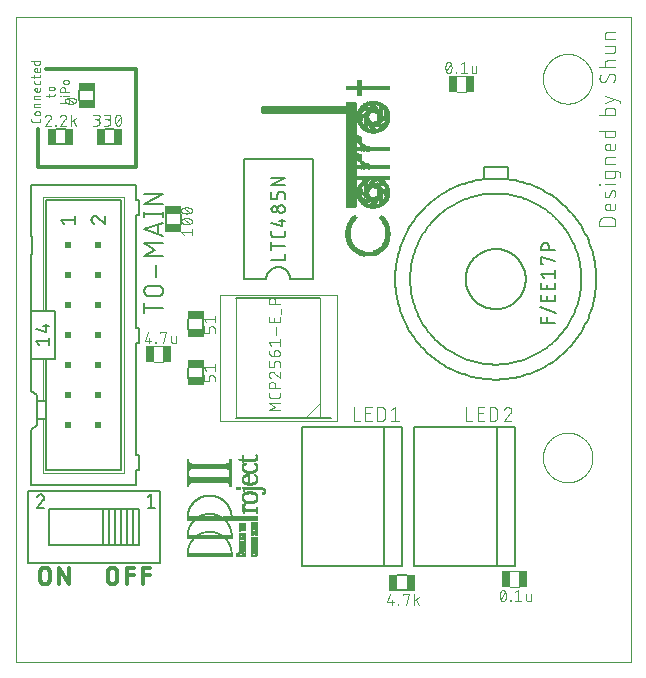
<source format=gto>
G04 EAGLE Gerber X2 export*
%TF.Part,Single*%
%TF.FileFunction,Other,Silk top*%
%TF.FilePolarity,Positive*%
%TF.GenerationSoftware,Autodesk,EAGLE,9.4.0*%
%TF.CreationDate,2019-06-23T03:23:47Z*%
G75*
%MOMM*%
%FSLAX34Y34*%
%LPD*%
%INSilk top*%
%AMOC8*
5,1,8,0,0,1.08239X$1,22.5*%
G01*
%ADD10C,0.050000*%
%ADD11C,0.101600*%
%ADD12C,0.355600*%
%ADD13C,0.076200*%
%ADD14C,0.304800*%
%ADD15C,0.152400*%
%ADD16R,1.400000X0.650000*%
%ADD17R,0.650000X1.400000*%
%ADD18R,0.750100X1.450100*%
%ADD19C,0.127000*%
%ADD20C,0.100000*%
%ADD21C,0.200000*%
%ADD22C,0.050800*%
%ADD23R,0.508000X0.508000*%
%ADD24C,0.177800*%
%ADD25R,0.018000X0.360000*%
%ADD26R,0.018000X0.684000*%
%ADD27R,0.018000X0.180000*%
%ADD28R,0.018000X0.216000*%
%ADD29R,0.018000X0.900000*%
%ADD30R,0.018000X0.486000*%
%ADD31R,0.018000X0.522000*%
%ADD32R,0.018000X1.062000*%
%ADD33R,0.018000X0.666000*%
%ADD34R,0.018000X0.702000*%
%ADD35R,0.018000X1.188000*%
%ADD36R,0.018000X0.792000*%
%ADD37R,0.018000X0.846000*%
%ADD38R,0.018000X1.332000*%
%ADD39R,0.018000X0.882000*%
%ADD40R,0.018000X0.342000*%
%ADD41R,0.018000X0.954000*%
%ADD42R,0.018000X0.324000*%
%ADD43R,0.018000X1.440000*%
%ADD44R,0.018000X0.990000*%
%ADD45R,0.018000X0.378000*%
%ADD46R,0.018000X0.396000*%
%ADD47R,0.018000X1.044000*%
%ADD48R,0.018000X1.530000*%
%ADD49R,0.018000X1.080000*%
%ADD50R,0.018000X1.134000*%
%ADD51R,0.018000X1.620000*%
%ADD52R,0.018000X1.170000*%
%ADD53R,0.018000X1.206000*%
%ADD54R,0.018000X1.710000*%
%ADD55R,0.018000X1.224000*%
%ADD56R,0.018000X1.296000*%
%ADD57R,0.018000X1.782000*%
%ADD58R,0.018000X1.368000*%
%ADD59R,0.018000X1.872000*%
%ADD60R,0.018000X1.350000*%
%ADD61R,0.018000X1.422000*%
%ADD62R,0.018000X1.944000*%
%ADD63R,0.018000X1.476000*%
%ADD64R,0.018000X2.016000*%
%ADD65R,0.018000X1.458000*%
%ADD66R,0.018000X2.070000*%
%ADD67R,0.018000X1.584000*%
%ADD68R,0.018000X2.142000*%
%ADD69R,0.018000X1.566000*%
%ADD70R,0.018000X2.178000*%
%ADD71R,0.018000X1.602000*%
%ADD72R,0.018000X1.674000*%
%ADD73R,0.018000X2.250000*%
%ADD74R,0.018000X1.728000*%
%ADD75R,0.018000X2.286000*%
%ADD76R,0.018000X1.764000*%
%ADD77R,0.018000X2.358000*%
%ADD78R,0.018000X1.746000*%
%ADD79R,0.018000X1.800000*%
%ADD80R,0.018000X2.394000*%
%ADD81R,0.018000X1.836000*%
%ADD82R,0.018000X1.008000*%
%ADD83R,0.018000X0.810000*%
%ADD84R,0.018000X0.936000*%
%ADD85R,0.018000X0.630000*%
%ADD86R,0.018000X0.738000*%
%ADD87R,0.018000X0.864000*%
%ADD88R,0.018000X0.828000*%
%ADD89R,0.018000X1.098000*%
%ADD90R,0.018000X0.594000*%
%ADD91R,0.018000X1.116000*%
%ADD92R,0.018000X0.558000*%
%ADD93R,0.018000X0.648000*%
%ADD94R,0.018000X0.774000*%
%ADD95R,0.018000X0.612000*%
%ADD96R,0.018000X0.756000*%
%ADD97R,0.018000X0.576000*%
%ADD98R,0.018000X0.468000*%
%ADD99R,0.018000X0.504000*%
%ADD100R,0.018000X0.720000*%
%ADD101R,0.018000X0.450000*%
%ADD102R,0.018000X0.432000*%
%ADD103R,0.018000X0.540000*%
%ADD104R,0.018000X0.414000*%
%ADD105R,0.018000X1.512000*%
%ADD106R,0.018000X1.548000*%
%ADD107R,0.018000X1.638000*%
%ADD108R,0.018000X1.656000*%
%ADD109R,0.018000X1.692000*%
%ADD110R,0.018000X0.288000*%
%ADD111R,0.018000X2.088000*%
%ADD112R,0.018000X2.520000*%
%ADD113R,0.018000X2.106000*%
%ADD114R,0.018000X2.538000*%
%ADD115R,0.018000X0.234000*%
%ADD116R,0.018000X2.124000*%
%ADD117R,0.018000X0.198000*%
%ADD118R,0.018000X0.162000*%
%ADD119R,0.018000X0.108000*%
%ADD120R,0.018000X0.072000*%
%ADD121R,0.018000X0.036000*%
%ADD122R,0.018000X1.026000*%
%ADD123R,0.018000X0.972000*%
%ADD124R,0.018000X1.494000*%
%ADD125R,0.018000X2.160000*%
%ADD126R,0.018000X2.682000*%
%ADD127R,0.018000X2.664000*%
%ADD128R,0.018000X2.556000*%
%ADD129R,0.018000X2.646000*%
%ADD130R,0.018000X2.502000*%
%ADD131R,0.018000X1.890000*%
%ADD132R,0.018000X1.854000*%
%ADD133R,0.018000X1.818000*%
%ADD134R,0.018000X0.054000*%
%ADD135R,0.018000X0.126000*%
%ADD136R,0.018000X1.386000*%
%ADD137R,0.018000X1.314000*%
%ADD138R,0.018000X1.278000*%
%ADD139R,0.018000X8.766000*%
%ADD140R,0.018000X8.856000*%
%ADD141R,0.018000X8.910000*%
%ADD142R,0.018000X8.946000*%
%ADD143R,0.018000X8.964000*%
%ADD144R,0.018000X8.982000*%
%ADD145R,0.018000X9.018000*%
%ADD146R,0.018000X2.322000*%
%ADD147R,0.018000X2.268000*%
%ADD148R,0.018000X2.214000*%
%ADD149R,0.018000X2.034000*%
%ADD150R,0.018000X1.980000*%
%ADD151R,0.018000X1.908000*%
%ADD152R,0.018000X8.838000*%
%ADD153R,0.018000X0.918000*%
%ADD154C,0.001000*%


D10*
X0Y0D02*
X520700Y0D01*
X520700Y546100D01*
X0Y546100D01*
X0Y0D01*
X446360Y493395D02*
X446366Y493910D01*
X446385Y494425D01*
X446417Y494940D01*
X446461Y495453D01*
X446518Y495966D01*
X446587Y496476D01*
X446669Y496985D01*
X446764Y497492D01*
X446870Y497996D01*
X446989Y498498D01*
X447121Y498996D01*
X447264Y499491D01*
X447420Y499982D01*
X447588Y500470D01*
X447767Y500953D01*
X447959Y501431D01*
X448162Y501905D01*
X448376Y502374D01*
X448602Y502837D01*
X448840Y503294D01*
X449088Y503746D01*
X449348Y504191D01*
X449618Y504630D01*
X449899Y505062D01*
X450191Y505487D01*
X450493Y505905D01*
X450805Y506315D01*
X451127Y506717D01*
X451459Y507112D01*
X451800Y507498D01*
X452151Y507875D01*
X452511Y508244D01*
X452880Y508604D01*
X453257Y508955D01*
X453643Y509296D01*
X454038Y509628D01*
X454440Y509950D01*
X454850Y510262D01*
X455268Y510564D01*
X455693Y510856D01*
X456125Y511137D01*
X456564Y511407D01*
X457009Y511667D01*
X457461Y511915D01*
X457918Y512153D01*
X458381Y512379D01*
X458850Y512593D01*
X459324Y512796D01*
X459802Y512988D01*
X460285Y513167D01*
X460773Y513335D01*
X461264Y513491D01*
X461759Y513634D01*
X462257Y513766D01*
X462759Y513885D01*
X463263Y513991D01*
X463770Y514086D01*
X464279Y514168D01*
X464789Y514237D01*
X465302Y514294D01*
X465815Y514338D01*
X466330Y514370D01*
X466845Y514389D01*
X467360Y514395D01*
X467875Y514389D01*
X468390Y514370D01*
X468905Y514338D01*
X469418Y514294D01*
X469931Y514237D01*
X470441Y514168D01*
X470950Y514086D01*
X471457Y513991D01*
X471961Y513885D01*
X472463Y513766D01*
X472961Y513634D01*
X473456Y513491D01*
X473947Y513335D01*
X474435Y513167D01*
X474918Y512988D01*
X475396Y512796D01*
X475870Y512593D01*
X476339Y512379D01*
X476802Y512153D01*
X477259Y511915D01*
X477711Y511667D01*
X478156Y511407D01*
X478595Y511137D01*
X479027Y510856D01*
X479452Y510564D01*
X479870Y510262D01*
X480280Y509950D01*
X480682Y509628D01*
X481077Y509296D01*
X481463Y508955D01*
X481840Y508604D01*
X482209Y508244D01*
X482569Y507875D01*
X482920Y507498D01*
X483261Y507112D01*
X483593Y506717D01*
X483915Y506315D01*
X484227Y505905D01*
X484529Y505487D01*
X484821Y505062D01*
X485102Y504630D01*
X485372Y504191D01*
X485632Y503746D01*
X485880Y503294D01*
X486118Y502837D01*
X486344Y502374D01*
X486558Y501905D01*
X486761Y501431D01*
X486953Y500953D01*
X487132Y500470D01*
X487300Y499982D01*
X487456Y499491D01*
X487599Y498996D01*
X487731Y498498D01*
X487850Y497996D01*
X487956Y497492D01*
X488051Y496985D01*
X488133Y496476D01*
X488202Y495966D01*
X488259Y495453D01*
X488303Y494940D01*
X488335Y494425D01*
X488354Y493910D01*
X488360Y493395D01*
X488354Y492880D01*
X488335Y492365D01*
X488303Y491850D01*
X488259Y491337D01*
X488202Y490824D01*
X488133Y490314D01*
X488051Y489805D01*
X487956Y489298D01*
X487850Y488794D01*
X487731Y488292D01*
X487599Y487794D01*
X487456Y487299D01*
X487300Y486808D01*
X487132Y486320D01*
X486953Y485837D01*
X486761Y485359D01*
X486558Y484885D01*
X486344Y484416D01*
X486118Y483953D01*
X485880Y483496D01*
X485632Y483044D01*
X485372Y482599D01*
X485102Y482160D01*
X484821Y481728D01*
X484529Y481303D01*
X484227Y480885D01*
X483915Y480475D01*
X483593Y480073D01*
X483261Y479678D01*
X482920Y479292D01*
X482569Y478915D01*
X482209Y478546D01*
X481840Y478186D01*
X481463Y477835D01*
X481077Y477494D01*
X480682Y477162D01*
X480280Y476840D01*
X479870Y476528D01*
X479452Y476226D01*
X479027Y475934D01*
X478595Y475653D01*
X478156Y475383D01*
X477711Y475123D01*
X477259Y474875D01*
X476802Y474637D01*
X476339Y474411D01*
X475870Y474197D01*
X475396Y473994D01*
X474918Y473802D01*
X474435Y473623D01*
X473947Y473455D01*
X473456Y473299D01*
X472961Y473156D01*
X472463Y473024D01*
X471961Y472905D01*
X471457Y472799D01*
X470950Y472704D01*
X470441Y472622D01*
X469931Y472553D01*
X469418Y472496D01*
X468905Y472452D01*
X468390Y472420D01*
X467875Y472401D01*
X467360Y472395D01*
X466845Y472401D01*
X466330Y472420D01*
X465815Y472452D01*
X465302Y472496D01*
X464789Y472553D01*
X464279Y472622D01*
X463770Y472704D01*
X463263Y472799D01*
X462759Y472905D01*
X462257Y473024D01*
X461759Y473156D01*
X461264Y473299D01*
X460773Y473455D01*
X460285Y473623D01*
X459802Y473802D01*
X459324Y473994D01*
X458850Y474197D01*
X458381Y474411D01*
X457918Y474637D01*
X457461Y474875D01*
X457009Y475123D01*
X456564Y475383D01*
X456125Y475653D01*
X455693Y475934D01*
X455268Y476226D01*
X454850Y476528D01*
X454440Y476840D01*
X454038Y477162D01*
X453643Y477494D01*
X453257Y477835D01*
X452880Y478186D01*
X452511Y478546D01*
X452151Y478915D01*
X451800Y479292D01*
X451459Y479678D01*
X451127Y480073D01*
X450805Y480475D01*
X450493Y480885D01*
X450191Y481303D01*
X449899Y481728D01*
X449618Y482160D01*
X449348Y482599D01*
X449088Y483044D01*
X448840Y483496D01*
X448602Y483953D01*
X448376Y484416D01*
X448162Y484885D01*
X447959Y485359D01*
X447767Y485837D01*
X447588Y486320D01*
X447420Y486808D01*
X447264Y487299D01*
X447121Y487794D01*
X446989Y488292D01*
X446870Y488794D01*
X446764Y489298D01*
X446669Y489805D01*
X446587Y490314D01*
X446518Y490824D01*
X446461Y491337D01*
X446417Y491850D01*
X446385Y492365D01*
X446366Y492880D01*
X446360Y493395D01*
X446360Y172720D02*
X446366Y173235D01*
X446385Y173750D01*
X446417Y174265D01*
X446461Y174778D01*
X446518Y175291D01*
X446587Y175801D01*
X446669Y176310D01*
X446764Y176817D01*
X446870Y177321D01*
X446989Y177823D01*
X447121Y178321D01*
X447264Y178816D01*
X447420Y179307D01*
X447588Y179795D01*
X447767Y180278D01*
X447959Y180756D01*
X448162Y181230D01*
X448376Y181699D01*
X448602Y182162D01*
X448840Y182619D01*
X449088Y183071D01*
X449348Y183516D01*
X449618Y183955D01*
X449899Y184387D01*
X450191Y184812D01*
X450493Y185230D01*
X450805Y185640D01*
X451127Y186042D01*
X451459Y186437D01*
X451800Y186823D01*
X452151Y187200D01*
X452511Y187569D01*
X452880Y187929D01*
X453257Y188280D01*
X453643Y188621D01*
X454038Y188953D01*
X454440Y189275D01*
X454850Y189587D01*
X455268Y189889D01*
X455693Y190181D01*
X456125Y190462D01*
X456564Y190732D01*
X457009Y190992D01*
X457461Y191240D01*
X457918Y191478D01*
X458381Y191704D01*
X458850Y191918D01*
X459324Y192121D01*
X459802Y192313D01*
X460285Y192492D01*
X460773Y192660D01*
X461264Y192816D01*
X461759Y192959D01*
X462257Y193091D01*
X462759Y193210D01*
X463263Y193316D01*
X463770Y193411D01*
X464279Y193493D01*
X464789Y193562D01*
X465302Y193619D01*
X465815Y193663D01*
X466330Y193695D01*
X466845Y193714D01*
X467360Y193720D01*
X467875Y193714D01*
X468390Y193695D01*
X468905Y193663D01*
X469418Y193619D01*
X469931Y193562D01*
X470441Y193493D01*
X470950Y193411D01*
X471457Y193316D01*
X471961Y193210D01*
X472463Y193091D01*
X472961Y192959D01*
X473456Y192816D01*
X473947Y192660D01*
X474435Y192492D01*
X474918Y192313D01*
X475396Y192121D01*
X475870Y191918D01*
X476339Y191704D01*
X476802Y191478D01*
X477259Y191240D01*
X477711Y190992D01*
X478156Y190732D01*
X478595Y190462D01*
X479027Y190181D01*
X479452Y189889D01*
X479870Y189587D01*
X480280Y189275D01*
X480682Y188953D01*
X481077Y188621D01*
X481463Y188280D01*
X481840Y187929D01*
X482209Y187569D01*
X482569Y187200D01*
X482920Y186823D01*
X483261Y186437D01*
X483593Y186042D01*
X483915Y185640D01*
X484227Y185230D01*
X484529Y184812D01*
X484821Y184387D01*
X485102Y183955D01*
X485372Y183516D01*
X485632Y183071D01*
X485880Y182619D01*
X486118Y182162D01*
X486344Y181699D01*
X486558Y181230D01*
X486761Y180756D01*
X486953Y180278D01*
X487132Y179795D01*
X487300Y179307D01*
X487456Y178816D01*
X487599Y178321D01*
X487731Y177823D01*
X487850Y177321D01*
X487956Y176817D01*
X488051Y176310D01*
X488133Y175801D01*
X488202Y175291D01*
X488259Y174778D01*
X488303Y174265D01*
X488335Y173750D01*
X488354Y173235D01*
X488360Y172720D01*
X488354Y172205D01*
X488335Y171690D01*
X488303Y171175D01*
X488259Y170662D01*
X488202Y170149D01*
X488133Y169639D01*
X488051Y169130D01*
X487956Y168623D01*
X487850Y168119D01*
X487731Y167617D01*
X487599Y167119D01*
X487456Y166624D01*
X487300Y166133D01*
X487132Y165645D01*
X486953Y165162D01*
X486761Y164684D01*
X486558Y164210D01*
X486344Y163741D01*
X486118Y163278D01*
X485880Y162821D01*
X485632Y162369D01*
X485372Y161924D01*
X485102Y161485D01*
X484821Y161053D01*
X484529Y160628D01*
X484227Y160210D01*
X483915Y159800D01*
X483593Y159398D01*
X483261Y159003D01*
X482920Y158617D01*
X482569Y158240D01*
X482209Y157871D01*
X481840Y157511D01*
X481463Y157160D01*
X481077Y156819D01*
X480682Y156487D01*
X480280Y156165D01*
X479870Y155853D01*
X479452Y155551D01*
X479027Y155259D01*
X478595Y154978D01*
X478156Y154708D01*
X477711Y154448D01*
X477259Y154200D01*
X476802Y153962D01*
X476339Y153736D01*
X475870Y153522D01*
X475396Y153319D01*
X474918Y153127D01*
X474435Y152948D01*
X473947Y152780D01*
X473456Y152624D01*
X472961Y152481D01*
X472463Y152349D01*
X471961Y152230D01*
X471457Y152124D01*
X470950Y152029D01*
X470441Y151947D01*
X469931Y151878D01*
X469418Y151821D01*
X468905Y151777D01*
X468390Y151745D01*
X467875Y151726D01*
X467360Y151720D01*
X466845Y151726D01*
X466330Y151745D01*
X465815Y151777D01*
X465302Y151821D01*
X464789Y151878D01*
X464279Y151947D01*
X463770Y152029D01*
X463263Y152124D01*
X462759Y152230D01*
X462257Y152349D01*
X461759Y152481D01*
X461264Y152624D01*
X460773Y152780D01*
X460285Y152948D01*
X459802Y153127D01*
X459324Y153319D01*
X458850Y153522D01*
X458381Y153736D01*
X457918Y153962D01*
X457461Y154200D01*
X457009Y154448D01*
X456564Y154708D01*
X456125Y154978D01*
X455693Y155259D01*
X455268Y155551D01*
X454850Y155853D01*
X454440Y156165D01*
X454038Y156487D01*
X453643Y156819D01*
X453257Y157160D01*
X452880Y157511D01*
X452511Y157871D01*
X452151Y158240D01*
X451800Y158617D01*
X451459Y159003D01*
X451127Y159398D01*
X450805Y159800D01*
X450493Y160210D01*
X450191Y160628D01*
X449899Y161053D01*
X449618Y161485D01*
X449348Y161924D01*
X449088Y162369D01*
X448840Y162821D01*
X448602Y163278D01*
X448376Y163741D01*
X448162Y164210D01*
X447959Y164684D01*
X447767Y165162D01*
X447588Y165645D01*
X447420Y166133D01*
X447264Y166624D01*
X447121Y167119D01*
X446989Y167617D01*
X446870Y168119D01*
X446764Y168623D01*
X446669Y169130D01*
X446587Y169639D01*
X446518Y170149D01*
X446461Y170662D01*
X446417Y171175D01*
X446385Y171690D01*
X446366Y172205D01*
X446360Y172720D01*
D11*
X494284Y368808D02*
X507492Y368808D01*
X494284Y368808D02*
X494284Y372477D01*
X494286Y372597D01*
X494292Y372717D01*
X494302Y372837D01*
X494315Y372956D01*
X494333Y373075D01*
X494354Y373193D01*
X494380Y373310D01*
X494409Y373427D01*
X494442Y373542D01*
X494479Y373656D01*
X494519Y373769D01*
X494563Y373881D01*
X494611Y373991D01*
X494662Y374100D01*
X494717Y374207D01*
X494776Y374312D01*
X494837Y374414D01*
X494902Y374515D01*
X494971Y374614D01*
X495042Y374711D01*
X495117Y374805D01*
X495195Y374896D01*
X495275Y374985D01*
X495359Y375071D01*
X495445Y375155D01*
X495534Y375236D01*
X495625Y375313D01*
X495719Y375388D01*
X495816Y375459D01*
X495915Y375528D01*
X496016Y375593D01*
X496119Y375654D01*
X496223Y375713D01*
X496330Y375768D01*
X496439Y375819D01*
X496549Y375867D01*
X496661Y375911D01*
X496774Y375951D01*
X496888Y375988D01*
X497003Y376021D01*
X497120Y376050D01*
X497237Y376076D01*
X497355Y376097D01*
X497474Y376115D01*
X497593Y376128D01*
X497713Y376138D01*
X497833Y376144D01*
X497953Y376146D01*
X503823Y376146D01*
X503943Y376144D01*
X504063Y376138D01*
X504183Y376128D01*
X504302Y376115D01*
X504421Y376097D01*
X504539Y376076D01*
X504656Y376050D01*
X504773Y376021D01*
X504888Y375988D01*
X505002Y375951D01*
X505115Y375911D01*
X505227Y375867D01*
X505337Y375819D01*
X505446Y375768D01*
X505553Y375713D01*
X505658Y375654D01*
X505760Y375593D01*
X505861Y375528D01*
X505960Y375459D01*
X506057Y375388D01*
X506151Y375313D01*
X506242Y375236D01*
X506331Y375155D01*
X506417Y375071D01*
X506501Y374985D01*
X506582Y374896D01*
X506659Y374805D01*
X506734Y374711D01*
X506805Y374614D01*
X506874Y374515D01*
X506939Y374414D01*
X507000Y374312D01*
X507059Y374207D01*
X507114Y374100D01*
X507165Y373991D01*
X507213Y373881D01*
X507257Y373769D01*
X507297Y373656D01*
X507334Y373542D01*
X507367Y373427D01*
X507396Y373310D01*
X507422Y373193D01*
X507443Y373075D01*
X507461Y372956D01*
X507474Y372837D01*
X507484Y372717D01*
X507490Y372597D01*
X507492Y372477D01*
X507492Y368808D01*
X507492Y384118D02*
X507492Y387787D01*
X507492Y384118D02*
X507490Y384027D01*
X507484Y383936D01*
X507475Y383846D01*
X507462Y383756D01*
X507445Y383666D01*
X507425Y383578D01*
X507400Y383490D01*
X507373Y383403D01*
X507341Y383318D01*
X507307Y383234D01*
X507268Y383151D01*
X507227Y383070D01*
X507182Y382991D01*
X507134Y382914D01*
X507082Y382839D01*
X507028Y382766D01*
X506971Y382695D01*
X506910Y382627D01*
X506847Y382562D01*
X506782Y382499D01*
X506714Y382438D01*
X506643Y382381D01*
X506570Y382327D01*
X506495Y382275D01*
X506418Y382227D01*
X506339Y382182D01*
X506258Y382141D01*
X506175Y382102D01*
X506091Y382068D01*
X506006Y382036D01*
X505919Y382009D01*
X505831Y381984D01*
X505743Y381964D01*
X505653Y381947D01*
X505563Y381934D01*
X505473Y381925D01*
X505382Y381919D01*
X505291Y381917D01*
X501622Y381917D01*
X501515Y381919D01*
X501408Y381925D01*
X501301Y381935D01*
X501195Y381948D01*
X501089Y381966D01*
X500984Y381987D01*
X500880Y382012D01*
X500776Y382041D01*
X500674Y382074D01*
X500574Y382111D01*
X500474Y382151D01*
X500376Y382195D01*
X500280Y382242D01*
X500186Y382293D01*
X500093Y382347D01*
X500003Y382404D01*
X499914Y382465D01*
X499828Y382529D01*
X499745Y382596D01*
X499663Y382666D01*
X499585Y382739D01*
X499509Y382815D01*
X499436Y382893D01*
X499366Y382975D01*
X499299Y383058D01*
X499235Y383144D01*
X499174Y383233D01*
X499117Y383323D01*
X499063Y383416D01*
X499012Y383510D01*
X498965Y383606D01*
X498921Y383704D01*
X498881Y383804D01*
X498844Y383904D01*
X498811Y384006D01*
X498782Y384110D01*
X498757Y384214D01*
X498736Y384319D01*
X498718Y384425D01*
X498705Y384531D01*
X498695Y384638D01*
X498689Y384745D01*
X498687Y384852D01*
X498689Y384959D01*
X498695Y385066D01*
X498705Y385173D01*
X498718Y385279D01*
X498736Y385385D01*
X498757Y385490D01*
X498782Y385594D01*
X498811Y385698D01*
X498844Y385800D01*
X498881Y385900D01*
X498921Y386000D01*
X498965Y386098D01*
X499012Y386194D01*
X499063Y386288D01*
X499117Y386381D01*
X499174Y386471D01*
X499235Y386560D01*
X499299Y386646D01*
X499366Y386729D01*
X499436Y386811D01*
X499509Y386889D01*
X499585Y386965D01*
X499663Y387038D01*
X499745Y387108D01*
X499828Y387175D01*
X499914Y387239D01*
X500003Y387300D01*
X500093Y387357D01*
X500186Y387411D01*
X500280Y387462D01*
X500376Y387509D01*
X500474Y387553D01*
X500574Y387593D01*
X500674Y387630D01*
X500776Y387663D01*
X500880Y387692D01*
X500984Y387717D01*
X501089Y387738D01*
X501195Y387756D01*
X501301Y387769D01*
X501408Y387779D01*
X501515Y387785D01*
X501622Y387787D01*
X503089Y387787D01*
X503089Y381917D01*
X502356Y394112D02*
X503823Y397781D01*
X502356Y394112D02*
X502322Y394033D01*
X502284Y393955D01*
X502243Y393878D01*
X502199Y393804D01*
X502151Y393732D01*
X502100Y393662D01*
X502046Y393595D01*
X501989Y393530D01*
X501928Y393467D01*
X501866Y393408D01*
X501800Y393351D01*
X501732Y393298D01*
X501662Y393247D01*
X501589Y393200D01*
X501514Y393156D01*
X501438Y393116D01*
X501359Y393079D01*
X501280Y393046D01*
X501198Y393016D01*
X501116Y392990D01*
X501032Y392968D01*
X500947Y392950D01*
X500862Y392936D01*
X500776Y392925D01*
X500690Y392919D01*
X500603Y392916D01*
X500516Y392917D01*
X500430Y392923D01*
X500344Y392932D01*
X500258Y392945D01*
X500173Y392962D01*
X500089Y392983D01*
X500006Y393007D01*
X499925Y393036D01*
X499844Y393068D01*
X499765Y393103D01*
X499688Y393143D01*
X499613Y393185D01*
X499540Y393232D01*
X499468Y393281D01*
X499400Y393333D01*
X499333Y393389D01*
X499270Y393448D01*
X499209Y393509D01*
X499150Y393573D01*
X499095Y393640D01*
X499043Y393709D01*
X498994Y393781D01*
X498949Y393854D01*
X498907Y393930D01*
X498868Y394007D01*
X498833Y394086D01*
X498801Y394167D01*
X498773Y394249D01*
X498749Y394332D01*
X498729Y394416D01*
X498713Y394501D01*
X498700Y394587D01*
X498692Y394673D01*
X498687Y394760D01*
X498686Y394846D01*
X498687Y394846D02*
X498692Y395046D01*
X498702Y395246D01*
X498717Y395446D01*
X498737Y395646D01*
X498761Y395845D01*
X498791Y396043D01*
X498825Y396240D01*
X498863Y396437D01*
X498907Y396632D01*
X498955Y396827D01*
X499008Y397020D01*
X499065Y397212D01*
X499127Y397403D01*
X499194Y397592D01*
X499265Y397779D01*
X499341Y397964D01*
X499421Y398148D01*
X503823Y397781D02*
X503857Y397860D01*
X503895Y397938D01*
X503936Y398015D01*
X503980Y398089D01*
X504028Y398161D01*
X504079Y398231D01*
X504133Y398298D01*
X504190Y398363D01*
X504251Y398426D01*
X504313Y398485D01*
X504379Y398542D01*
X504447Y398595D01*
X504517Y398646D01*
X504590Y398693D01*
X504665Y398737D01*
X504741Y398777D01*
X504820Y398814D01*
X504899Y398847D01*
X504981Y398877D01*
X505063Y398903D01*
X505147Y398925D01*
X505232Y398943D01*
X505317Y398957D01*
X505403Y398968D01*
X505489Y398974D01*
X505576Y398977D01*
X505663Y398976D01*
X505749Y398970D01*
X505835Y398961D01*
X505921Y398948D01*
X506006Y398931D01*
X506090Y398910D01*
X506173Y398886D01*
X506254Y398857D01*
X506335Y398825D01*
X506414Y398790D01*
X506491Y398750D01*
X506566Y398708D01*
X506639Y398661D01*
X506711Y398612D01*
X506779Y398560D01*
X506846Y398504D01*
X506909Y398445D01*
X506970Y398384D01*
X507029Y398320D01*
X507084Y398253D01*
X507136Y398184D01*
X507185Y398112D01*
X507230Y398039D01*
X507272Y397963D01*
X507311Y397886D01*
X507346Y397807D01*
X507378Y397726D01*
X507406Y397644D01*
X507430Y397561D01*
X507450Y397477D01*
X507466Y397392D01*
X507479Y397306D01*
X507487Y397220D01*
X507492Y397133D01*
X507493Y397047D01*
X507492Y397047D02*
X507484Y396753D01*
X507469Y396459D01*
X507448Y396165D01*
X507419Y395872D01*
X507384Y395580D01*
X507341Y395289D01*
X507292Y394999D01*
X507236Y394710D01*
X507173Y394422D01*
X507104Y394136D01*
X507027Y393852D01*
X506944Y393570D01*
X506854Y393290D01*
X506758Y393011D01*
X507492Y404054D02*
X498687Y404054D01*
X495018Y403687D02*
X494284Y403687D01*
X494284Y404421D01*
X495018Y404421D01*
X495018Y403687D01*
X507492Y411366D02*
X507492Y415034D01*
X507492Y411366D02*
X507490Y411275D01*
X507484Y411184D01*
X507475Y411094D01*
X507462Y411004D01*
X507445Y410914D01*
X507425Y410826D01*
X507400Y410738D01*
X507373Y410651D01*
X507341Y410566D01*
X507307Y410482D01*
X507268Y410399D01*
X507227Y410318D01*
X507182Y410239D01*
X507134Y410162D01*
X507082Y410087D01*
X507028Y410014D01*
X506971Y409943D01*
X506910Y409875D01*
X506847Y409810D01*
X506782Y409747D01*
X506714Y409686D01*
X506643Y409629D01*
X506570Y409575D01*
X506495Y409523D01*
X506418Y409475D01*
X506339Y409430D01*
X506258Y409389D01*
X506175Y409350D01*
X506091Y409316D01*
X506006Y409284D01*
X505919Y409257D01*
X505831Y409232D01*
X505743Y409212D01*
X505653Y409195D01*
X505563Y409182D01*
X505473Y409173D01*
X505382Y409167D01*
X505291Y409165D01*
X505291Y409164D02*
X500888Y409164D01*
X500888Y409165D02*
X500797Y409167D01*
X500706Y409173D01*
X500616Y409182D01*
X500526Y409195D01*
X500436Y409212D01*
X500348Y409232D01*
X500260Y409257D01*
X500173Y409284D01*
X500088Y409316D01*
X500004Y409350D01*
X499921Y409389D01*
X499840Y409430D01*
X499761Y409475D01*
X499684Y409523D01*
X499609Y409575D01*
X499536Y409629D01*
X499465Y409686D01*
X499397Y409747D01*
X499332Y409810D01*
X499269Y409875D01*
X499208Y409943D01*
X499151Y410014D01*
X499097Y410087D01*
X499045Y410162D01*
X498997Y410239D01*
X498952Y410318D01*
X498911Y410399D01*
X498872Y410482D01*
X498838Y410566D01*
X498806Y410651D01*
X498779Y410738D01*
X498754Y410826D01*
X498734Y410914D01*
X498717Y411004D01*
X498704Y411094D01*
X498695Y411184D01*
X498689Y411275D01*
X498687Y411366D01*
X498687Y415034D01*
X509693Y415034D01*
X509784Y415032D01*
X509875Y415026D01*
X509965Y415017D01*
X510055Y415004D01*
X510145Y414987D01*
X510233Y414967D01*
X510321Y414942D01*
X510408Y414915D01*
X510493Y414883D01*
X510577Y414849D01*
X510660Y414810D01*
X510741Y414769D01*
X510820Y414724D01*
X510897Y414676D01*
X510972Y414624D01*
X511045Y414570D01*
X511116Y414513D01*
X511184Y414452D01*
X511249Y414389D01*
X511312Y414324D01*
X511373Y414256D01*
X511430Y414185D01*
X511484Y414112D01*
X511536Y414037D01*
X511584Y413960D01*
X511629Y413881D01*
X511670Y413800D01*
X511709Y413717D01*
X511743Y413633D01*
X511775Y413548D01*
X511802Y413461D01*
X511827Y413373D01*
X511847Y413285D01*
X511864Y413195D01*
X511877Y413105D01*
X511886Y413015D01*
X511892Y412924D01*
X511894Y412833D01*
X511895Y412833D02*
X511895Y409898D01*
X507492Y421175D02*
X498687Y421175D01*
X498687Y424844D01*
X498689Y424937D01*
X498695Y425031D01*
X498705Y425124D01*
X498719Y425216D01*
X498736Y425308D01*
X498758Y425399D01*
X498783Y425488D01*
X498813Y425577D01*
X498846Y425665D01*
X498882Y425751D01*
X498923Y425835D01*
X498966Y425917D01*
X499014Y425998D01*
X499064Y426076D01*
X499118Y426153D01*
X499176Y426227D01*
X499236Y426298D01*
X499299Y426367D01*
X499365Y426433D01*
X499434Y426496D01*
X499505Y426556D01*
X499579Y426614D01*
X499655Y426668D01*
X499734Y426718D01*
X499815Y426765D01*
X499897Y426809D01*
X499981Y426850D01*
X500067Y426886D01*
X500155Y426919D01*
X500243Y426949D01*
X500333Y426974D01*
X500424Y426996D01*
X500516Y427013D01*
X500608Y427027D01*
X500701Y427037D01*
X500795Y427043D01*
X500888Y427045D01*
X507492Y427045D01*
X507492Y434898D02*
X507492Y438566D01*
X507492Y434898D02*
X507490Y434807D01*
X507484Y434716D01*
X507475Y434626D01*
X507462Y434536D01*
X507445Y434446D01*
X507425Y434358D01*
X507400Y434270D01*
X507373Y434183D01*
X507341Y434098D01*
X507307Y434014D01*
X507268Y433931D01*
X507227Y433850D01*
X507182Y433771D01*
X507134Y433694D01*
X507082Y433619D01*
X507028Y433546D01*
X506971Y433475D01*
X506910Y433407D01*
X506847Y433342D01*
X506782Y433279D01*
X506714Y433218D01*
X506643Y433161D01*
X506570Y433107D01*
X506495Y433055D01*
X506418Y433007D01*
X506339Y432962D01*
X506258Y432921D01*
X506175Y432882D01*
X506091Y432848D01*
X506006Y432816D01*
X505919Y432789D01*
X505831Y432764D01*
X505743Y432744D01*
X505653Y432727D01*
X505563Y432714D01*
X505473Y432705D01*
X505382Y432699D01*
X505291Y432697D01*
X505291Y432696D02*
X501622Y432696D01*
X501515Y432698D01*
X501408Y432704D01*
X501301Y432714D01*
X501195Y432727D01*
X501089Y432745D01*
X500984Y432766D01*
X500880Y432791D01*
X500776Y432820D01*
X500674Y432853D01*
X500574Y432890D01*
X500474Y432930D01*
X500376Y432974D01*
X500280Y433021D01*
X500186Y433072D01*
X500093Y433126D01*
X500003Y433183D01*
X499914Y433244D01*
X499828Y433308D01*
X499745Y433375D01*
X499663Y433445D01*
X499585Y433518D01*
X499509Y433594D01*
X499436Y433672D01*
X499366Y433754D01*
X499299Y433837D01*
X499235Y433923D01*
X499174Y434012D01*
X499117Y434102D01*
X499063Y434195D01*
X499012Y434289D01*
X498965Y434385D01*
X498921Y434483D01*
X498881Y434583D01*
X498844Y434683D01*
X498811Y434785D01*
X498782Y434889D01*
X498757Y434993D01*
X498736Y435098D01*
X498718Y435204D01*
X498705Y435310D01*
X498695Y435417D01*
X498689Y435524D01*
X498687Y435631D01*
X498689Y435738D01*
X498695Y435845D01*
X498705Y435952D01*
X498718Y436058D01*
X498736Y436164D01*
X498757Y436269D01*
X498782Y436373D01*
X498811Y436477D01*
X498844Y436579D01*
X498881Y436679D01*
X498921Y436779D01*
X498965Y436877D01*
X499012Y436973D01*
X499063Y437067D01*
X499117Y437160D01*
X499174Y437250D01*
X499235Y437339D01*
X499299Y437425D01*
X499366Y437508D01*
X499436Y437590D01*
X499509Y437668D01*
X499585Y437744D01*
X499663Y437817D01*
X499745Y437887D01*
X499828Y437954D01*
X499914Y438018D01*
X500003Y438079D01*
X500093Y438136D01*
X500186Y438190D01*
X500280Y438241D01*
X500376Y438288D01*
X500474Y438332D01*
X500574Y438372D01*
X500674Y438409D01*
X500776Y438442D01*
X500880Y438471D01*
X500984Y438496D01*
X501089Y438517D01*
X501195Y438535D01*
X501301Y438548D01*
X501408Y438558D01*
X501515Y438564D01*
X501622Y438566D01*
X503089Y438566D01*
X503089Y432696D01*
X507492Y449599D02*
X494284Y449599D01*
X507492Y449599D02*
X507492Y445930D01*
X507490Y445839D01*
X507484Y445748D01*
X507475Y445658D01*
X507462Y445568D01*
X507445Y445478D01*
X507425Y445390D01*
X507400Y445302D01*
X507373Y445215D01*
X507341Y445130D01*
X507307Y445046D01*
X507268Y444963D01*
X507227Y444882D01*
X507182Y444803D01*
X507134Y444726D01*
X507082Y444651D01*
X507028Y444578D01*
X506971Y444507D01*
X506910Y444439D01*
X506847Y444374D01*
X506782Y444311D01*
X506714Y444250D01*
X506643Y444193D01*
X506570Y444139D01*
X506495Y444087D01*
X506418Y444039D01*
X506339Y443994D01*
X506258Y443953D01*
X506175Y443914D01*
X506091Y443880D01*
X506006Y443848D01*
X505919Y443821D01*
X505831Y443796D01*
X505743Y443776D01*
X505653Y443759D01*
X505563Y443746D01*
X505473Y443737D01*
X505382Y443731D01*
X505291Y443729D01*
X500888Y443729D01*
X500797Y443731D01*
X500706Y443737D01*
X500616Y443746D01*
X500526Y443759D01*
X500436Y443776D01*
X500348Y443796D01*
X500260Y443821D01*
X500173Y443848D01*
X500088Y443880D01*
X500004Y443914D01*
X499921Y443953D01*
X499840Y443994D01*
X499761Y444039D01*
X499684Y444087D01*
X499609Y444139D01*
X499536Y444193D01*
X499465Y444250D01*
X499397Y444311D01*
X499332Y444374D01*
X499269Y444439D01*
X499208Y444507D01*
X499151Y444578D01*
X499097Y444651D01*
X499045Y444726D01*
X498997Y444803D01*
X498952Y444882D01*
X498911Y444963D01*
X498872Y445046D01*
X498838Y445130D01*
X498806Y445215D01*
X498779Y445302D01*
X498754Y445390D01*
X498734Y445478D01*
X498717Y445568D01*
X498704Y445658D01*
X498695Y445748D01*
X498689Y445839D01*
X498687Y445930D01*
X498687Y449599D01*
X494284Y462629D02*
X507492Y462629D01*
X507492Y466298D01*
X507490Y466389D01*
X507484Y466480D01*
X507475Y466570D01*
X507462Y466660D01*
X507445Y466750D01*
X507425Y466838D01*
X507400Y466926D01*
X507373Y467013D01*
X507341Y467098D01*
X507307Y467182D01*
X507268Y467265D01*
X507227Y467346D01*
X507182Y467425D01*
X507134Y467502D01*
X507082Y467577D01*
X507028Y467650D01*
X506971Y467721D01*
X506910Y467789D01*
X506847Y467854D01*
X506782Y467917D01*
X506714Y467978D01*
X506643Y468035D01*
X506570Y468089D01*
X506495Y468141D01*
X506418Y468189D01*
X506339Y468234D01*
X506258Y468275D01*
X506175Y468314D01*
X506091Y468348D01*
X506006Y468380D01*
X505919Y468407D01*
X505831Y468432D01*
X505743Y468452D01*
X505653Y468469D01*
X505563Y468482D01*
X505473Y468491D01*
X505382Y468497D01*
X505291Y468499D01*
X500888Y468499D01*
X500797Y468497D01*
X500706Y468491D01*
X500616Y468482D01*
X500526Y468469D01*
X500436Y468452D01*
X500348Y468432D01*
X500260Y468407D01*
X500173Y468380D01*
X500088Y468348D01*
X500004Y468314D01*
X499921Y468275D01*
X499840Y468234D01*
X499761Y468189D01*
X499684Y468141D01*
X499609Y468089D01*
X499536Y468035D01*
X499465Y467978D01*
X499397Y467917D01*
X499332Y467854D01*
X499269Y467789D01*
X499208Y467721D01*
X499151Y467650D01*
X499097Y467577D01*
X499045Y467502D01*
X498997Y467425D01*
X498952Y467346D01*
X498911Y467265D01*
X498872Y467182D01*
X498838Y467098D01*
X498806Y467013D01*
X498779Y466926D01*
X498754Y466838D01*
X498734Y466750D01*
X498717Y466660D01*
X498704Y466570D01*
X498695Y466480D01*
X498689Y466389D01*
X498687Y466298D01*
X498687Y462629D01*
X511895Y473235D02*
X511895Y474702D01*
X498687Y479105D01*
X498687Y473235D02*
X507492Y476170D01*
X507492Y494826D02*
X507490Y494933D01*
X507484Y495040D01*
X507474Y495147D01*
X507461Y495253D01*
X507443Y495359D01*
X507422Y495464D01*
X507397Y495568D01*
X507368Y495672D01*
X507335Y495774D01*
X507298Y495874D01*
X507258Y495974D01*
X507214Y496072D01*
X507167Y496168D01*
X507116Y496262D01*
X507062Y496355D01*
X507005Y496445D01*
X506944Y496534D01*
X506880Y496620D01*
X506813Y496703D01*
X506743Y496785D01*
X506670Y496863D01*
X506594Y496939D01*
X506516Y497012D01*
X506434Y497082D01*
X506351Y497149D01*
X506265Y497213D01*
X506176Y497274D01*
X506086Y497331D01*
X505993Y497385D01*
X505899Y497436D01*
X505803Y497483D01*
X505705Y497527D01*
X505605Y497567D01*
X505505Y497604D01*
X505403Y497637D01*
X505299Y497666D01*
X505195Y497691D01*
X505090Y497712D01*
X504984Y497730D01*
X504878Y497743D01*
X504771Y497753D01*
X504664Y497759D01*
X504557Y497761D01*
X507492Y494826D02*
X507490Y494673D01*
X507484Y494520D01*
X507475Y494367D01*
X507462Y494215D01*
X507445Y494063D01*
X507424Y493911D01*
X507400Y493760D01*
X507372Y493610D01*
X507340Y493460D01*
X507304Y493312D01*
X507265Y493164D01*
X507222Y493017D01*
X507176Y492871D01*
X507126Y492727D01*
X507072Y492583D01*
X507015Y492441D01*
X506955Y492301D01*
X506890Y492162D01*
X506823Y492025D01*
X506752Y491889D01*
X506678Y491755D01*
X506601Y491623D01*
X506520Y491493D01*
X506436Y491365D01*
X506349Y491239D01*
X506259Y491116D01*
X506166Y490994D01*
X506070Y490875D01*
X505971Y490759D01*
X505870Y490644D01*
X505765Y490533D01*
X505658Y490424D01*
X497219Y490790D02*
X497112Y490792D01*
X497005Y490798D01*
X496898Y490808D01*
X496792Y490821D01*
X496686Y490839D01*
X496581Y490860D01*
X496477Y490885D01*
X496373Y490914D01*
X496271Y490947D01*
X496171Y490984D01*
X496071Y491024D01*
X495973Y491068D01*
X495877Y491115D01*
X495783Y491166D01*
X495690Y491220D01*
X495600Y491277D01*
X495511Y491338D01*
X495425Y491402D01*
X495342Y491469D01*
X495260Y491539D01*
X495182Y491612D01*
X495106Y491688D01*
X495033Y491766D01*
X494963Y491848D01*
X494896Y491931D01*
X494832Y492017D01*
X494771Y492106D01*
X494714Y492196D01*
X494660Y492289D01*
X494609Y492383D01*
X494562Y492479D01*
X494518Y492577D01*
X494478Y492677D01*
X494441Y492777D01*
X494408Y492879D01*
X494379Y492983D01*
X494354Y493087D01*
X494333Y493192D01*
X494315Y493298D01*
X494302Y493404D01*
X494292Y493511D01*
X494286Y493618D01*
X494284Y493725D01*
X494286Y493873D01*
X494292Y494020D01*
X494302Y494167D01*
X494316Y494314D01*
X494333Y494461D01*
X494355Y494606D01*
X494381Y494752D01*
X494410Y494896D01*
X494443Y495040D01*
X494481Y495183D01*
X494522Y495325D01*
X494566Y495465D01*
X494615Y495605D01*
X494667Y495743D01*
X494723Y495879D01*
X494783Y496014D01*
X494846Y496147D01*
X494913Y496279D01*
X494983Y496409D01*
X495056Y496537D01*
X495134Y496662D01*
X495214Y496786D01*
X495298Y496908D01*
X495385Y497027D01*
X499787Y492258D02*
X499731Y492167D01*
X499672Y492078D01*
X499610Y491991D01*
X499545Y491907D01*
X499477Y491824D01*
X499406Y491745D01*
X499332Y491668D01*
X499255Y491594D01*
X499176Y491522D01*
X499094Y491454D01*
X499010Y491388D01*
X498923Y491325D01*
X498835Y491266D01*
X498744Y491210D01*
X498651Y491157D01*
X498557Y491107D01*
X498461Y491061D01*
X498363Y491018D01*
X498264Y490979D01*
X498163Y490943D01*
X498061Y490911D01*
X497958Y490883D01*
X497854Y490859D01*
X497750Y490838D01*
X497644Y490821D01*
X497539Y490807D01*
X497432Y490798D01*
X497326Y490792D01*
X497219Y490790D01*
X501989Y496293D02*
X502045Y496384D01*
X502104Y496473D01*
X502166Y496560D01*
X502231Y496645D01*
X502299Y496727D01*
X502370Y496806D01*
X502444Y496883D01*
X502521Y496957D01*
X502600Y497029D01*
X502682Y497097D01*
X502766Y497163D01*
X502853Y497226D01*
X502941Y497285D01*
X503032Y497341D01*
X503125Y497394D01*
X503219Y497444D01*
X503315Y497490D01*
X503413Y497533D01*
X503512Y497572D01*
X503613Y497608D01*
X503715Y497640D01*
X503818Y497668D01*
X503922Y497692D01*
X504026Y497713D01*
X504132Y497730D01*
X504237Y497744D01*
X504344Y497753D01*
X504450Y497759D01*
X504557Y497761D01*
X501989Y496293D02*
X499787Y492258D01*
X494284Y503105D02*
X507492Y503105D01*
X498687Y503105D02*
X498687Y506774D01*
X498689Y506867D01*
X498695Y506961D01*
X498705Y507054D01*
X498719Y507146D01*
X498736Y507238D01*
X498758Y507329D01*
X498783Y507418D01*
X498813Y507507D01*
X498846Y507595D01*
X498882Y507681D01*
X498923Y507765D01*
X498966Y507847D01*
X499014Y507928D01*
X499064Y508006D01*
X499118Y508083D01*
X499176Y508157D01*
X499236Y508228D01*
X499299Y508297D01*
X499365Y508363D01*
X499434Y508426D01*
X499505Y508486D01*
X499579Y508544D01*
X499655Y508598D01*
X499734Y508648D01*
X499815Y508695D01*
X499897Y508739D01*
X499981Y508780D01*
X500067Y508816D01*
X500155Y508849D01*
X500243Y508879D01*
X500333Y508904D01*
X500424Y508926D01*
X500516Y508943D01*
X500608Y508957D01*
X500701Y508967D01*
X500795Y508973D01*
X500888Y508975D01*
X507492Y508975D01*
X505291Y515053D02*
X498687Y515053D01*
X505291Y515054D02*
X505382Y515056D01*
X505473Y515062D01*
X505563Y515071D01*
X505653Y515084D01*
X505743Y515101D01*
X505831Y515121D01*
X505919Y515146D01*
X506006Y515173D01*
X506091Y515205D01*
X506175Y515239D01*
X506258Y515278D01*
X506339Y515319D01*
X506418Y515364D01*
X506495Y515412D01*
X506570Y515464D01*
X506643Y515518D01*
X506714Y515575D01*
X506782Y515636D01*
X506847Y515699D01*
X506910Y515764D01*
X506971Y515832D01*
X507028Y515903D01*
X507082Y515976D01*
X507134Y516051D01*
X507182Y516128D01*
X507227Y516207D01*
X507268Y516288D01*
X507307Y516371D01*
X507341Y516455D01*
X507373Y516540D01*
X507400Y516627D01*
X507425Y516715D01*
X507445Y516803D01*
X507462Y516893D01*
X507475Y516983D01*
X507484Y517073D01*
X507490Y517164D01*
X507492Y517255D01*
X507492Y520923D01*
X498687Y520923D01*
X498687Y527001D02*
X507492Y527001D01*
X498687Y527001D02*
X498687Y530670D01*
X498689Y530763D01*
X498695Y530857D01*
X498705Y530950D01*
X498719Y531042D01*
X498736Y531134D01*
X498758Y531225D01*
X498783Y531314D01*
X498813Y531403D01*
X498846Y531491D01*
X498882Y531577D01*
X498923Y531661D01*
X498966Y531743D01*
X499014Y531824D01*
X499064Y531902D01*
X499118Y531979D01*
X499176Y532053D01*
X499236Y532124D01*
X499299Y532193D01*
X499365Y532259D01*
X499434Y532322D01*
X499505Y532382D01*
X499579Y532440D01*
X499655Y532494D01*
X499734Y532544D01*
X499815Y532591D01*
X499897Y532635D01*
X499981Y532676D01*
X500067Y532712D01*
X500155Y532745D01*
X500243Y532775D01*
X500333Y532800D01*
X500424Y532822D01*
X500516Y532839D01*
X500608Y532853D01*
X500701Y532863D01*
X500795Y532869D01*
X500888Y532871D01*
X500888Y532872D02*
X507492Y532872D01*
D12*
X20828Y75551D02*
X20828Y69229D01*
X20828Y75551D02*
X20830Y75675D01*
X20836Y75799D01*
X20846Y75923D01*
X20859Y76046D01*
X20877Y76169D01*
X20898Y76291D01*
X20923Y76413D01*
X20952Y76534D01*
X20985Y76653D01*
X21021Y76772D01*
X21062Y76889D01*
X21105Y77005D01*
X21153Y77120D01*
X21204Y77233D01*
X21259Y77345D01*
X21317Y77454D01*
X21378Y77562D01*
X21443Y77668D01*
X21511Y77772D01*
X21583Y77873D01*
X21657Y77973D01*
X21735Y78069D01*
X21815Y78164D01*
X21899Y78256D01*
X21985Y78345D01*
X22074Y78431D01*
X22166Y78515D01*
X22261Y78595D01*
X22357Y78673D01*
X22457Y78747D01*
X22558Y78819D01*
X22662Y78887D01*
X22768Y78952D01*
X22876Y79013D01*
X22985Y79071D01*
X23097Y79126D01*
X23210Y79177D01*
X23325Y79225D01*
X23441Y79268D01*
X23558Y79309D01*
X23677Y79345D01*
X23796Y79378D01*
X23917Y79407D01*
X24039Y79432D01*
X24161Y79453D01*
X24284Y79471D01*
X24407Y79484D01*
X24531Y79494D01*
X24655Y79500D01*
X24779Y79502D01*
X24903Y79500D01*
X25027Y79494D01*
X25151Y79484D01*
X25274Y79471D01*
X25397Y79453D01*
X25519Y79432D01*
X25641Y79407D01*
X25762Y79378D01*
X25881Y79345D01*
X26000Y79309D01*
X26117Y79268D01*
X26233Y79225D01*
X26348Y79177D01*
X26461Y79126D01*
X26573Y79071D01*
X26682Y79013D01*
X26790Y78952D01*
X26896Y78887D01*
X27000Y78819D01*
X27101Y78747D01*
X27201Y78673D01*
X27297Y78595D01*
X27392Y78515D01*
X27484Y78431D01*
X27573Y78345D01*
X27659Y78256D01*
X27743Y78164D01*
X27823Y78069D01*
X27901Y77973D01*
X27975Y77873D01*
X28047Y77772D01*
X28115Y77668D01*
X28180Y77562D01*
X28241Y77454D01*
X28299Y77345D01*
X28354Y77233D01*
X28405Y77120D01*
X28453Y77005D01*
X28496Y76889D01*
X28537Y76772D01*
X28573Y76653D01*
X28606Y76534D01*
X28635Y76413D01*
X28660Y76291D01*
X28681Y76169D01*
X28699Y76046D01*
X28712Y75923D01*
X28722Y75799D01*
X28728Y75675D01*
X28730Y75551D01*
X28730Y69229D01*
X28728Y69105D01*
X28722Y68981D01*
X28712Y68857D01*
X28699Y68734D01*
X28681Y68611D01*
X28660Y68489D01*
X28635Y68367D01*
X28606Y68246D01*
X28573Y68127D01*
X28537Y68008D01*
X28496Y67891D01*
X28453Y67775D01*
X28405Y67660D01*
X28354Y67547D01*
X28299Y67435D01*
X28241Y67326D01*
X28180Y67218D01*
X28115Y67112D01*
X28047Y67008D01*
X27975Y66907D01*
X27901Y66807D01*
X27823Y66711D01*
X27743Y66616D01*
X27659Y66524D01*
X27573Y66435D01*
X27484Y66349D01*
X27392Y66265D01*
X27297Y66185D01*
X27201Y66107D01*
X27101Y66033D01*
X27000Y65961D01*
X26896Y65893D01*
X26790Y65828D01*
X26682Y65767D01*
X26573Y65709D01*
X26461Y65654D01*
X26348Y65603D01*
X26233Y65555D01*
X26117Y65512D01*
X26000Y65471D01*
X25881Y65435D01*
X25762Y65402D01*
X25641Y65373D01*
X25519Y65348D01*
X25397Y65327D01*
X25274Y65309D01*
X25151Y65296D01*
X25027Y65286D01*
X24903Y65280D01*
X24779Y65278D01*
X24655Y65280D01*
X24531Y65286D01*
X24407Y65296D01*
X24284Y65309D01*
X24161Y65327D01*
X24039Y65348D01*
X23917Y65373D01*
X23796Y65402D01*
X23677Y65435D01*
X23558Y65471D01*
X23441Y65512D01*
X23325Y65555D01*
X23210Y65603D01*
X23097Y65654D01*
X22985Y65709D01*
X22876Y65767D01*
X22768Y65828D01*
X22662Y65893D01*
X22558Y65961D01*
X22457Y66033D01*
X22357Y66107D01*
X22261Y66185D01*
X22166Y66265D01*
X22074Y66349D01*
X21985Y66435D01*
X21899Y66524D01*
X21815Y66616D01*
X21735Y66711D01*
X21657Y66807D01*
X21583Y66907D01*
X21511Y67008D01*
X21443Y67112D01*
X21378Y67218D01*
X21317Y67326D01*
X21259Y67435D01*
X21204Y67547D01*
X21153Y67660D01*
X21105Y67775D01*
X21062Y67891D01*
X21021Y68008D01*
X20985Y68127D01*
X20952Y68246D01*
X20923Y68367D01*
X20898Y68489D01*
X20877Y68611D01*
X20859Y68734D01*
X20846Y68857D01*
X20836Y68981D01*
X20830Y69105D01*
X20828Y69229D01*
X36980Y65278D02*
X36980Y79502D01*
X44883Y65278D01*
X44883Y79502D01*
X77978Y75551D02*
X77978Y69229D01*
X77978Y75551D02*
X77980Y75675D01*
X77986Y75799D01*
X77996Y75923D01*
X78009Y76046D01*
X78027Y76169D01*
X78048Y76291D01*
X78073Y76413D01*
X78102Y76534D01*
X78135Y76653D01*
X78171Y76772D01*
X78212Y76889D01*
X78255Y77005D01*
X78303Y77120D01*
X78354Y77233D01*
X78409Y77345D01*
X78467Y77454D01*
X78528Y77562D01*
X78593Y77668D01*
X78661Y77772D01*
X78733Y77873D01*
X78807Y77973D01*
X78885Y78069D01*
X78965Y78164D01*
X79049Y78256D01*
X79135Y78345D01*
X79224Y78431D01*
X79316Y78515D01*
X79411Y78595D01*
X79507Y78673D01*
X79607Y78747D01*
X79708Y78819D01*
X79812Y78887D01*
X79918Y78952D01*
X80026Y79013D01*
X80135Y79071D01*
X80247Y79126D01*
X80360Y79177D01*
X80475Y79225D01*
X80591Y79268D01*
X80708Y79309D01*
X80827Y79345D01*
X80946Y79378D01*
X81067Y79407D01*
X81189Y79432D01*
X81311Y79453D01*
X81434Y79471D01*
X81557Y79484D01*
X81681Y79494D01*
X81805Y79500D01*
X81929Y79502D01*
X82053Y79500D01*
X82177Y79494D01*
X82301Y79484D01*
X82424Y79471D01*
X82547Y79453D01*
X82669Y79432D01*
X82791Y79407D01*
X82912Y79378D01*
X83031Y79345D01*
X83150Y79309D01*
X83267Y79268D01*
X83383Y79225D01*
X83498Y79177D01*
X83611Y79126D01*
X83723Y79071D01*
X83832Y79013D01*
X83940Y78952D01*
X84046Y78887D01*
X84150Y78819D01*
X84251Y78747D01*
X84351Y78673D01*
X84447Y78595D01*
X84542Y78515D01*
X84634Y78431D01*
X84723Y78345D01*
X84809Y78256D01*
X84893Y78164D01*
X84973Y78069D01*
X85051Y77973D01*
X85125Y77873D01*
X85197Y77772D01*
X85265Y77668D01*
X85330Y77562D01*
X85391Y77454D01*
X85449Y77345D01*
X85504Y77233D01*
X85555Y77120D01*
X85603Y77005D01*
X85646Y76889D01*
X85687Y76772D01*
X85723Y76653D01*
X85756Y76534D01*
X85785Y76413D01*
X85810Y76291D01*
X85831Y76169D01*
X85849Y76046D01*
X85862Y75923D01*
X85872Y75799D01*
X85878Y75675D01*
X85880Y75551D01*
X85880Y69229D01*
X85878Y69105D01*
X85872Y68981D01*
X85862Y68857D01*
X85849Y68734D01*
X85831Y68611D01*
X85810Y68489D01*
X85785Y68367D01*
X85756Y68246D01*
X85723Y68127D01*
X85687Y68008D01*
X85646Y67891D01*
X85603Y67775D01*
X85555Y67660D01*
X85504Y67547D01*
X85449Y67435D01*
X85391Y67326D01*
X85330Y67218D01*
X85265Y67112D01*
X85197Y67008D01*
X85125Y66907D01*
X85051Y66807D01*
X84973Y66711D01*
X84893Y66616D01*
X84809Y66524D01*
X84723Y66435D01*
X84634Y66349D01*
X84542Y66265D01*
X84447Y66185D01*
X84351Y66107D01*
X84251Y66033D01*
X84150Y65961D01*
X84046Y65893D01*
X83940Y65828D01*
X83832Y65767D01*
X83723Y65709D01*
X83611Y65654D01*
X83498Y65603D01*
X83383Y65555D01*
X83267Y65512D01*
X83150Y65471D01*
X83031Y65435D01*
X82912Y65402D01*
X82791Y65373D01*
X82669Y65348D01*
X82547Y65327D01*
X82424Y65309D01*
X82301Y65296D01*
X82177Y65286D01*
X82053Y65280D01*
X81929Y65278D01*
X81805Y65280D01*
X81681Y65286D01*
X81557Y65296D01*
X81434Y65309D01*
X81311Y65327D01*
X81189Y65348D01*
X81067Y65373D01*
X80946Y65402D01*
X80827Y65435D01*
X80708Y65471D01*
X80591Y65512D01*
X80475Y65555D01*
X80360Y65603D01*
X80247Y65654D01*
X80135Y65709D01*
X80026Y65767D01*
X79918Y65828D01*
X79812Y65893D01*
X79708Y65961D01*
X79607Y66033D01*
X79507Y66107D01*
X79411Y66185D01*
X79316Y66265D01*
X79224Y66349D01*
X79135Y66435D01*
X79049Y66524D01*
X78965Y66616D01*
X78885Y66711D01*
X78807Y66807D01*
X78733Y66907D01*
X78661Y67008D01*
X78593Y67112D01*
X78528Y67218D01*
X78467Y67326D01*
X78409Y67435D01*
X78354Y67547D01*
X78303Y67660D01*
X78255Y67775D01*
X78212Y67891D01*
X78171Y68008D01*
X78135Y68127D01*
X78102Y68246D01*
X78073Y68367D01*
X78048Y68489D01*
X78027Y68611D01*
X78009Y68734D01*
X77996Y68857D01*
X77986Y68981D01*
X77980Y69105D01*
X77978Y69229D01*
X94184Y65278D02*
X94184Y79502D01*
X100506Y79502D01*
X100506Y73180D02*
X94184Y73180D01*
X107731Y79502D02*
X107731Y65278D01*
X107731Y79502D02*
X114053Y79502D01*
X114053Y73180D02*
X107731Y73180D01*
D11*
X286258Y203708D02*
X286258Y215392D01*
X286258Y203708D02*
X291451Y203708D01*
X296164Y203708D02*
X301357Y203708D01*
X296164Y203708D02*
X296164Y215392D01*
X301357Y215392D01*
X300059Y210199D02*
X296164Y210199D01*
X306047Y215392D02*
X306047Y203708D01*
X306047Y215392D02*
X309293Y215392D01*
X309406Y215390D01*
X309519Y215384D01*
X309632Y215374D01*
X309745Y215360D01*
X309857Y215343D01*
X309968Y215321D01*
X310078Y215296D01*
X310188Y215266D01*
X310296Y215233D01*
X310403Y215196D01*
X310509Y215156D01*
X310613Y215111D01*
X310716Y215063D01*
X310817Y215012D01*
X310916Y214957D01*
X311013Y214899D01*
X311108Y214837D01*
X311201Y214772D01*
X311291Y214704D01*
X311379Y214633D01*
X311465Y214558D01*
X311548Y214481D01*
X311628Y214401D01*
X311705Y214318D01*
X311780Y214232D01*
X311851Y214144D01*
X311919Y214054D01*
X311984Y213961D01*
X312046Y213866D01*
X312104Y213769D01*
X312159Y213670D01*
X312210Y213569D01*
X312258Y213466D01*
X312303Y213362D01*
X312343Y213256D01*
X312380Y213149D01*
X312413Y213041D01*
X312443Y212931D01*
X312468Y212821D01*
X312490Y212710D01*
X312507Y212598D01*
X312521Y212485D01*
X312531Y212372D01*
X312537Y212259D01*
X312539Y212146D01*
X312539Y206954D01*
X312537Y206841D01*
X312531Y206728D01*
X312521Y206615D01*
X312507Y206502D01*
X312490Y206390D01*
X312468Y206279D01*
X312443Y206169D01*
X312413Y206059D01*
X312380Y205951D01*
X312343Y205844D01*
X312303Y205738D01*
X312258Y205634D01*
X312210Y205531D01*
X312159Y205430D01*
X312104Y205331D01*
X312046Y205234D01*
X311984Y205139D01*
X311919Y205046D01*
X311851Y204956D01*
X311780Y204868D01*
X311705Y204782D01*
X311628Y204699D01*
X311548Y204619D01*
X311465Y204542D01*
X311379Y204467D01*
X311291Y204396D01*
X311201Y204328D01*
X311108Y204263D01*
X311013Y204201D01*
X310916Y204143D01*
X310817Y204088D01*
X310716Y204037D01*
X310613Y203989D01*
X310509Y203944D01*
X310403Y203904D01*
X310296Y203867D01*
X310188Y203834D01*
X310078Y203804D01*
X309968Y203779D01*
X309857Y203757D01*
X309745Y203740D01*
X309632Y203726D01*
X309519Y203716D01*
X309406Y203710D01*
X309293Y203708D01*
X306047Y203708D01*
X317858Y212796D02*
X321104Y215392D01*
X321104Y203708D01*
X324349Y203708D02*
X317858Y203708D01*
X381508Y203708D02*
X381508Y215392D01*
X381508Y203708D02*
X386701Y203708D01*
X391414Y203708D02*
X396607Y203708D01*
X391414Y203708D02*
X391414Y215392D01*
X396607Y215392D01*
X395309Y210199D02*
X391414Y210199D01*
X401297Y215392D02*
X401297Y203708D01*
X401297Y215392D02*
X404543Y215392D01*
X404656Y215390D01*
X404769Y215384D01*
X404882Y215374D01*
X404995Y215360D01*
X405107Y215343D01*
X405218Y215321D01*
X405328Y215296D01*
X405438Y215266D01*
X405546Y215233D01*
X405653Y215196D01*
X405759Y215156D01*
X405863Y215111D01*
X405966Y215063D01*
X406067Y215012D01*
X406166Y214957D01*
X406263Y214899D01*
X406358Y214837D01*
X406451Y214772D01*
X406541Y214704D01*
X406629Y214633D01*
X406715Y214558D01*
X406798Y214481D01*
X406878Y214401D01*
X406955Y214318D01*
X407030Y214232D01*
X407101Y214144D01*
X407169Y214054D01*
X407234Y213961D01*
X407296Y213866D01*
X407354Y213769D01*
X407409Y213670D01*
X407460Y213569D01*
X407508Y213466D01*
X407553Y213362D01*
X407593Y213256D01*
X407630Y213149D01*
X407663Y213041D01*
X407693Y212931D01*
X407718Y212821D01*
X407740Y212710D01*
X407757Y212598D01*
X407771Y212485D01*
X407781Y212372D01*
X407787Y212259D01*
X407789Y212146D01*
X407789Y206954D01*
X407787Y206841D01*
X407781Y206728D01*
X407771Y206615D01*
X407757Y206502D01*
X407740Y206390D01*
X407718Y206279D01*
X407693Y206169D01*
X407663Y206059D01*
X407630Y205951D01*
X407593Y205844D01*
X407553Y205738D01*
X407508Y205634D01*
X407460Y205531D01*
X407409Y205430D01*
X407354Y205331D01*
X407296Y205234D01*
X407234Y205139D01*
X407169Y205046D01*
X407101Y204956D01*
X407030Y204868D01*
X406955Y204782D01*
X406878Y204699D01*
X406798Y204619D01*
X406715Y204542D01*
X406629Y204467D01*
X406541Y204396D01*
X406451Y204328D01*
X406358Y204263D01*
X406263Y204201D01*
X406166Y204143D01*
X406067Y204088D01*
X405966Y204037D01*
X405863Y203989D01*
X405759Y203944D01*
X405653Y203904D01*
X405546Y203867D01*
X405438Y203834D01*
X405328Y203804D01*
X405218Y203779D01*
X405107Y203757D01*
X404995Y203740D01*
X404882Y203726D01*
X404769Y203716D01*
X404656Y203710D01*
X404543Y203708D01*
X401297Y203708D01*
X416678Y215392D02*
X416785Y215390D01*
X416891Y215384D01*
X416997Y215374D01*
X417103Y215361D01*
X417209Y215343D01*
X417313Y215322D01*
X417417Y215297D01*
X417520Y215268D01*
X417621Y215236D01*
X417721Y215199D01*
X417820Y215159D01*
X417918Y215116D01*
X418014Y215069D01*
X418108Y215018D01*
X418200Y214964D01*
X418290Y214907D01*
X418378Y214847D01*
X418463Y214783D01*
X418546Y214716D01*
X418627Y214646D01*
X418705Y214574D01*
X418781Y214498D01*
X418853Y214420D01*
X418923Y214339D01*
X418990Y214256D01*
X419054Y214171D01*
X419114Y214083D01*
X419171Y213993D01*
X419225Y213901D01*
X419276Y213807D01*
X419323Y213711D01*
X419366Y213613D01*
X419406Y213514D01*
X419443Y213414D01*
X419475Y213313D01*
X419504Y213210D01*
X419529Y213106D01*
X419550Y213002D01*
X419568Y212896D01*
X419581Y212790D01*
X419591Y212684D01*
X419597Y212578D01*
X419599Y212471D01*
X416678Y215392D02*
X416557Y215390D01*
X416436Y215384D01*
X416316Y215374D01*
X416195Y215361D01*
X416076Y215343D01*
X415956Y215322D01*
X415838Y215297D01*
X415721Y215268D01*
X415604Y215235D01*
X415489Y215199D01*
X415375Y215158D01*
X415262Y215115D01*
X415150Y215067D01*
X415041Y215016D01*
X414933Y214961D01*
X414826Y214903D01*
X414722Y214842D01*
X414620Y214777D01*
X414520Y214709D01*
X414422Y214638D01*
X414326Y214564D01*
X414233Y214487D01*
X414143Y214406D01*
X414055Y214323D01*
X413970Y214237D01*
X413887Y214148D01*
X413808Y214057D01*
X413731Y213963D01*
X413658Y213867D01*
X413588Y213769D01*
X413521Y213668D01*
X413457Y213565D01*
X413397Y213460D01*
X413340Y213353D01*
X413286Y213245D01*
X413236Y213135D01*
X413190Y213023D01*
X413147Y212910D01*
X413108Y212795D01*
X418626Y210199D02*
X418705Y210276D01*
X418781Y210357D01*
X418854Y210440D01*
X418924Y210525D01*
X418991Y210613D01*
X419055Y210703D01*
X419115Y210795D01*
X419172Y210890D01*
X419226Y210986D01*
X419277Y211084D01*
X419324Y211184D01*
X419368Y211286D01*
X419408Y211389D01*
X419444Y211493D01*
X419476Y211599D01*
X419505Y211705D01*
X419530Y211813D01*
X419552Y211921D01*
X419569Y212031D01*
X419583Y212140D01*
X419592Y212250D01*
X419598Y212361D01*
X419600Y212471D01*
X418626Y210199D02*
X413108Y203708D01*
X419599Y203708D01*
D13*
X20701Y458142D02*
X20701Y459779D01*
X20701Y458142D02*
X20699Y458064D01*
X20694Y457986D01*
X20684Y457909D01*
X20671Y457832D01*
X20655Y457756D01*
X20635Y457681D01*
X20611Y457607D01*
X20584Y457534D01*
X20553Y457462D01*
X20519Y457392D01*
X20482Y457324D01*
X20441Y457257D01*
X20397Y457192D01*
X20351Y457130D01*
X20301Y457070D01*
X20249Y457012D01*
X20194Y456957D01*
X20136Y456905D01*
X20076Y456855D01*
X20014Y456809D01*
X19949Y456765D01*
X19883Y456724D01*
X19814Y456687D01*
X19744Y456653D01*
X19672Y456622D01*
X19599Y456595D01*
X19525Y456571D01*
X19450Y456551D01*
X19374Y456535D01*
X19297Y456522D01*
X19220Y456512D01*
X19142Y456507D01*
X19064Y456505D01*
X19064Y456506D02*
X14972Y456506D01*
X14972Y456505D02*
X14892Y456507D01*
X14812Y456513D01*
X14732Y456523D01*
X14653Y456536D01*
X14574Y456554D01*
X14497Y456575D01*
X14421Y456601D01*
X14346Y456630D01*
X14272Y456662D01*
X14200Y456698D01*
X14130Y456738D01*
X14063Y456781D01*
X13997Y456827D01*
X13934Y456877D01*
X13873Y456929D01*
X13814Y456984D01*
X13759Y457043D01*
X13707Y457103D01*
X13657Y457167D01*
X13611Y457232D01*
X13568Y457300D01*
X13528Y457370D01*
X13492Y457442D01*
X13460Y457516D01*
X13431Y457590D01*
X13406Y457667D01*
X13384Y457744D01*
X13366Y457823D01*
X13353Y457902D01*
X13343Y457981D01*
X13337Y458062D01*
X13335Y458142D01*
X13335Y459779D01*
X17427Y462546D02*
X19064Y462546D01*
X17427Y462546D02*
X17348Y462548D01*
X17269Y462554D01*
X17190Y462563D01*
X17112Y462576D01*
X17035Y462594D01*
X16959Y462614D01*
X16884Y462639D01*
X16810Y462667D01*
X16737Y462698D01*
X16666Y462734D01*
X16597Y462772D01*
X16530Y462814D01*
X16465Y462859D01*
X16402Y462907D01*
X16341Y462958D01*
X16284Y463012D01*
X16228Y463068D01*
X16176Y463127D01*
X16126Y463189D01*
X16080Y463253D01*
X16036Y463319D01*
X15996Y463387D01*
X15960Y463457D01*
X15926Y463529D01*
X15896Y463603D01*
X15870Y463677D01*
X15847Y463753D01*
X15829Y463830D01*
X15813Y463907D01*
X15802Y463986D01*
X15794Y464064D01*
X15790Y464143D01*
X15790Y464223D01*
X15794Y464302D01*
X15802Y464380D01*
X15813Y464459D01*
X15829Y464536D01*
X15847Y464613D01*
X15870Y464689D01*
X15896Y464763D01*
X15926Y464837D01*
X15960Y464909D01*
X15996Y464979D01*
X16036Y465047D01*
X16080Y465113D01*
X16126Y465177D01*
X16176Y465239D01*
X16228Y465298D01*
X16284Y465354D01*
X16341Y465408D01*
X16402Y465459D01*
X16465Y465507D01*
X16530Y465552D01*
X16597Y465594D01*
X16666Y465632D01*
X16737Y465668D01*
X16810Y465699D01*
X16884Y465727D01*
X16959Y465752D01*
X17035Y465772D01*
X17112Y465790D01*
X17190Y465803D01*
X17269Y465812D01*
X17348Y465818D01*
X17427Y465820D01*
X19064Y465820D01*
X19143Y465818D01*
X19222Y465812D01*
X19301Y465803D01*
X19379Y465790D01*
X19456Y465772D01*
X19532Y465752D01*
X19607Y465727D01*
X19681Y465699D01*
X19754Y465668D01*
X19825Y465632D01*
X19894Y465594D01*
X19961Y465552D01*
X20026Y465507D01*
X20089Y465459D01*
X20150Y465408D01*
X20207Y465354D01*
X20263Y465298D01*
X20315Y465239D01*
X20365Y465177D01*
X20411Y465113D01*
X20455Y465047D01*
X20495Y464979D01*
X20531Y464909D01*
X20565Y464837D01*
X20595Y464763D01*
X20621Y464689D01*
X20644Y464613D01*
X20662Y464536D01*
X20678Y464459D01*
X20689Y464380D01*
X20697Y464302D01*
X20701Y464223D01*
X20701Y464143D01*
X20697Y464064D01*
X20689Y463986D01*
X20678Y463907D01*
X20662Y463830D01*
X20644Y463753D01*
X20621Y463677D01*
X20595Y463603D01*
X20565Y463529D01*
X20531Y463457D01*
X20495Y463387D01*
X20455Y463319D01*
X20411Y463253D01*
X20365Y463189D01*
X20315Y463127D01*
X20263Y463068D01*
X20207Y463012D01*
X20150Y462958D01*
X20089Y462907D01*
X20026Y462859D01*
X19961Y462814D01*
X19894Y462772D01*
X19825Y462734D01*
X19754Y462698D01*
X19681Y462667D01*
X19607Y462639D01*
X19532Y462614D01*
X19456Y462594D01*
X19379Y462576D01*
X19301Y462563D01*
X19222Y462554D01*
X19143Y462548D01*
X19064Y462546D01*
X20701Y469130D02*
X15790Y469130D01*
X15790Y471176D01*
X15792Y471245D01*
X15798Y471313D01*
X15807Y471382D01*
X15821Y471449D01*
X15838Y471516D01*
X15859Y471582D01*
X15883Y471646D01*
X15912Y471709D01*
X15943Y471770D01*
X15978Y471829D01*
X16016Y471887D01*
X16058Y471942D01*
X16102Y471994D01*
X16150Y472044D01*
X16200Y472092D01*
X16252Y472136D01*
X16307Y472178D01*
X16365Y472216D01*
X16424Y472251D01*
X16485Y472282D01*
X16548Y472311D01*
X16612Y472335D01*
X16678Y472356D01*
X16745Y472373D01*
X16812Y472387D01*
X16881Y472396D01*
X16949Y472402D01*
X17018Y472404D01*
X20701Y472404D01*
X20701Y475957D02*
X15790Y475957D01*
X15790Y478003D01*
X15792Y478072D01*
X15798Y478140D01*
X15807Y478209D01*
X15821Y478276D01*
X15838Y478343D01*
X15859Y478409D01*
X15883Y478473D01*
X15912Y478536D01*
X15943Y478597D01*
X15978Y478656D01*
X16016Y478714D01*
X16058Y478769D01*
X16102Y478821D01*
X16150Y478871D01*
X16200Y478919D01*
X16252Y478963D01*
X16307Y479005D01*
X16365Y479043D01*
X16424Y479078D01*
X16485Y479109D01*
X16548Y479138D01*
X16612Y479162D01*
X16678Y479183D01*
X16745Y479200D01*
X16812Y479214D01*
X16881Y479223D01*
X16949Y479229D01*
X17018Y479231D01*
X20701Y479231D01*
X20701Y483769D02*
X20701Y485815D01*
X20701Y483769D02*
X20699Y483700D01*
X20693Y483632D01*
X20684Y483563D01*
X20670Y483496D01*
X20653Y483429D01*
X20632Y483363D01*
X20608Y483299D01*
X20579Y483236D01*
X20548Y483175D01*
X20513Y483116D01*
X20475Y483058D01*
X20433Y483003D01*
X20389Y482951D01*
X20341Y482901D01*
X20291Y482853D01*
X20239Y482809D01*
X20184Y482768D01*
X20126Y482729D01*
X20067Y482694D01*
X20006Y482663D01*
X19943Y482634D01*
X19879Y482610D01*
X19813Y482589D01*
X19746Y482572D01*
X19679Y482558D01*
X19611Y482549D01*
X19542Y482543D01*
X19473Y482541D01*
X17427Y482541D01*
X17348Y482543D01*
X17269Y482549D01*
X17190Y482558D01*
X17112Y482571D01*
X17035Y482589D01*
X16959Y482609D01*
X16884Y482634D01*
X16810Y482662D01*
X16737Y482693D01*
X16666Y482729D01*
X16597Y482767D01*
X16530Y482809D01*
X16465Y482854D01*
X16402Y482902D01*
X16341Y482953D01*
X16284Y483007D01*
X16228Y483063D01*
X16176Y483122D01*
X16126Y483184D01*
X16080Y483248D01*
X16036Y483314D01*
X15996Y483382D01*
X15960Y483452D01*
X15926Y483524D01*
X15896Y483598D01*
X15870Y483672D01*
X15847Y483748D01*
X15829Y483825D01*
X15813Y483902D01*
X15802Y483981D01*
X15794Y484059D01*
X15790Y484138D01*
X15790Y484218D01*
X15794Y484297D01*
X15802Y484375D01*
X15813Y484454D01*
X15829Y484531D01*
X15847Y484608D01*
X15870Y484684D01*
X15896Y484758D01*
X15926Y484832D01*
X15960Y484904D01*
X15996Y484974D01*
X16036Y485042D01*
X16080Y485108D01*
X16126Y485172D01*
X16176Y485234D01*
X16228Y485293D01*
X16284Y485349D01*
X16341Y485403D01*
X16402Y485454D01*
X16465Y485502D01*
X16530Y485547D01*
X16597Y485589D01*
X16666Y485627D01*
X16737Y485663D01*
X16810Y485694D01*
X16884Y485722D01*
X16959Y485747D01*
X17035Y485767D01*
X17112Y485785D01*
X17190Y485798D01*
X17269Y485807D01*
X17348Y485813D01*
X17427Y485815D01*
X18246Y485815D01*
X18246Y482541D01*
X20701Y490118D02*
X20701Y491754D01*
X20701Y490118D02*
X20699Y490049D01*
X20693Y489981D01*
X20684Y489912D01*
X20670Y489845D01*
X20653Y489778D01*
X20632Y489712D01*
X20608Y489648D01*
X20579Y489585D01*
X20548Y489524D01*
X20513Y489465D01*
X20475Y489407D01*
X20433Y489352D01*
X20389Y489300D01*
X20341Y489250D01*
X20291Y489202D01*
X20239Y489158D01*
X20184Y489117D01*
X20126Y489078D01*
X20067Y489043D01*
X20006Y489012D01*
X19943Y488983D01*
X19879Y488959D01*
X19813Y488938D01*
X19746Y488921D01*
X19679Y488907D01*
X19611Y488898D01*
X19542Y488892D01*
X19473Y488890D01*
X17018Y488890D01*
X16949Y488892D01*
X16881Y488898D01*
X16812Y488907D01*
X16745Y488921D01*
X16678Y488938D01*
X16612Y488959D01*
X16548Y488983D01*
X16485Y489012D01*
X16424Y489043D01*
X16365Y489078D01*
X16307Y489116D01*
X16252Y489158D01*
X16200Y489202D01*
X16150Y489250D01*
X16102Y489300D01*
X16058Y489352D01*
X16016Y489407D01*
X15978Y489465D01*
X15943Y489524D01*
X15912Y489585D01*
X15883Y489648D01*
X15859Y489712D01*
X15838Y489778D01*
X15821Y489845D01*
X15807Y489912D01*
X15798Y489981D01*
X15792Y490049D01*
X15790Y490118D01*
X15790Y491754D01*
X15790Y493859D02*
X15790Y496314D01*
X13335Y494677D02*
X19473Y494677D01*
X19542Y494679D01*
X19610Y494685D01*
X19679Y494694D01*
X19746Y494708D01*
X19813Y494725D01*
X19879Y494746D01*
X19943Y494770D01*
X20006Y494799D01*
X20067Y494830D01*
X20126Y494865D01*
X20184Y494903D01*
X20239Y494945D01*
X20291Y494989D01*
X20341Y495037D01*
X20389Y495087D01*
X20433Y495139D01*
X20475Y495194D01*
X20513Y495252D01*
X20548Y495311D01*
X20579Y495372D01*
X20608Y495435D01*
X20632Y495499D01*
X20653Y495565D01*
X20670Y495632D01*
X20684Y495699D01*
X20693Y495768D01*
X20699Y495836D01*
X20701Y495905D01*
X20701Y496314D01*
X20701Y500350D02*
X20701Y502396D01*
X20701Y500350D02*
X20699Y500281D01*
X20693Y500213D01*
X20684Y500144D01*
X20670Y500077D01*
X20653Y500010D01*
X20632Y499944D01*
X20608Y499880D01*
X20579Y499817D01*
X20548Y499756D01*
X20513Y499697D01*
X20475Y499639D01*
X20433Y499584D01*
X20389Y499532D01*
X20341Y499482D01*
X20291Y499434D01*
X20239Y499390D01*
X20184Y499349D01*
X20126Y499310D01*
X20067Y499275D01*
X20006Y499244D01*
X19943Y499215D01*
X19879Y499191D01*
X19813Y499170D01*
X19746Y499153D01*
X19679Y499139D01*
X19611Y499130D01*
X19542Y499124D01*
X19473Y499122D01*
X17427Y499122D01*
X17348Y499124D01*
X17269Y499130D01*
X17190Y499139D01*
X17112Y499152D01*
X17035Y499170D01*
X16959Y499190D01*
X16884Y499215D01*
X16810Y499243D01*
X16737Y499274D01*
X16666Y499310D01*
X16597Y499348D01*
X16530Y499390D01*
X16465Y499435D01*
X16402Y499483D01*
X16341Y499534D01*
X16284Y499588D01*
X16228Y499644D01*
X16176Y499703D01*
X16126Y499765D01*
X16080Y499829D01*
X16036Y499895D01*
X15996Y499963D01*
X15960Y500033D01*
X15926Y500105D01*
X15896Y500179D01*
X15870Y500253D01*
X15847Y500329D01*
X15829Y500406D01*
X15813Y500483D01*
X15802Y500562D01*
X15794Y500640D01*
X15790Y500719D01*
X15790Y500799D01*
X15794Y500878D01*
X15802Y500956D01*
X15813Y501035D01*
X15829Y501112D01*
X15847Y501189D01*
X15870Y501265D01*
X15896Y501339D01*
X15926Y501413D01*
X15960Y501485D01*
X15996Y501555D01*
X16036Y501623D01*
X16080Y501689D01*
X16126Y501753D01*
X16176Y501815D01*
X16228Y501874D01*
X16284Y501930D01*
X16341Y501984D01*
X16402Y502035D01*
X16465Y502083D01*
X16530Y502128D01*
X16597Y502170D01*
X16666Y502208D01*
X16737Y502244D01*
X16810Y502275D01*
X16884Y502303D01*
X16959Y502328D01*
X17035Y502348D01*
X17112Y502366D01*
X17190Y502379D01*
X17269Y502388D01*
X17348Y502394D01*
X17427Y502396D01*
X18246Y502396D01*
X18246Y499122D01*
X20701Y508695D02*
X13335Y508695D01*
X20701Y508695D02*
X20701Y506648D01*
X20699Y506579D01*
X20693Y506511D01*
X20684Y506442D01*
X20670Y506375D01*
X20653Y506308D01*
X20632Y506242D01*
X20608Y506178D01*
X20579Y506115D01*
X20548Y506054D01*
X20513Y505995D01*
X20475Y505937D01*
X20433Y505882D01*
X20389Y505830D01*
X20341Y505780D01*
X20291Y505732D01*
X20239Y505688D01*
X20184Y505647D01*
X20126Y505608D01*
X20067Y505573D01*
X20006Y505542D01*
X19943Y505513D01*
X19879Y505489D01*
X19813Y505468D01*
X19746Y505451D01*
X19679Y505437D01*
X19611Y505428D01*
X19542Y505422D01*
X19473Y505420D01*
X19473Y505421D02*
X17018Y505421D01*
X17018Y505420D02*
X16949Y505422D01*
X16881Y505428D01*
X16812Y505437D01*
X16745Y505451D01*
X16678Y505468D01*
X16612Y505489D01*
X16548Y505513D01*
X16485Y505542D01*
X16424Y505573D01*
X16365Y505608D01*
X16307Y505646D01*
X16252Y505688D01*
X16200Y505732D01*
X16150Y505780D01*
X16102Y505830D01*
X16058Y505882D01*
X16016Y505937D01*
X15978Y505995D01*
X15943Y506054D01*
X15912Y506115D01*
X15883Y506178D01*
X15859Y506242D01*
X15838Y506308D01*
X15821Y506375D01*
X15807Y506442D01*
X15798Y506511D01*
X15792Y506579D01*
X15790Y506648D01*
X15790Y508695D01*
X27982Y480787D02*
X27982Y478332D01*
X25527Y479150D02*
X31665Y479150D01*
X31734Y479152D01*
X31802Y479158D01*
X31871Y479167D01*
X31938Y479181D01*
X32005Y479198D01*
X32071Y479219D01*
X32135Y479243D01*
X32198Y479272D01*
X32259Y479303D01*
X32318Y479338D01*
X32376Y479376D01*
X32431Y479418D01*
X32483Y479462D01*
X32533Y479510D01*
X32581Y479560D01*
X32625Y479612D01*
X32667Y479667D01*
X32705Y479725D01*
X32740Y479784D01*
X32771Y479845D01*
X32800Y479908D01*
X32824Y479972D01*
X32845Y480038D01*
X32862Y480105D01*
X32876Y480172D01*
X32885Y480241D01*
X32891Y480309D01*
X32893Y480378D01*
X32893Y480787D01*
X31256Y483595D02*
X29619Y483595D01*
X29540Y483597D01*
X29461Y483603D01*
X29382Y483612D01*
X29304Y483625D01*
X29227Y483643D01*
X29151Y483663D01*
X29076Y483688D01*
X29002Y483716D01*
X28929Y483747D01*
X28858Y483783D01*
X28789Y483821D01*
X28722Y483863D01*
X28657Y483908D01*
X28594Y483956D01*
X28533Y484007D01*
X28476Y484061D01*
X28420Y484117D01*
X28368Y484176D01*
X28318Y484238D01*
X28272Y484302D01*
X28228Y484368D01*
X28188Y484436D01*
X28152Y484506D01*
X28118Y484578D01*
X28088Y484652D01*
X28062Y484726D01*
X28039Y484802D01*
X28021Y484879D01*
X28005Y484956D01*
X27994Y485035D01*
X27986Y485113D01*
X27982Y485192D01*
X27982Y485272D01*
X27986Y485351D01*
X27994Y485429D01*
X28005Y485508D01*
X28021Y485585D01*
X28039Y485662D01*
X28062Y485738D01*
X28088Y485812D01*
X28118Y485886D01*
X28152Y485958D01*
X28188Y486028D01*
X28228Y486096D01*
X28272Y486162D01*
X28318Y486226D01*
X28368Y486288D01*
X28420Y486347D01*
X28476Y486403D01*
X28533Y486457D01*
X28594Y486508D01*
X28657Y486556D01*
X28722Y486601D01*
X28789Y486643D01*
X28858Y486681D01*
X28929Y486717D01*
X29002Y486748D01*
X29076Y486776D01*
X29151Y486801D01*
X29227Y486821D01*
X29304Y486839D01*
X29382Y486852D01*
X29461Y486861D01*
X29540Y486867D01*
X29619Y486869D01*
X31256Y486869D01*
X31335Y486867D01*
X31414Y486861D01*
X31493Y486852D01*
X31571Y486839D01*
X31648Y486821D01*
X31724Y486801D01*
X31799Y486776D01*
X31873Y486748D01*
X31946Y486717D01*
X32017Y486681D01*
X32086Y486643D01*
X32153Y486601D01*
X32218Y486556D01*
X32281Y486508D01*
X32342Y486457D01*
X32399Y486403D01*
X32455Y486347D01*
X32507Y486288D01*
X32557Y486226D01*
X32603Y486162D01*
X32647Y486096D01*
X32687Y486028D01*
X32723Y485958D01*
X32757Y485886D01*
X32787Y485812D01*
X32813Y485738D01*
X32836Y485662D01*
X32854Y485585D01*
X32870Y485508D01*
X32881Y485429D01*
X32889Y485351D01*
X32893Y485272D01*
X32893Y485192D01*
X32889Y485113D01*
X32881Y485035D01*
X32870Y484956D01*
X32854Y484879D01*
X32836Y484802D01*
X32813Y484726D01*
X32787Y484652D01*
X32757Y484578D01*
X32723Y484506D01*
X32687Y484436D01*
X32647Y484368D01*
X32603Y484302D01*
X32557Y484238D01*
X32507Y484176D01*
X32455Y484117D01*
X32399Y484061D01*
X32342Y484007D01*
X32281Y483956D01*
X32218Y483908D01*
X32153Y483863D01*
X32086Y483821D01*
X32017Y483783D01*
X31946Y483747D01*
X31873Y483716D01*
X31799Y483688D01*
X31724Y483663D01*
X31648Y483643D01*
X31571Y483625D01*
X31493Y483612D01*
X31414Y483603D01*
X31335Y483597D01*
X31256Y483595D01*
X37719Y472842D02*
X45085Y472842D01*
X45085Y476115D01*
X45085Y478773D02*
X40174Y478773D01*
X38128Y478569D02*
X37719Y478569D01*
X37719Y478978D01*
X38128Y478978D01*
X38128Y478569D01*
X37719Y482209D02*
X45085Y482209D01*
X37719Y482209D02*
X37719Y484256D01*
X37721Y484345D01*
X37727Y484434D01*
X37737Y484523D01*
X37750Y484611D01*
X37767Y484699D01*
X37789Y484786D01*
X37814Y484871D01*
X37842Y484956D01*
X37875Y485039D01*
X37911Y485121D01*
X37950Y485201D01*
X37993Y485279D01*
X38039Y485355D01*
X38089Y485430D01*
X38142Y485502D01*
X38198Y485571D01*
X38257Y485638D01*
X38318Y485703D01*
X38383Y485764D01*
X38450Y485823D01*
X38519Y485879D01*
X38591Y485932D01*
X38666Y485982D01*
X38742Y486028D01*
X38820Y486071D01*
X38900Y486110D01*
X38982Y486146D01*
X39065Y486179D01*
X39150Y486207D01*
X39235Y486232D01*
X39322Y486254D01*
X39410Y486271D01*
X39498Y486284D01*
X39587Y486294D01*
X39676Y486300D01*
X39765Y486302D01*
X39854Y486300D01*
X39943Y486294D01*
X40032Y486284D01*
X40120Y486271D01*
X40208Y486254D01*
X40295Y486232D01*
X40380Y486207D01*
X40465Y486179D01*
X40548Y486146D01*
X40630Y486110D01*
X40710Y486071D01*
X40788Y486028D01*
X40864Y485982D01*
X40939Y485932D01*
X41011Y485879D01*
X41080Y485823D01*
X41147Y485764D01*
X41212Y485703D01*
X41273Y485638D01*
X41332Y485571D01*
X41388Y485502D01*
X41441Y485430D01*
X41491Y485355D01*
X41537Y485279D01*
X41580Y485201D01*
X41619Y485121D01*
X41655Y485039D01*
X41688Y484956D01*
X41716Y484871D01*
X41741Y484786D01*
X41763Y484699D01*
X41780Y484611D01*
X41793Y484523D01*
X41803Y484434D01*
X41809Y484345D01*
X41811Y484256D01*
X41811Y482209D01*
X41811Y489085D02*
X43448Y489085D01*
X41811Y489085D02*
X41732Y489087D01*
X41653Y489093D01*
X41574Y489102D01*
X41496Y489115D01*
X41419Y489133D01*
X41343Y489153D01*
X41268Y489178D01*
X41194Y489206D01*
X41121Y489237D01*
X41050Y489273D01*
X40981Y489311D01*
X40914Y489353D01*
X40849Y489398D01*
X40786Y489446D01*
X40725Y489497D01*
X40668Y489551D01*
X40612Y489607D01*
X40560Y489666D01*
X40510Y489728D01*
X40464Y489792D01*
X40420Y489858D01*
X40380Y489926D01*
X40344Y489996D01*
X40310Y490068D01*
X40280Y490142D01*
X40254Y490216D01*
X40231Y490292D01*
X40213Y490369D01*
X40197Y490446D01*
X40186Y490525D01*
X40178Y490603D01*
X40174Y490682D01*
X40174Y490762D01*
X40178Y490841D01*
X40186Y490919D01*
X40197Y490998D01*
X40213Y491075D01*
X40231Y491152D01*
X40254Y491228D01*
X40280Y491302D01*
X40310Y491376D01*
X40344Y491448D01*
X40380Y491518D01*
X40420Y491586D01*
X40464Y491652D01*
X40510Y491716D01*
X40560Y491778D01*
X40612Y491837D01*
X40668Y491893D01*
X40725Y491947D01*
X40786Y491998D01*
X40849Y492046D01*
X40914Y492091D01*
X40981Y492133D01*
X41050Y492171D01*
X41121Y492207D01*
X41194Y492238D01*
X41268Y492266D01*
X41343Y492291D01*
X41419Y492311D01*
X41496Y492329D01*
X41574Y492342D01*
X41653Y492351D01*
X41732Y492357D01*
X41811Y492359D01*
X41811Y492358D02*
X43448Y492358D01*
X43448Y492359D02*
X43527Y492357D01*
X43606Y492351D01*
X43685Y492342D01*
X43763Y492329D01*
X43840Y492311D01*
X43916Y492291D01*
X43991Y492266D01*
X44065Y492238D01*
X44138Y492207D01*
X44209Y492171D01*
X44278Y492133D01*
X44345Y492091D01*
X44410Y492046D01*
X44473Y491998D01*
X44534Y491947D01*
X44591Y491893D01*
X44647Y491837D01*
X44699Y491778D01*
X44749Y491716D01*
X44795Y491652D01*
X44839Y491586D01*
X44879Y491518D01*
X44915Y491448D01*
X44949Y491376D01*
X44979Y491302D01*
X45005Y491228D01*
X45028Y491152D01*
X45046Y491075D01*
X45062Y490998D01*
X45073Y490919D01*
X45081Y490841D01*
X45085Y490762D01*
X45085Y490682D01*
X45081Y490603D01*
X45073Y490525D01*
X45062Y490446D01*
X45046Y490369D01*
X45028Y490292D01*
X45005Y490216D01*
X44979Y490142D01*
X44949Y490068D01*
X44915Y489996D01*
X44879Y489926D01*
X44839Y489858D01*
X44795Y489792D01*
X44749Y489728D01*
X44699Y489666D01*
X44647Y489607D01*
X44591Y489551D01*
X44534Y489497D01*
X44473Y489446D01*
X44410Y489398D01*
X44345Y489353D01*
X44278Y489311D01*
X44209Y489273D01*
X44138Y489237D01*
X44065Y489206D01*
X43991Y489178D01*
X43916Y489153D01*
X43840Y489133D01*
X43763Y489115D01*
X43685Y489102D01*
X43606Y489093D01*
X43527Y489087D01*
X43448Y489085D01*
D14*
X19050Y450850D02*
X19050Y419100D01*
X101600Y419100D01*
X101600Y501650D01*
X25400Y501650D01*
D15*
X53975Y483525D02*
X53975Y475325D01*
X66675Y475325D02*
X66675Y483525D01*
D16*
X60310Y486739D03*
X60310Y472007D03*
D13*
X46355Y472186D02*
X46170Y472188D01*
X45985Y472195D01*
X45801Y472206D01*
X45617Y472221D01*
X45433Y472241D01*
X45249Y472265D01*
X45067Y472294D01*
X44885Y472327D01*
X44704Y472364D01*
X44524Y472406D01*
X44344Y472452D01*
X44166Y472502D01*
X43990Y472556D01*
X43814Y472615D01*
X43640Y472677D01*
X43468Y472744D01*
X43297Y472815D01*
X43128Y472890D01*
X42961Y472969D01*
X42881Y472999D01*
X42802Y473032D01*
X42725Y473069D01*
X42649Y473109D01*
X42575Y473152D01*
X42503Y473198D01*
X42434Y473248D01*
X42366Y473300D01*
X42301Y473356D01*
X42238Y473414D01*
X42179Y473476D01*
X42121Y473539D01*
X42067Y473606D01*
X42016Y473674D01*
X41968Y473745D01*
X41923Y473818D01*
X41881Y473892D01*
X41843Y473969D01*
X41808Y474047D01*
X41776Y474126D01*
X41748Y474207D01*
X41724Y474289D01*
X41703Y474373D01*
X41686Y474456D01*
X41673Y474541D01*
X41664Y474626D01*
X41658Y474711D01*
X41656Y474797D01*
X41658Y474883D01*
X41664Y474968D01*
X41673Y475053D01*
X41686Y475138D01*
X41703Y475221D01*
X41724Y475305D01*
X41748Y475387D01*
X41776Y475468D01*
X41808Y475547D01*
X41843Y475625D01*
X41881Y475702D01*
X41923Y475776D01*
X41968Y475849D01*
X42016Y475920D01*
X42067Y475988D01*
X42121Y476055D01*
X42179Y476118D01*
X42238Y476180D01*
X42301Y476238D01*
X42366Y476294D01*
X42434Y476346D01*
X42503Y476396D01*
X42575Y476442D01*
X42649Y476485D01*
X42725Y476525D01*
X42802Y476562D01*
X42881Y476595D01*
X42961Y476625D01*
X42961Y476624D02*
X43128Y476703D01*
X43297Y476778D01*
X43468Y476849D01*
X43640Y476916D01*
X43814Y476978D01*
X43990Y477037D01*
X44166Y477091D01*
X44344Y477141D01*
X44524Y477187D01*
X44704Y477229D01*
X44885Y477266D01*
X45067Y477299D01*
X45249Y477328D01*
X45433Y477352D01*
X45617Y477372D01*
X45801Y477387D01*
X45985Y477398D01*
X46170Y477405D01*
X46355Y477407D01*
X46355Y472186D02*
X46540Y472188D01*
X46725Y472195D01*
X46909Y472206D01*
X47093Y472221D01*
X47277Y472241D01*
X47461Y472265D01*
X47643Y472294D01*
X47825Y472327D01*
X48006Y472364D01*
X48186Y472406D01*
X48366Y472452D01*
X48544Y472502D01*
X48720Y472556D01*
X48896Y472615D01*
X49070Y472677D01*
X49242Y472744D01*
X49413Y472815D01*
X49582Y472890D01*
X49749Y472969D01*
X49829Y472999D01*
X49908Y473032D01*
X49985Y473069D01*
X50061Y473109D01*
X50135Y473152D01*
X50207Y473198D01*
X50276Y473248D01*
X50344Y473301D01*
X50409Y473356D01*
X50472Y473415D01*
X50531Y473476D01*
X50589Y473539D01*
X50643Y473606D01*
X50694Y473674D01*
X50742Y473745D01*
X50787Y473818D01*
X50829Y473892D01*
X50867Y473969D01*
X50902Y474047D01*
X50934Y474126D01*
X50962Y474207D01*
X50986Y474289D01*
X51007Y474373D01*
X51024Y474456D01*
X51037Y474541D01*
X51046Y474626D01*
X51052Y474711D01*
X51054Y474797D01*
X49749Y476624D02*
X49582Y476703D01*
X49413Y476778D01*
X49242Y476849D01*
X49070Y476916D01*
X48896Y476978D01*
X48720Y477037D01*
X48544Y477091D01*
X48366Y477141D01*
X48186Y477187D01*
X48006Y477229D01*
X47825Y477266D01*
X47643Y477299D01*
X47461Y477328D01*
X47277Y477352D01*
X47093Y477372D01*
X46909Y477387D01*
X46725Y477398D01*
X46540Y477405D01*
X46355Y477407D01*
X49749Y476625D02*
X49829Y476595D01*
X49908Y476562D01*
X49985Y476525D01*
X50061Y476485D01*
X50135Y476442D01*
X50207Y476396D01*
X50276Y476346D01*
X50344Y476294D01*
X50409Y476238D01*
X50472Y476180D01*
X50531Y476118D01*
X50589Y476055D01*
X50643Y475988D01*
X50694Y475920D01*
X50742Y475849D01*
X50787Y475776D01*
X50829Y475702D01*
X50867Y475625D01*
X50902Y475547D01*
X50934Y475468D01*
X50962Y475387D01*
X50986Y475305D01*
X51007Y475221D01*
X51024Y475138D01*
X51037Y475053D01*
X51046Y474968D01*
X51052Y474883D01*
X51054Y474797D01*
X48966Y472708D02*
X43744Y476885D01*
D15*
X42200Y450850D02*
X34000Y450850D01*
X34000Y438150D02*
X42200Y438150D01*
D17*
X45414Y444515D03*
X30682Y444515D03*
D13*
X29733Y460820D02*
X29731Y460915D01*
X29725Y461009D01*
X29716Y461103D01*
X29703Y461197D01*
X29686Y461290D01*
X29665Y461382D01*
X29640Y461474D01*
X29612Y461564D01*
X29580Y461653D01*
X29545Y461741D01*
X29506Y461827D01*
X29464Y461912D01*
X29418Y461995D01*
X29369Y462076D01*
X29317Y462155D01*
X29262Y462232D01*
X29203Y462306D01*
X29142Y462378D01*
X29078Y462448D01*
X29011Y462515D01*
X28941Y462579D01*
X28869Y462640D01*
X28795Y462699D01*
X28718Y462754D01*
X28639Y462806D01*
X28558Y462855D01*
X28475Y462901D01*
X28390Y462943D01*
X28304Y462982D01*
X28216Y463017D01*
X28127Y463049D01*
X28037Y463077D01*
X27945Y463102D01*
X27853Y463123D01*
X27760Y463140D01*
X27666Y463153D01*
X27572Y463162D01*
X27478Y463168D01*
X27383Y463170D01*
X27383Y463169D02*
X27275Y463167D01*
X27166Y463161D01*
X27058Y463151D01*
X26951Y463138D01*
X26844Y463120D01*
X26737Y463099D01*
X26632Y463074D01*
X26527Y463045D01*
X26424Y463013D01*
X26322Y462976D01*
X26221Y462936D01*
X26122Y462893D01*
X26024Y462846D01*
X25928Y462795D01*
X25834Y462741D01*
X25742Y462684D01*
X25652Y462623D01*
X25564Y462559D01*
X25479Y462493D01*
X25396Y462423D01*
X25316Y462350D01*
X25238Y462274D01*
X25163Y462196D01*
X25091Y462115D01*
X25022Y462031D01*
X24956Y461945D01*
X24893Y461857D01*
X24834Y461766D01*
X24777Y461674D01*
X24724Y461579D01*
X24675Y461483D01*
X24629Y461384D01*
X24586Y461285D01*
X24547Y461183D01*
X24512Y461081D01*
X28949Y458992D02*
X29018Y459061D01*
X29084Y459132D01*
X29148Y459205D01*
X29209Y459281D01*
X29267Y459360D01*
X29321Y459440D01*
X29373Y459523D01*
X29421Y459607D01*
X29467Y459693D01*
X29508Y459781D01*
X29547Y459871D01*
X29582Y459962D01*
X29613Y460054D01*
X29641Y460147D01*
X29665Y460241D01*
X29685Y460336D01*
X29702Y460432D01*
X29715Y460529D01*
X29724Y460626D01*
X29730Y460723D01*
X29732Y460820D01*
X28949Y458992D02*
X24511Y453771D01*
X29732Y453771D01*
X33261Y453771D02*
X33261Y454293D01*
X33783Y454293D01*
X33783Y453771D01*
X33261Y453771D01*
X42534Y460820D02*
X42532Y460915D01*
X42526Y461009D01*
X42517Y461103D01*
X42504Y461197D01*
X42487Y461290D01*
X42466Y461382D01*
X42441Y461474D01*
X42413Y461564D01*
X42381Y461653D01*
X42346Y461741D01*
X42307Y461827D01*
X42265Y461912D01*
X42219Y461995D01*
X42170Y462076D01*
X42118Y462155D01*
X42063Y462232D01*
X42004Y462306D01*
X41943Y462378D01*
X41879Y462448D01*
X41812Y462515D01*
X41742Y462579D01*
X41670Y462640D01*
X41596Y462699D01*
X41519Y462754D01*
X41440Y462806D01*
X41359Y462855D01*
X41276Y462901D01*
X41191Y462943D01*
X41105Y462982D01*
X41017Y463017D01*
X40928Y463049D01*
X40838Y463077D01*
X40746Y463102D01*
X40654Y463123D01*
X40561Y463140D01*
X40467Y463153D01*
X40373Y463162D01*
X40279Y463168D01*
X40184Y463170D01*
X40184Y463169D02*
X40076Y463167D01*
X39967Y463161D01*
X39859Y463151D01*
X39752Y463138D01*
X39645Y463120D01*
X39538Y463099D01*
X39433Y463074D01*
X39328Y463045D01*
X39225Y463013D01*
X39123Y462976D01*
X39022Y462936D01*
X38923Y462893D01*
X38825Y462846D01*
X38729Y462795D01*
X38635Y462741D01*
X38543Y462684D01*
X38453Y462623D01*
X38365Y462559D01*
X38280Y462493D01*
X38197Y462423D01*
X38117Y462350D01*
X38039Y462274D01*
X37964Y462196D01*
X37892Y462115D01*
X37823Y462031D01*
X37757Y461945D01*
X37694Y461857D01*
X37635Y461766D01*
X37578Y461674D01*
X37525Y461579D01*
X37476Y461483D01*
X37430Y461384D01*
X37387Y461285D01*
X37348Y461183D01*
X37313Y461081D01*
X41751Y458992D02*
X41820Y459061D01*
X41886Y459132D01*
X41950Y459205D01*
X42011Y459281D01*
X42069Y459360D01*
X42123Y459440D01*
X42175Y459523D01*
X42223Y459607D01*
X42269Y459693D01*
X42310Y459781D01*
X42349Y459871D01*
X42384Y459962D01*
X42415Y460054D01*
X42443Y460147D01*
X42467Y460241D01*
X42487Y460336D01*
X42504Y460432D01*
X42517Y460529D01*
X42526Y460626D01*
X42532Y460723D01*
X42534Y460820D01*
X41751Y458992D02*
X37313Y453771D01*
X42534Y453771D01*
X46779Y453771D02*
X46779Y463169D01*
X50956Y460036D02*
X46779Y456904D01*
X48606Y458209D02*
X50956Y453771D01*
D15*
X75275Y450850D02*
X83475Y450850D01*
X83475Y438150D02*
X75275Y438150D01*
D17*
X86689Y444515D03*
X71957Y444515D03*
D13*
X68397Y453771D02*
X65786Y453771D01*
X68397Y453771D02*
X68498Y453773D01*
X68599Y453779D01*
X68700Y453789D01*
X68800Y453802D01*
X68900Y453820D01*
X68999Y453841D01*
X69097Y453867D01*
X69194Y453896D01*
X69290Y453928D01*
X69384Y453965D01*
X69477Y454005D01*
X69569Y454049D01*
X69658Y454096D01*
X69746Y454147D01*
X69832Y454201D01*
X69915Y454258D01*
X69997Y454318D01*
X70075Y454382D01*
X70152Y454448D01*
X70225Y454518D01*
X70296Y454590D01*
X70364Y454665D01*
X70429Y454743D01*
X70491Y454823D01*
X70550Y454905D01*
X70606Y454990D01*
X70658Y455077D01*
X70707Y455165D01*
X70753Y455256D01*
X70794Y455348D01*
X70833Y455442D01*
X70867Y455537D01*
X70898Y455633D01*
X70925Y455731D01*
X70949Y455829D01*
X70968Y455929D01*
X70984Y456029D01*
X70996Y456129D01*
X71004Y456230D01*
X71008Y456331D01*
X71008Y456433D01*
X71004Y456534D01*
X70996Y456635D01*
X70984Y456735D01*
X70968Y456835D01*
X70949Y456935D01*
X70925Y457033D01*
X70898Y457131D01*
X70867Y457227D01*
X70833Y457322D01*
X70794Y457416D01*
X70753Y457508D01*
X70707Y457599D01*
X70658Y457687D01*
X70606Y457774D01*
X70550Y457859D01*
X70491Y457941D01*
X70429Y458021D01*
X70364Y458099D01*
X70296Y458174D01*
X70225Y458246D01*
X70152Y458316D01*
X70075Y458382D01*
X69997Y458446D01*
X69915Y458506D01*
X69832Y458563D01*
X69746Y458617D01*
X69658Y458668D01*
X69569Y458715D01*
X69477Y458759D01*
X69384Y458799D01*
X69290Y458836D01*
X69194Y458868D01*
X69097Y458897D01*
X68999Y458923D01*
X68900Y458944D01*
X68800Y458962D01*
X68700Y458975D01*
X68599Y458985D01*
X68498Y458991D01*
X68397Y458993D01*
X68919Y463169D02*
X65786Y463169D01*
X68919Y463169D02*
X69009Y463167D01*
X69098Y463161D01*
X69188Y463152D01*
X69277Y463138D01*
X69365Y463121D01*
X69452Y463100D01*
X69539Y463075D01*
X69624Y463046D01*
X69708Y463014D01*
X69790Y462979D01*
X69871Y462939D01*
X69950Y462897D01*
X70027Y462851D01*
X70102Y462801D01*
X70175Y462749D01*
X70246Y462693D01*
X70314Y462635D01*
X70379Y462573D01*
X70442Y462509D01*
X70502Y462442D01*
X70559Y462373D01*
X70613Y462301D01*
X70664Y462227D01*
X70712Y462151D01*
X70756Y462073D01*
X70797Y461993D01*
X70835Y461911D01*
X70869Y461828D01*
X70899Y461743D01*
X70926Y461657D01*
X70949Y461571D01*
X70968Y461483D01*
X70983Y461394D01*
X70995Y461305D01*
X71003Y461216D01*
X71007Y461126D01*
X71007Y461036D01*
X71003Y460946D01*
X70995Y460857D01*
X70983Y460768D01*
X70968Y460679D01*
X70949Y460591D01*
X70926Y460505D01*
X70899Y460419D01*
X70869Y460334D01*
X70835Y460251D01*
X70797Y460169D01*
X70756Y460089D01*
X70712Y460011D01*
X70664Y459935D01*
X70613Y459861D01*
X70559Y459789D01*
X70502Y459720D01*
X70442Y459653D01*
X70379Y459589D01*
X70314Y459527D01*
X70246Y459469D01*
X70175Y459413D01*
X70102Y459361D01*
X70027Y459311D01*
X69950Y459265D01*
X69871Y459223D01*
X69790Y459183D01*
X69708Y459148D01*
X69624Y459116D01*
X69539Y459087D01*
X69452Y459062D01*
X69365Y459041D01*
X69277Y459024D01*
X69188Y459010D01*
X69098Y459001D01*
X69009Y458995D01*
X68919Y458993D01*
X68919Y458992D02*
X66830Y458992D01*
X74930Y453771D02*
X77541Y453771D01*
X77642Y453773D01*
X77743Y453779D01*
X77844Y453789D01*
X77944Y453802D01*
X78044Y453820D01*
X78143Y453841D01*
X78241Y453867D01*
X78338Y453896D01*
X78434Y453928D01*
X78528Y453965D01*
X78621Y454005D01*
X78713Y454049D01*
X78802Y454096D01*
X78890Y454147D01*
X78976Y454201D01*
X79059Y454258D01*
X79141Y454318D01*
X79219Y454382D01*
X79296Y454448D01*
X79369Y454518D01*
X79440Y454590D01*
X79508Y454665D01*
X79573Y454743D01*
X79635Y454823D01*
X79694Y454905D01*
X79750Y454990D01*
X79802Y455077D01*
X79851Y455165D01*
X79897Y455256D01*
X79938Y455348D01*
X79977Y455442D01*
X80011Y455537D01*
X80042Y455633D01*
X80069Y455731D01*
X80093Y455829D01*
X80112Y455929D01*
X80128Y456029D01*
X80140Y456129D01*
X80148Y456230D01*
X80152Y456331D01*
X80152Y456433D01*
X80148Y456534D01*
X80140Y456635D01*
X80128Y456735D01*
X80112Y456835D01*
X80093Y456935D01*
X80069Y457033D01*
X80042Y457131D01*
X80011Y457227D01*
X79977Y457322D01*
X79938Y457416D01*
X79897Y457508D01*
X79851Y457599D01*
X79802Y457687D01*
X79750Y457774D01*
X79694Y457859D01*
X79635Y457941D01*
X79573Y458021D01*
X79508Y458099D01*
X79440Y458174D01*
X79369Y458246D01*
X79296Y458316D01*
X79219Y458382D01*
X79141Y458446D01*
X79059Y458506D01*
X78976Y458563D01*
X78890Y458617D01*
X78802Y458668D01*
X78713Y458715D01*
X78621Y458759D01*
X78528Y458799D01*
X78434Y458836D01*
X78338Y458868D01*
X78241Y458897D01*
X78143Y458923D01*
X78044Y458944D01*
X77944Y458962D01*
X77844Y458975D01*
X77743Y458985D01*
X77642Y458991D01*
X77541Y458993D01*
X78063Y463169D02*
X74930Y463169D01*
X78063Y463169D02*
X78153Y463167D01*
X78242Y463161D01*
X78332Y463152D01*
X78421Y463138D01*
X78509Y463121D01*
X78596Y463100D01*
X78683Y463075D01*
X78768Y463046D01*
X78852Y463014D01*
X78934Y462979D01*
X79015Y462939D01*
X79094Y462897D01*
X79171Y462851D01*
X79246Y462801D01*
X79319Y462749D01*
X79390Y462693D01*
X79458Y462635D01*
X79523Y462573D01*
X79586Y462509D01*
X79646Y462442D01*
X79703Y462373D01*
X79757Y462301D01*
X79808Y462227D01*
X79856Y462151D01*
X79900Y462073D01*
X79941Y461993D01*
X79979Y461911D01*
X80013Y461828D01*
X80043Y461743D01*
X80070Y461657D01*
X80093Y461571D01*
X80112Y461483D01*
X80127Y461394D01*
X80139Y461305D01*
X80147Y461216D01*
X80151Y461126D01*
X80151Y461036D01*
X80147Y460946D01*
X80139Y460857D01*
X80127Y460768D01*
X80112Y460679D01*
X80093Y460591D01*
X80070Y460505D01*
X80043Y460419D01*
X80013Y460334D01*
X79979Y460251D01*
X79941Y460169D01*
X79900Y460089D01*
X79856Y460011D01*
X79808Y459935D01*
X79757Y459861D01*
X79703Y459789D01*
X79646Y459720D01*
X79586Y459653D01*
X79523Y459589D01*
X79458Y459527D01*
X79390Y459469D01*
X79319Y459413D01*
X79246Y459361D01*
X79171Y459311D01*
X79094Y459265D01*
X79015Y459223D01*
X78934Y459183D01*
X78852Y459148D01*
X78768Y459116D01*
X78683Y459087D01*
X78596Y459062D01*
X78509Y459041D01*
X78421Y459024D01*
X78332Y459010D01*
X78242Y459001D01*
X78153Y458995D01*
X78063Y458993D01*
X78063Y458992D02*
X75974Y458992D01*
X84074Y458470D02*
X84076Y458655D01*
X84083Y458840D01*
X84094Y459024D01*
X84109Y459208D01*
X84129Y459392D01*
X84153Y459576D01*
X84182Y459758D01*
X84215Y459940D01*
X84252Y460121D01*
X84294Y460301D01*
X84340Y460481D01*
X84390Y460659D01*
X84444Y460835D01*
X84503Y461011D01*
X84565Y461185D01*
X84632Y461357D01*
X84703Y461528D01*
X84778Y461697D01*
X84857Y461864D01*
X84856Y461864D02*
X84886Y461944D01*
X84919Y462023D01*
X84956Y462100D01*
X84996Y462176D01*
X85039Y462250D01*
X85085Y462322D01*
X85135Y462391D01*
X85187Y462459D01*
X85243Y462524D01*
X85301Y462587D01*
X85363Y462646D01*
X85426Y462704D01*
X85493Y462758D01*
X85561Y462809D01*
X85632Y462857D01*
X85705Y462902D01*
X85779Y462944D01*
X85856Y462982D01*
X85934Y463017D01*
X86013Y463049D01*
X86094Y463077D01*
X86176Y463101D01*
X86260Y463122D01*
X86343Y463139D01*
X86428Y463152D01*
X86513Y463161D01*
X86598Y463167D01*
X86684Y463169D01*
X86770Y463167D01*
X86855Y463161D01*
X86940Y463152D01*
X87025Y463139D01*
X87108Y463122D01*
X87192Y463101D01*
X87274Y463077D01*
X87355Y463049D01*
X87434Y463017D01*
X87512Y462982D01*
X87589Y462944D01*
X87663Y462902D01*
X87736Y462857D01*
X87807Y462809D01*
X87875Y462758D01*
X87942Y462704D01*
X88005Y462646D01*
X88067Y462587D01*
X88125Y462524D01*
X88181Y462459D01*
X88233Y462391D01*
X88283Y462322D01*
X88329Y462250D01*
X88372Y462176D01*
X88412Y462100D01*
X88449Y462023D01*
X88482Y461944D01*
X88512Y461864D01*
X88591Y461697D01*
X88666Y461528D01*
X88737Y461357D01*
X88804Y461185D01*
X88866Y461011D01*
X88925Y460835D01*
X88979Y460659D01*
X89029Y460481D01*
X89075Y460301D01*
X89117Y460121D01*
X89154Y459940D01*
X89187Y459758D01*
X89216Y459576D01*
X89240Y459392D01*
X89260Y459208D01*
X89275Y459024D01*
X89286Y458840D01*
X89293Y458655D01*
X89295Y458470D01*
X84074Y458470D02*
X84076Y458285D01*
X84083Y458100D01*
X84094Y457916D01*
X84109Y457732D01*
X84129Y457548D01*
X84153Y457364D01*
X84182Y457182D01*
X84215Y457000D01*
X84252Y456819D01*
X84294Y456639D01*
X84340Y456459D01*
X84390Y456281D01*
X84444Y456105D01*
X84503Y455929D01*
X84565Y455755D01*
X84632Y455583D01*
X84703Y455412D01*
X84778Y455243D01*
X84857Y455076D01*
X84856Y455076D02*
X84886Y454996D01*
X84919Y454917D01*
X84956Y454840D01*
X84996Y454764D01*
X85039Y454690D01*
X85085Y454618D01*
X85135Y454549D01*
X85188Y454481D01*
X85243Y454416D01*
X85302Y454353D01*
X85363Y454294D01*
X85426Y454236D01*
X85493Y454182D01*
X85561Y454131D01*
X85632Y454083D01*
X85705Y454038D01*
X85779Y453996D01*
X85856Y453958D01*
X85934Y453923D01*
X86013Y453891D01*
X86094Y453863D01*
X86176Y453839D01*
X86260Y453818D01*
X86343Y453801D01*
X86428Y453788D01*
X86513Y453779D01*
X86598Y453773D01*
X86684Y453771D01*
X88512Y455076D02*
X88591Y455243D01*
X88666Y455412D01*
X88737Y455583D01*
X88804Y455755D01*
X88866Y455929D01*
X88925Y456105D01*
X88979Y456281D01*
X89029Y456459D01*
X89075Y456639D01*
X89117Y456819D01*
X89154Y457000D01*
X89187Y457182D01*
X89216Y457364D01*
X89240Y457548D01*
X89260Y457732D01*
X89275Y457916D01*
X89286Y458100D01*
X89293Y458285D01*
X89295Y458470D01*
X88512Y455076D02*
X88482Y454996D01*
X88449Y454917D01*
X88412Y454840D01*
X88372Y454764D01*
X88329Y454690D01*
X88283Y454618D01*
X88233Y454549D01*
X88181Y454481D01*
X88125Y454416D01*
X88067Y454353D01*
X88005Y454294D01*
X87942Y454236D01*
X87875Y454182D01*
X87807Y454131D01*
X87736Y454083D01*
X87663Y454038D01*
X87589Y453996D01*
X87512Y453958D01*
X87434Y453923D01*
X87355Y453891D01*
X87274Y453863D01*
X87192Y453839D01*
X87108Y453818D01*
X87025Y453801D01*
X86940Y453788D01*
X86855Y453779D01*
X86770Y453773D01*
X86684Y453771D01*
X84596Y455859D02*
X88773Y461081D01*
D11*
X116840Y266950D02*
X124460Y266950D01*
X124460Y253750D02*
X117090Y253750D01*
D18*
X113479Y260362D03*
X127957Y260362D03*
D13*
X109601Y271709D02*
X111689Y279019D01*
X109601Y271709D02*
X114822Y271709D01*
X113256Y273798D02*
X113256Y269621D01*
X118351Y269621D02*
X118351Y270143D01*
X118873Y270143D01*
X118873Y269621D01*
X118351Y269621D01*
X122403Y277975D02*
X122403Y279019D01*
X127624Y279019D01*
X125013Y269621D01*
X131764Y271187D02*
X131764Y275886D01*
X131764Y271187D02*
X131766Y271110D01*
X131772Y271034D01*
X131781Y270957D01*
X131794Y270881D01*
X131811Y270806D01*
X131831Y270732D01*
X131856Y270659D01*
X131883Y270588D01*
X131914Y270517D01*
X131949Y270449D01*
X131987Y270382D01*
X132028Y270317D01*
X132072Y270254D01*
X132119Y270194D01*
X132170Y270135D01*
X132223Y270080D01*
X132278Y270027D01*
X132337Y269976D01*
X132397Y269929D01*
X132460Y269885D01*
X132525Y269844D01*
X132592Y269806D01*
X132660Y269771D01*
X132731Y269740D01*
X132802Y269713D01*
X132875Y269688D01*
X132949Y269668D01*
X133024Y269651D01*
X133100Y269638D01*
X133177Y269629D01*
X133253Y269623D01*
X133330Y269621D01*
X135941Y269621D01*
X135941Y275886D01*
D15*
X158750Y248575D02*
X158750Y240375D01*
X146050Y240375D02*
X146050Y248575D01*
D16*
X152415Y237161D03*
X152415Y251893D03*
D13*
X168529Y240369D02*
X168529Y237236D01*
X168529Y240369D02*
X168527Y240458D01*
X168521Y240546D01*
X168512Y240634D01*
X168499Y240722D01*
X168482Y240809D01*
X168462Y240895D01*
X168437Y240980D01*
X168410Y241065D01*
X168378Y241148D01*
X168344Y241229D01*
X168305Y241309D01*
X168264Y241387D01*
X168219Y241464D01*
X168171Y241538D01*
X168120Y241611D01*
X168066Y241681D01*
X168008Y241748D01*
X167948Y241814D01*
X167886Y241876D01*
X167820Y241936D01*
X167753Y241994D01*
X167683Y242048D01*
X167610Y242099D01*
X167536Y242147D01*
X167459Y242192D01*
X167381Y242233D01*
X167301Y242272D01*
X167220Y242306D01*
X167137Y242338D01*
X167052Y242365D01*
X166967Y242390D01*
X166881Y242410D01*
X166794Y242427D01*
X166706Y242440D01*
X166618Y242449D01*
X166530Y242455D01*
X166441Y242457D01*
X165396Y242457D01*
X165307Y242455D01*
X165219Y242449D01*
X165131Y242440D01*
X165043Y242427D01*
X164956Y242410D01*
X164870Y242390D01*
X164785Y242365D01*
X164700Y242338D01*
X164617Y242306D01*
X164536Y242272D01*
X164456Y242233D01*
X164378Y242192D01*
X164301Y242147D01*
X164227Y242099D01*
X164154Y242048D01*
X164084Y241994D01*
X164017Y241936D01*
X163951Y241876D01*
X163889Y241814D01*
X163829Y241748D01*
X163771Y241681D01*
X163717Y241611D01*
X163666Y241538D01*
X163618Y241464D01*
X163573Y241387D01*
X163532Y241309D01*
X163493Y241229D01*
X163459Y241148D01*
X163427Y241065D01*
X163400Y240980D01*
X163375Y240895D01*
X163355Y240809D01*
X163338Y240722D01*
X163325Y240634D01*
X163316Y240546D01*
X163310Y240458D01*
X163308Y240369D01*
X163308Y237236D01*
X159131Y237236D01*
X159131Y242457D01*
X161219Y246380D02*
X159131Y248991D01*
X168529Y248991D01*
X168529Y251601D02*
X168529Y246380D01*
D15*
X146050Y281650D02*
X146050Y289850D01*
X158750Y289850D02*
X158750Y281650D01*
D16*
X152385Y293064D03*
X152385Y278332D03*
D13*
X168529Y278511D02*
X168529Y281644D01*
X168527Y281733D01*
X168521Y281821D01*
X168512Y281909D01*
X168499Y281997D01*
X168482Y282084D01*
X168462Y282170D01*
X168437Y282255D01*
X168410Y282340D01*
X168378Y282423D01*
X168344Y282504D01*
X168305Y282584D01*
X168264Y282662D01*
X168219Y282739D01*
X168171Y282813D01*
X168120Y282886D01*
X168066Y282956D01*
X168008Y283023D01*
X167948Y283089D01*
X167886Y283151D01*
X167820Y283211D01*
X167753Y283269D01*
X167683Y283323D01*
X167610Y283374D01*
X167536Y283422D01*
X167459Y283467D01*
X167381Y283508D01*
X167301Y283547D01*
X167220Y283581D01*
X167137Y283613D01*
X167052Y283640D01*
X166967Y283665D01*
X166881Y283685D01*
X166794Y283702D01*
X166706Y283715D01*
X166618Y283724D01*
X166530Y283730D01*
X166441Y283732D01*
X165396Y283732D01*
X165307Y283730D01*
X165219Y283724D01*
X165131Y283715D01*
X165043Y283702D01*
X164956Y283685D01*
X164870Y283665D01*
X164785Y283640D01*
X164700Y283613D01*
X164617Y283581D01*
X164536Y283547D01*
X164456Y283508D01*
X164378Y283467D01*
X164301Y283422D01*
X164227Y283374D01*
X164154Y283323D01*
X164084Y283269D01*
X164017Y283211D01*
X163951Y283151D01*
X163889Y283089D01*
X163829Y283023D01*
X163771Y282956D01*
X163717Y282886D01*
X163666Y282813D01*
X163618Y282739D01*
X163573Y282662D01*
X163532Y282584D01*
X163493Y282504D01*
X163459Y282423D01*
X163427Y282340D01*
X163400Y282255D01*
X163375Y282170D01*
X163355Y282084D01*
X163338Y281997D01*
X163325Y281909D01*
X163316Y281821D01*
X163310Y281733D01*
X163308Y281644D01*
X163308Y278511D01*
X159131Y278511D01*
X159131Y283732D01*
X161219Y287655D02*
X159131Y290266D01*
X168529Y290266D01*
X168529Y292876D02*
X168529Y287655D01*
D15*
X193040Y323850D02*
X193040Y425450D01*
X251460Y425450D02*
X251460Y323850D01*
X251460Y425450D02*
X193040Y425450D01*
X193040Y323850D02*
X212090Y323850D01*
X232410Y323850D02*
X251460Y323850D01*
X232410Y323850D02*
X232407Y324097D01*
X232398Y324345D01*
X232383Y324592D01*
X232362Y324838D01*
X232335Y325084D01*
X232302Y325329D01*
X232263Y325574D01*
X232218Y325817D01*
X232167Y326059D01*
X232110Y326300D01*
X232048Y326539D01*
X231979Y326777D01*
X231905Y327013D01*
X231825Y327247D01*
X231740Y327479D01*
X231648Y327709D01*
X231552Y327937D01*
X231449Y328162D01*
X231342Y328385D01*
X231228Y328605D01*
X231110Y328822D01*
X230986Y329037D01*
X230857Y329248D01*
X230723Y329456D01*
X230584Y329661D01*
X230440Y329862D01*
X230292Y330060D01*
X230138Y330254D01*
X229980Y330444D01*
X229817Y330630D01*
X229650Y330812D01*
X229478Y330990D01*
X229302Y331164D01*
X229122Y331334D01*
X228937Y331499D01*
X228749Y331659D01*
X228557Y331815D01*
X228361Y331967D01*
X228162Y332113D01*
X227959Y332255D01*
X227752Y332391D01*
X227543Y332523D01*
X227330Y332649D01*
X227114Y332770D01*
X226896Y332886D01*
X226674Y332996D01*
X226450Y333101D01*
X226224Y333201D01*
X225995Y333295D01*
X225764Y333383D01*
X225530Y333466D01*
X225295Y333543D01*
X225058Y333614D01*
X224820Y333680D01*
X224580Y333739D01*
X224338Y333793D01*
X224095Y333841D01*
X223852Y333883D01*
X223607Y333919D01*
X223361Y333949D01*
X223115Y333973D01*
X222868Y333991D01*
X222621Y334003D01*
X222374Y334009D01*
X222126Y334009D01*
X221879Y334003D01*
X221632Y333991D01*
X221385Y333973D01*
X221139Y333949D01*
X220893Y333919D01*
X220648Y333883D01*
X220405Y333841D01*
X220162Y333793D01*
X219920Y333739D01*
X219680Y333680D01*
X219442Y333614D01*
X219205Y333543D01*
X218970Y333466D01*
X218736Y333383D01*
X218505Y333295D01*
X218276Y333201D01*
X218050Y333101D01*
X217826Y332996D01*
X217604Y332886D01*
X217386Y332770D01*
X217170Y332649D01*
X216957Y332523D01*
X216748Y332391D01*
X216541Y332255D01*
X216338Y332113D01*
X216139Y331967D01*
X215943Y331815D01*
X215751Y331659D01*
X215563Y331499D01*
X215378Y331334D01*
X215198Y331164D01*
X215022Y330990D01*
X214850Y330812D01*
X214683Y330630D01*
X214520Y330444D01*
X214362Y330254D01*
X214208Y330060D01*
X214060Y329862D01*
X213916Y329661D01*
X213777Y329456D01*
X213643Y329248D01*
X213514Y329037D01*
X213390Y328822D01*
X213272Y328605D01*
X213158Y328385D01*
X213051Y328162D01*
X212948Y327937D01*
X212852Y327709D01*
X212760Y327479D01*
X212675Y327247D01*
X212595Y327013D01*
X212521Y326777D01*
X212452Y326539D01*
X212390Y326300D01*
X212333Y326059D01*
X212282Y325817D01*
X212237Y325574D01*
X212198Y325329D01*
X212165Y325084D01*
X212138Y324838D01*
X212117Y324592D01*
X212102Y324345D01*
X212093Y324097D01*
X212090Y323850D01*
D19*
X216535Y339725D02*
X227965Y339725D01*
X227965Y344805D01*
X227965Y351638D02*
X216535Y351638D01*
X216535Y348463D02*
X216535Y354813D01*
X227965Y361633D02*
X227965Y364173D01*
X227965Y361633D02*
X227963Y361533D01*
X227957Y361434D01*
X227947Y361334D01*
X227934Y361236D01*
X227916Y361137D01*
X227895Y361040D01*
X227870Y360944D01*
X227841Y360848D01*
X227808Y360754D01*
X227772Y360661D01*
X227732Y360570D01*
X227688Y360480D01*
X227641Y360392D01*
X227591Y360306D01*
X227537Y360222D01*
X227480Y360140D01*
X227420Y360061D01*
X227356Y359983D01*
X227290Y359909D01*
X227221Y359837D01*
X227149Y359768D01*
X227075Y359702D01*
X226997Y359638D01*
X226918Y359578D01*
X226836Y359521D01*
X226752Y359467D01*
X226666Y359417D01*
X226578Y359370D01*
X226488Y359326D01*
X226397Y359286D01*
X226304Y359250D01*
X226210Y359217D01*
X226114Y359188D01*
X226018Y359163D01*
X225921Y359142D01*
X225822Y359124D01*
X225724Y359111D01*
X225624Y359101D01*
X225525Y359095D01*
X225425Y359093D01*
X219075Y359093D01*
X218975Y359095D01*
X218876Y359101D01*
X218776Y359111D01*
X218678Y359124D01*
X218579Y359142D01*
X218482Y359163D01*
X218386Y359188D01*
X218290Y359217D01*
X218196Y359250D01*
X218103Y359286D01*
X218012Y359326D01*
X217922Y359370D01*
X217834Y359417D01*
X217748Y359467D01*
X217664Y359521D01*
X217582Y359578D01*
X217503Y359638D01*
X217425Y359702D01*
X217351Y359768D01*
X217279Y359837D01*
X217210Y359909D01*
X217144Y359983D01*
X217080Y360061D01*
X217020Y360140D01*
X216963Y360222D01*
X216909Y360306D01*
X216859Y360392D01*
X216812Y360480D01*
X216768Y360570D01*
X216728Y360661D01*
X216692Y360754D01*
X216659Y360848D01*
X216630Y360944D01*
X216605Y361040D01*
X216584Y361137D01*
X216566Y361236D01*
X216553Y361334D01*
X216543Y361434D01*
X216537Y361533D01*
X216535Y361633D01*
X216535Y364173D01*
X216535Y371196D02*
X225425Y368656D01*
X225425Y375006D01*
X222885Y373101D02*
X227965Y373101D01*
X224790Y380086D02*
X224679Y380088D01*
X224569Y380094D01*
X224458Y380103D01*
X224348Y380117D01*
X224239Y380134D01*
X224130Y380155D01*
X224022Y380180D01*
X223915Y380209D01*
X223809Y380241D01*
X223704Y380277D01*
X223601Y380317D01*
X223499Y380360D01*
X223398Y380407D01*
X223299Y380458D01*
X223203Y380511D01*
X223108Y380568D01*
X223015Y380629D01*
X222924Y380692D01*
X222835Y380759D01*
X222749Y380829D01*
X222666Y380902D01*
X222584Y380977D01*
X222506Y381055D01*
X222431Y381137D01*
X222358Y381220D01*
X222288Y381306D01*
X222221Y381395D01*
X222158Y381486D01*
X222097Y381579D01*
X222040Y381674D01*
X221987Y381770D01*
X221936Y381869D01*
X221889Y381970D01*
X221846Y382072D01*
X221806Y382175D01*
X221770Y382280D01*
X221738Y382386D01*
X221709Y382493D01*
X221684Y382601D01*
X221663Y382710D01*
X221646Y382819D01*
X221632Y382929D01*
X221623Y383040D01*
X221617Y383150D01*
X221615Y383261D01*
X221617Y383372D01*
X221623Y383482D01*
X221632Y383593D01*
X221646Y383703D01*
X221663Y383812D01*
X221684Y383921D01*
X221709Y384029D01*
X221738Y384136D01*
X221770Y384242D01*
X221806Y384347D01*
X221846Y384450D01*
X221889Y384552D01*
X221936Y384653D01*
X221987Y384752D01*
X222040Y384849D01*
X222097Y384943D01*
X222158Y385036D01*
X222221Y385127D01*
X222288Y385216D01*
X222358Y385302D01*
X222431Y385385D01*
X222506Y385467D01*
X222584Y385545D01*
X222666Y385620D01*
X222749Y385693D01*
X222835Y385763D01*
X222924Y385830D01*
X223015Y385893D01*
X223108Y385954D01*
X223203Y386011D01*
X223299Y386064D01*
X223398Y386115D01*
X223499Y386162D01*
X223601Y386205D01*
X223704Y386245D01*
X223809Y386281D01*
X223915Y386313D01*
X224022Y386342D01*
X224130Y386367D01*
X224239Y386388D01*
X224348Y386405D01*
X224458Y386419D01*
X224569Y386428D01*
X224679Y386434D01*
X224790Y386436D01*
X224901Y386434D01*
X225011Y386428D01*
X225122Y386419D01*
X225232Y386405D01*
X225341Y386388D01*
X225450Y386367D01*
X225558Y386342D01*
X225665Y386313D01*
X225771Y386281D01*
X225876Y386245D01*
X225979Y386205D01*
X226081Y386162D01*
X226182Y386115D01*
X226281Y386064D01*
X226378Y386011D01*
X226472Y385954D01*
X226565Y385893D01*
X226656Y385830D01*
X226745Y385763D01*
X226831Y385693D01*
X226914Y385620D01*
X226996Y385545D01*
X227074Y385467D01*
X227149Y385385D01*
X227222Y385302D01*
X227292Y385216D01*
X227359Y385127D01*
X227422Y385036D01*
X227483Y384943D01*
X227540Y384848D01*
X227593Y384752D01*
X227644Y384653D01*
X227691Y384552D01*
X227734Y384450D01*
X227774Y384347D01*
X227810Y384242D01*
X227842Y384136D01*
X227871Y384029D01*
X227896Y383921D01*
X227917Y383812D01*
X227934Y383703D01*
X227948Y383593D01*
X227957Y383482D01*
X227963Y383372D01*
X227965Y383261D01*
X227963Y383150D01*
X227957Y383040D01*
X227948Y382929D01*
X227934Y382819D01*
X227917Y382710D01*
X227896Y382601D01*
X227871Y382493D01*
X227842Y382386D01*
X227810Y382280D01*
X227774Y382175D01*
X227734Y382072D01*
X227691Y381970D01*
X227644Y381869D01*
X227593Y381770D01*
X227540Y381673D01*
X227483Y381579D01*
X227422Y381486D01*
X227359Y381395D01*
X227292Y381306D01*
X227222Y381220D01*
X227149Y381137D01*
X227074Y381055D01*
X226996Y380977D01*
X226914Y380902D01*
X226831Y380829D01*
X226745Y380759D01*
X226656Y380692D01*
X226565Y380629D01*
X226472Y380568D01*
X226377Y380511D01*
X226281Y380458D01*
X226182Y380407D01*
X226081Y380360D01*
X225979Y380317D01*
X225876Y380277D01*
X225771Y380241D01*
X225665Y380209D01*
X225558Y380180D01*
X225450Y380155D01*
X225341Y380134D01*
X225232Y380117D01*
X225122Y380103D01*
X225011Y380094D01*
X224901Y380088D01*
X224790Y380086D01*
X219075Y380721D02*
X218975Y380723D01*
X218876Y380729D01*
X218776Y380739D01*
X218678Y380752D01*
X218579Y380770D01*
X218482Y380791D01*
X218386Y380816D01*
X218290Y380845D01*
X218196Y380878D01*
X218103Y380914D01*
X218012Y380954D01*
X217922Y380998D01*
X217834Y381045D01*
X217748Y381095D01*
X217664Y381149D01*
X217582Y381206D01*
X217503Y381266D01*
X217425Y381330D01*
X217351Y381396D01*
X217279Y381465D01*
X217210Y381537D01*
X217144Y381611D01*
X217080Y381689D01*
X217020Y381768D01*
X216963Y381850D01*
X216909Y381934D01*
X216859Y382020D01*
X216812Y382108D01*
X216768Y382198D01*
X216728Y382289D01*
X216692Y382382D01*
X216659Y382476D01*
X216630Y382572D01*
X216605Y382668D01*
X216584Y382765D01*
X216566Y382864D01*
X216553Y382962D01*
X216543Y383062D01*
X216537Y383161D01*
X216535Y383261D01*
X216537Y383361D01*
X216543Y383460D01*
X216553Y383560D01*
X216566Y383658D01*
X216584Y383757D01*
X216605Y383854D01*
X216630Y383950D01*
X216659Y384046D01*
X216692Y384140D01*
X216728Y384233D01*
X216768Y384324D01*
X216812Y384414D01*
X216859Y384502D01*
X216909Y384588D01*
X216963Y384672D01*
X217020Y384754D01*
X217080Y384833D01*
X217144Y384911D01*
X217210Y384985D01*
X217279Y385057D01*
X217351Y385126D01*
X217425Y385192D01*
X217503Y385256D01*
X217582Y385316D01*
X217664Y385373D01*
X217748Y385427D01*
X217834Y385477D01*
X217922Y385524D01*
X218012Y385568D01*
X218103Y385608D01*
X218196Y385644D01*
X218290Y385677D01*
X218386Y385706D01*
X218482Y385731D01*
X218579Y385752D01*
X218678Y385770D01*
X218776Y385783D01*
X218876Y385793D01*
X218975Y385799D01*
X219075Y385801D01*
X219175Y385799D01*
X219274Y385793D01*
X219374Y385783D01*
X219472Y385770D01*
X219571Y385752D01*
X219668Y385731D01*
X219764Y385706D01*
X219860Y385677D01*
X219954Y385644D01*
X220047Y385608D01*
X220138Y385568D01*
X220228Y385524D01*
X220316Y385477D01*
X220402Y385427D01*
X220486Y385373D01*
X220568Y385316D01*
X220647Y385256D01*
X220725Y385192D01*
X220799Y385126D01*
X220871Y385057D01*
X220940Y384985D01*
X221006Y384911D01*
X221070Y384833D01*
X221130Y384754D01*
X221187Y384672D01*
X221241Y384588D01*
X221291Y384502D01*
X221338Y384414D01*
X221382Y384324D01*
X221422Y384233D01*
X221458Y384140D01*
X221491Y384046D01*
X221520Y383950D01*
X221545Y383854D01*
X221566Y383757D01*
X221584Y383658D01*
X221597Y383560D01*
X221607Y383460D01*
X221613Y383361D01*
X221615Y383261D01*
X221613Y383161D01*
X221607Y383062D01*
X221597Y382962D01*
X221584Y382864D01*
X221566Y382765D01*
X221545Y382668D01*
X221520Y382572D01*
X221491Y382476D01*
X221458Y382382D01*
X221422Y382289D01*
X221382Y382198D01*
X221338Y382108D01*
X221291Y382020D01*
X221241Y381934D01*
X221187Y381850D01*
X221130Y381768D01*
X221070Y381689D01*
X221006Y381611D01*
X220940Y381537D01*
X220871Y381465D01*
X220799Y381396D01*
X220725Y381330D01*
X220647Y381266D01*
X220568Y381206D01*
X220486Y381149D01*
X220402Y381095D01*
X220316Y381045D01*
X220228Y380998D01*
X220138Y380954D01*
X220047Y380914D01*
X219954Y380878D01*
X219860Y380845D01*
X219764Y380816D01*
X219668Y380791D01*
X219571Y380770D01*
X219472Y380752D01*
X219374Y380739D01*
X219274Y380729D01*
X219175Y380723D01*
X219075Y380721D01*
X227965Y391516D02*
X227965Y395326D01*
X227963Y395426D01*
X227957Y395525D01*
X227947Y395625D01*
X227934Y395723D01*
X227916Y395822D01*
X227895Y395919D01*
X227870Y396015D01*
X227841Y396111D01*
X227808Y396205D01*
X227772Y396298D01*
X227732Y396389D01*
X227688Y396479D01*
X227641Y396567D01*
X227591Y396653D01*
X227537Y396737D01*
X227480Y396819D01*
X227420Y396898D01*
X227356Y396976D01*
X227290Y397050D01*
X227221Y397122D01*
X227149Y397191D01*
X227075Y397257D01*
X226997Y397321D01*
X226918Y397381D01*
X226836Y397438D01*
X226752Y397492D01*
X226666Y397542D01*
X226578Y397589D01*
X226488Y397633D01*
X226397Y397673D01*
X226304Y397709D01*
X226210Y397742D01*
X226114Y397771D01*
X226018Y397796D01*
X225921Y397817D01*
X225822Y397835D01*
X225724Y397848D01*
X225624Y397858D01*
X225525Y397864D01*
X225425Y397866D01*
X224155Y397866D01*
X224055Y397864D01*
X223956Y397858D01*
X223856Y397848D01*
X223758Y397835D01*
X223659Y397817D01*
X223562Y397796D01*
X223466Y397771D01*
X223370Y397742D01*
X223276Y397709D01*
X223183Y397673D01*
X223092Y397633D01*
X223002Y397589D01*
X222914Y397542D01*
X222828Y397492D01*
X222744Y397438D01*
X222662Y397381D01*
X222583Y397321D01*
X222505Y397257D01*
X222431Y397191D01*
X222359Y397122D01*
X222290Y397050D01*
X222224Y396976D01*
X222160Y396898D01*
X222100Y396819D01*
X222043Y396737D01*
X221989Y396653D01*
X221939Y396567D01*
X221892Y396479D01*
X221848Y396389D01*
X221808Y396298D01*
X221772Y396205D01*
X221739Y396111D01*
X221710Y396015D01*
X221685Y395919D01*
X221664Y395822D01*
X221646Y395723D01*
X221633Y395625D01*
X221623Y395525D01*
X221617Y395426D01*
X221615Y395326D01*
X221615Y391516D01*
X216535Y391516D01*
X216535Y397866D01*
X216535Y403327D02*
X227965Y403327D01*
X227965Y409677D02*
X216535Y403327D01*
X216535Y409677D02*
X227965Y409677D01*
D10*
X271820Y203875D02*
X172680Y203875D01*
X172680Y310475D01*
X271820Y310475D01*
X271820Y203875D01*
D20*
X257810Y206375D02*
X186690Y206375D01*
X186690Y307975D01*
X257810Y307975D01*
X257810Y206375D01*
X257810Y219075D02*
X245110Y206375D01*
D21*
X267100Y206375D02*
X186690Y206375D01*
X186690Y307975D02*
X257810Y307975D01*
D13*
X223774Y212760D02*
X214376Y212760D01*
X219597Y215892D01*
X214376Y219025D01*
X223774Y219025D01*
X223774Y225403D02*
X223774Y227491D01*
X223774Y225403D02*
X223772Y225314D01*
X223766Y225226D01*
X223757Y225138D01*
X223744Y225050D01*
X223727Y224963D01*
X223707Y224877D01*
X223682Y224792D01*
X223655Y224707D01*
X223623Y224624D01*
X223589Y224543D01*
X223550Y224463D01*
X223509Y224385D01*
X223464Y224308D01*
X223416Y224234D01*
X223365Y224161D01*
X223311Y224091D01*
X223253Y224024D01*
X223193Y223958D01*
X223131Y223896D01*
X223065Y223836D01*
X222998Y223778D01*
X222928Y223724D01*
X222855Y223673D01*
X222781Y223625D01*
X222704Y223580D01*
X222626Y223539D01*
X222546Y223500D01*
X222465Y223466D01*
X222382Y223434D01*
X222297Y223407D01*
X222212Y223382D01*
X222126Y223362D01*
X222039Y223345D01*
X221951Y223332D01*
X221863Y223323D01*
X221775Y223317D01*
X221686Y223315D01*
X216464Y223315D01*
X216464Y223314D02*
X216373Y223316D01*
X216282Y223322D01*
X216191Y223332D01*
X216101Y223346D01*
X216012Y223364D01*
X215923Y223385D01*
X215836Y223411D01*
X215750Y223440D01*
X215665Y223473D01*
X215581Y223510D01*
X215499Y223550D01*
X215420Y223594D01*
X215342Y223641D01*
X215266Y223692D01*
X215192Y223746D01*
X215121Y223803D01*
X215053Y223863D01*
X214987Y223926D01*
X214924Y223992D01*
X214864Y224060D01*
X214807Y224131D01*
X214753Y224205D01*
X214702Y224281D01*
X214655Y224358D01*
X214611Y224438D01*
X214571Y224520D01*
X214534Y224604D01*
X214501Y224688D01*
X214472Y224775D01*
X214446Y224862D01*
X214425Y224951D01*
X214407Y225040D01*
X214393Y225130D01*
X214383Y225221D01*
X214377Y225312D01*
X214375Y225403D01*
X214376Y225403D02*
X214376Y227491D01*
X214376Y231396D02*
X223774Y231396D01*
X214376Y231396D02*
X214376Y234007D01*
X214378Y234108D01*
X214384Y234209D01*
X214394Y234310D01*
X214407Y234410D01*
X214425Y234510D01*
X214446Y234609D01*
X214472Y234707D01*
X214501Y234804D01*
X214533Y234900D01*
X214570Y234994D01*
X214610Y235087D01*
X214654Y235179D01*
X214701Y235268D01*
X214752Y235356D01*
X214806Y235442D01*
X214863Y235525D01*
X214923Y235607D01*
X214987Y235685D01*
X215053Y235762D01*
X215123Y235835D01*
X215195Y235906D01*
X215270Y235974D01*
X215348Y236039D01*
X215428Y236101D01*
X215510Y236160D01*
X215595Y236216D01*
X215682Y236268D01*
X215770Y236317D01*
X215861Y236363D01*
X215953Y236404D01*
X216047Y236443D01*
X216142Y236477D01*
X216238Y236508D01*
X216336Y236535D01*
X216434Y236559D01*
X216534Y236578D01*
X216634Y236594D01*
X216734Y236606D01*
X216835Y236614D01*
X216936Y236618D01*
X217038Y236618D01*
X217139Y236614D01*
X217240Y236606D01*
X217340Y236594D01*
X217440Y236578D01*
X217540Y236559D01*
X217638Y236535D01*
X217736Y236508D01*
X217832Y236477D01*
X217927Y236443D01*
X218021Y236404D01*
X218113Y236363D01*
X218204Y236317D01*
X218293Y236268D01*
X218379Y236216D01*
X218464Y236160D01*
X218546Y236101D01*
X218626Y236039D01*
X218704Y235974D01*
X218779Y235906D01*
X218851Y235835D01*
X218921Y235762D01*
X218987Y235685D01*
X219051Y235607D01*
X219111Y235525D01*
X219168Y235442D01*
X219222Y235356D01*
X219273Y235268D01*
X219320Y235179D01*
X219364Y235087D01*
X219404Y234994D01*
X219441Y234900D01*
X219473Y234804D01*
X219502Y234707D01*
X219528Y234609D01*
X219549Y234510D01*
X219567Y234410D01*
X219580Y234310D01*
X219590Y234209D01*
X219596Y234108D01*
X219598Y234007D01*
X219597Y234007D02*
X219597Y231396D01*
X214376Y242976D02*
X214378Y243071D01*
X214384Y243165D01*
X214393Y243259D01*
X214406Y243353D01*
X214423Y243446D01*
X214444Y243538D01*
X214469Y243630D01*
X214497Y243720D01*
X214529Y243809D01*
X214564Y243897D01*
X214603Y243983D01*
X214645Y244068D01*
X214691Y244151D01*
X214740Y244232D01*
X214792Y244311D01*
X214847Y244388D01*
X214906Y244462D01*
X214967Y244534D01*
X215031Y244604D01*
X215098Y244671D01*
X215168Y244735D01*
X215240Y244796D01*
X215314Y244855D01*
X215391Y244910D01*
X215470Y244962D01*
X215551Y245011D01*
X215634Y245057D01*
X215719Y245099D01*
X215805Y245138D01*
X215893Y245173D01*
X215982Y245205D01*
X216072Y245233D01*
X216164Y245258D01*
X216256Y245279D01*
X216349Y245296D01*
X216443Y245309D01*
X216537Y245318D01*
X216631Y245324D01*
X216726Y245326D01*
X214376Y242976D02*
X214378Y242868D01*
X214384Y242759D01*
X214394Y242651D01*
X214407Y242544D01*
X214425Y242437D01*
X214446Y242330D01*
X214471Y242225D01*
X214500Y242120D01*
X214532Y242017D01*
X214569Y241915D01*
X214609Y241814D01*
X214652Y241715D01*
X214699Y241617D01*
X214750Y241521D01*
X214804Y241427D01*
X214861Y241335D01*
X214922Y241245D01*
X214986Y241157D01*
X215052Y241072D01*
X215122Y240989D01*
X215195Y240909D01*
X215271Y240831D01*
X215349Y240756D01*
X215430Y240684D01*
X215514Y240615D01*
X215600Y240549D01*
X215688Y240486D01*
X215779Y240427D01*
X215871Y240370D01*
X215966Y240317D01*
X216063Y240268D01*
X216161Y240222D01*
X216260Y240179D01*
X216362Y240140D01*
X216464Y240105D01*
X218554Y244543D02*
X218485Y244612D01*
X218414Y244678D01*
X218341Y244742D01*
X218265Y244803D01*
X218186Y244861D01*
X218106Y244915D01*
X218023Y244967D01*
X217939Y245015D01*
X217853Y245061D01*
X217765Y245102D01*
X217675Y245141D01*
X217584Y245176D01*
X217492Y245207D01*
X217399Y245235D01*
X217305Y245259D01*
X217210Y245279D01*
X217114Y245296D01*
X217017Y245309D01*
X216920Y245318D01*
X216823Y245324D01*
X216726Y245326D01*
X218553Y244542D02*
X223774Y240104D01*
X223774Y245325D01*
X223774Y249248D02*
X223774Y252381D01*
X223772Y252470D01*
X223766Y252558D01*
X223757Y252646D01*
X223744Y252734D01*
X223727Y252821D01*
X223707Y252907D01*
X223682Y252992D01*
X223655Y253077D01*
X223623Y253160D01*
X223589Y253241D01*
X223550Y253321D01*
X223509Y253399D01*
X223464Y253476D01*
X223416Y253550D01*
X223365Y253623D01*
X223311Y253693D01*
X223253Y253760D01*
X223193Y253826D01*
X223131Y253888D01*
X223065Y253948D01*
X222998Y254006D01*
X222928Y254060D01*
X222855Y254111D01*
X222781Y254159D01*
X222704Y254204D01*
X222626Y254245D01*
X222546Y254284D01*
X222465Y254318D01*
X222382Y254350D01*
X222297Y254377D01*
X222212Y254402D01*
X222126Y254422D01*
X222039Y254439D01*
X221951Y254452D01*
X221863Y254461D01*
X221775Y254467D01*
X221686Y254469D01*
X220641Y254469D01*
X220552Y254467D01*
X220464Y254461D01*
X220376Y254452D01*
X220288Y254439D01*
X220201Y254422D01*
X220115Y254402D01*
X220030Y254377D01*
X219945Y254350D01*
X219862Y254318D01*
X219781Y254284D01*
X219701Y254245D01*
X219623Y254204D01*
X219546Y254159D01*
X219472Y254111D01*
X219399Y254060D01*
X219329Y254006D01*
X219262Y253948D01*
X219196Y253888D01*
X219134Y253826D01*
X219074Y253760D01*
X219016Y253693D01*
X218962Y253623D01*
X218911Y253550D01*
X218863Y253476D01*
X218818Y253399D01*
X218777Y253321D01*
X218738Y253241D01*
X218704Y253160D01*
X218672Y253077D01*
X218645Y252992D01*
X218620Y252907D01*
X218600Y252821D01*
X218583Y252734D01*
X218570Y252646D01*
X218561Y252558D01*
X218555Y252470D01*
X218553Y252381D01*
X218553Y249248D01*
X214376Y249248D01*
X214376Y254469D01*
X218553Y258392D02*
X218553Y261525D01*
X218555Y261614D01*
X218561Y261702D01*
X218570Y261790D01*
X218583Y261878D01*
X218600Y261965D01*
X218620Y262051D01*
X218645Y262136D01*
X218672Y262221D01*
X218704Y262304D01*
X218738Y262385D01*
X218777Y262465D01*
X218818Y262543D01*
X218863Y262620D01*
X218911Y262694D01*
X218962Y262767D01*
X219016Y262837D01*
X219074Y262904D01*
X219134Y262970D01*
X219196Y263032D01*
X219262Y263092D01*
X219329Y263150D01*
X219399Y263204D01*
X219472Y263255D01*
X219546Y263303D01*
X219623Y263348D01*
X219701Y263389D01*
X219781Y263428D01*
X219862Y263462D01*
X219945Y263494D01*
X220030Y263521D01*
X220115Y263546D01*
X220201Y263566D01*
X220288Y263583D01*
X220376Y263596D01*
X220464Y263605D01*
X220552Y263611D01*
X220641Y263613D01*
X221163Y263613D01*
X221163Y263614D02*
X221264Y263612D01*
X221365Y263606D01*
X221466Y263596D01*
X221566Y263583D01*
X221666Y263565D01*
X221765Y263544D01*
X221863Y263518D01*
X221960Y263489D01*
X222056Y263457D01*
X222150Y263420D01*
X222243Y263380D01*
X222335Y263336D01*
X222424Y263289D01*
X222512Y263238D01*
X222598Y263184D01*
X222681Y263127D01*
X222763Y263067D01*
X222841Y263003D01*
X222918Y262937D01*
X222991Y262867D01*
X223062Y262795D01*
X223130Y262720D01*
X223195Y262642D01*
X223257Y262562D01*
X223316Y262480D01*
X223372Y262395D01*
X223424Y262308D01*
X223473Y262220D01*
X223519Y262129D01*
X223560Y262037D01*
X223599Y261943D01*
X223633Y261848D01*
X223664Y261752D01*
X223691Y261654D01*
X223715Y261556D01*
X223734Y261456D01*
X223750Y261356D01*
X223762Y261256D01*
X223770Y261155D01*
X223774Y261054D01*
X223774Y260952D01*
X223770Y260851D01*
X223762Y260750D01*
X223750Y260650D01*
X223734Y260550D01*
X223715Y260450D01*
X223691Y260352D01*
X223664Y260254D01*
X223633Y260158D01*
X223599Y260063D01*
X223560Y259969D01*
X223519Y259877D01*
X223473Y259786D01*
X223424Y259697D01*
X223372Y259611D01*
X223316Y259526D01*
X223257Y259444D01*
X223195Y259364D01*
X223130Y259286D01*
X223062Y259211D01*
X222991Y259139D01*
X222918Y259069D01*
X222841Y259003D01*
X222763Y258939D01*
X222681Y258879D01*
X222598Y258822D01*
X222512Y258768D01*
X222424Y258717D01*
X222335Y258670D01*
X222243Y258626D01*
X222150Y258586D01*
X222056Y258549D01*
X221960Y258517D01*
X221863Y258488D01*
X221765Y258462D01*
X221666Y258441D01*
X221566Y258423D01*
X221466Y258410D01*
X221365Y258400D01*
X221264Y258394D01*
X221163Y258392D01*
X218553Y258392D01*
X218424Y258394D01*
X218296Y258400D01*
X218168Y258410D01*
X218040Y258424D01*
X217912Y258441D01*
X217785Y258463D01*
X217659Y258489D01*
X217534Y258518D01*
X217410Y258551D01*
X217287Y258589D01*
X217165Y258629D01*
X217044Y258674D01*
X216925Y258722D01*
X216807Y258774D01*
X216691Y258830D01*
X216577Y258889D01*
X216465Y258952D01*
X216354Y259018D01*
X216246Y259087D01*
X216140Y259160D01*
X216036Y259236D01*
X215934Y259315D01*
X215835Y259397D01*
X215739Y259482D01*
X215645Y259570D01*
X215554Y259661D01*
X215466Y259755D01*
X215381Y259851D01*
X215299Y259950D01*
X215220Y260052D01*
X215144Y260156D01*
X215071Y260262D01*
X215002Y260370D01*
X214936Y260480D01*
X214873Y260593D01*
X214814Y260707D01*
X214758Y260823D01*
X214706Y260941D01*
X214658Y261060D01*
X214613Y261181D01*
X214573Y261303D01*
X214535Y261426D01*
X214502Y261550D01*
X214473Y261675D01*
X214447Y261801D01*
X214425Y261928D01*
X214408Y262056D01*
X214394Y262184D01*
X214384Y262312D01*
X214378Y262440D01*
X214376Y262569D01*
X216464Y267536D02*
X214376Y270147D01*
X223774Y270147D01*
X223774Y272757D02*
X223774Y267536D01*
X220119Y276768D02*
X220119Y283033D01*
X223774Y287366D02*
X223774Y291542D01*
X223774Y287366D02*
X214376Y287366D01*
X214376Y291542D01*
X218553Y290498D02*
X218553Y287366D01*
X224818Y294576D02*
X224818Y298753D01*
X223774Y302719D02*
X214376Y302719D01*
X214376Y305330D01*
X214378Y305431D01*
X214384Y305532D01*
X214394Y305633D01*
X214407Y305733D01*
X214425Y305833D01*
X214446Y305932D01*
X214472Y306030D01*
X214501Y306127D01*
X214533Y306223D01*
X214570Y306317D01*
X214610Y306410D01*
X214654Y306502D01*
X214701Y306591D01*
X214752Y306679D01*
X214806Y306765D01*
X214863Y306848D01*
X214923Y306930D01*
X214987Y307008D01*
X215053Y307085D01*
X215123Y307158D01*
X215195Y307229D01*
X215270Y307297D01*
X215348Y307362D01*
X215428Y307424D01*
X215510Y307483D01*
X215595Y307539D01*
X215682Y307591D01*
X215770Y307640D01*
X215861Y307686D01*
X215953Y307727D01*
X216047Y307766D01*
X216142Y307800D01*
X216238Y307831D01*
X216336Y307858D01*
X216434Y307882D01*
X216534Y307901D01*
X216634Y307917D01*
X216734Y307929D01*
X216835Y307937D01*
X216936Y307941D01*
X217038Y307941D01*
X217139Y307937D01*
X217240Y307929D01*
X217340Y307917D01*
X217440Y307901D01*
X217540Y307882D01*
X217638Y307858D01*
X217736Y307831D01*
X217832Y307800D01*
X217927Y307766D01*
X218021Y307727D01*
X218113Y307686D01*
X218204Y307640D01*
X218293Y307591D01*
X218379Y307539D01*
X218464Y307483D01*
X218546Y307424D01*
X218626Y307362D01*
X218704Y307297D01*
X218779Y307229D01*
X218851Y307158D01*
X218921Y307085D01*
X218987Y307008D01*
X219051Y306930D01*
X219111Y306848D01*
X219168Y306765D01*
X219222Y306679D01*
X219273Y306591D01*
X219320Y306502D01*
X219364Y306410D01*
X219404Y306317D01*
X219441Y306223D01*
X219473Y306127D01*
X219502Y306030D01*
X219528Y305932D01*
X219549Y305833D01*
X219567Y305733D01*
X219580Y305633D01*
X219590Y305532D01*
X219596Y305431D01*
X219598Y305330D01*
X219597Y305330D02*
X219597Y302719D01*
D15*
X127000Y370550D02*
X127000Y378750D01*
X139700Y378750D02*
X139700Y370550D01*
D16*
X133335Y381964D03*
X133335Y367232D03*
D13*
X140081Y363672D02*
X142169Y361061D01*
X140081Y363672D02*
X149479Y363672D01*
X149479Y366282D02*
X149479Y361061D01*
X144780Y370205D02*
X144595Y370207D01*
X144410Y370214D01*
X144226Y370225D01*
X144042Y370240D01*
X143858Y370260D01*
X143674Y370284D01*
X143492Y370313D01*
X143310Y370346D01*
X143129Y370383D01*
X142949Y370425D01*
X142769Y370471D01*
X142591Y370521D01*
X142415Y370575D01*
X142239Y370634D01*
X142065Y370696D01*
X141893Y370763D01*
X141722Y370834D01*
X141553Y370909D01*
X141386Y370988D01*
X141306Y371018D01*
X141227Y371051D01*
X141150Y371088D01*
X141074Y371128D01*
X141000Y371171D01*
X140928Y371217D01*
X140859Y371267D01*
X140791Y371319D01*
X140726Y371375D01*
X140663Y371433D01*
X140604Y371495D01*
X140546Y371558D01*
X140492Y371625D01*
X140441Y371693D01*
X140393Y371764D01*
X140348Y371837D01*
X140306Y371911D01*
X140268Y371988D01*
X140233Y372066D01*
X140201Y372145D01*
X140173Y372226D01*
X140149Y372308D01*
X140128Y372392D01*
X140111Y372475D01*
X140098Y372560D01*
X140089Y372645D01*
X140083Y372730D01*
X140081Y372816D01*
X140083Y372902D01*
X140089Y372987D01*
X140098Y373072D01*
X140111Y373157D01*
X140128Y373240D01*
X140149Y373324D01*
X140173Y373406D01*
X140201Y373487D01*
X140233Y373566D01*
X140268Y373644D01*
X140306Y373721D01*
X140348Y373795D01*
X140393Y373868D01*
X140441Y373939D01*
X140492Y374007D01*
X140546Y374074D01*
X140604Y374137D01*
X140663Y374199D01*
X140726Y374257D01*
X140791Y374313D01*
X140859Y374365D01*
X140928Y374415D01*
X141000Y374461D01*
X141074Y374504D01*
X141150Y374544D01*
X141227Y374581D01*
X141306Y374614D01*
X141386Y374644D01*
X141386Y374643D02*
X141553Y374722D01*
X141722Y374797D01*
X141893Y374868D01*
X142065Y374935D01*
X142239Y374997D01*
X142415Y375056D01*
X142591Y375110D01*
X142769Y375160D01*
X142949Y375206D01*
X143129Y375248D01*
X143310Y375285D01*
X143492Y375318D01*
X143674Y375347D01*
X143858Y375371D01*
X144042Y375391D01*
X144226Y375406D01*
X144410Y375417D01*
X144595Y375424D01*
X144780Y375426D01*
X144780Y370205D02*
X144965Y370207D01*
X145150Y370214D01*
X145334Y370225D01*
X145518Y370240D01*
X145702Y370260D01*
X145886Y370284D01*
X146068Y370313D01*
X146250Y370346D01*
X146431Y370383D01*
X146611Y370425D01*
X146791Y370471D01*
X146969Y370521D01*
X147145Y370575D01*
X147321Y370634D01*
X147495Y370696D01*
X147667Y370763D01*
X147838Y370834D01*
X148007Y370909D01*
X148174Y370988D01*
X148254Y371018D01*
X148333Y371051D01*
X148410Y371088D01*
X148486Y371128D01*
X148560Y371171D01*
X148632Y371217D01*
X148701Y371267D01*
X148769Y371320D01*
X148834Y371375D01*
X148897Y371434D01*
X148956Y371495D01*
X149014Y371558D01*
X149068Y371625D01*
X149119Y371693D01*
X149167Y371764D01*
X149212Y371837D01*
X149254Y371911D01*
X149292Y371988D01*
X149327Y372066D01*
X149359Y372145D01*
X149387Y372226D01*
X149411Y372308D01*
X149432Y372392D01*
X149449Y372475D01*
X149462Y372560D01*
X149471Y372645D01*
X149477Y372730D01*
X149479Y372816D01*
X148174Y374643D02*
X148007Y374722D01*
X147838Y374797D01*
X147667Y374868D01*
X147495Y374935D01*
X147321Y374997D01*
X147145Y375056D01*
X146969Y375110D01*
X146791Y375160D01*
X146611Y375206D01*
X146431Y375248D01*
X146250Y375285D01*
X146068Y375318D01*
X145886Y375347D01*
X145702Y375371D01*
X145518Y375391D01*
X145334Y375406D01*
X145150Y375417D01*
X144965Y375424D01*
X144780Y375426D01*
X148174Y374644D02*
X148254Y374614D01*
X148333Y374581D01*
X148410Y374544D01*
X148486Y374504D01*
X148560Y374461D01*
X148632Y374415D01*
X148701Y374365D01*
X148769Y374313D01*
X148834Y374257D01*
X148897Y374199D01*
X148956Y374137D01*
X149014Y374074D01*
X149068Y374007D01*
X149119Y373939D01*
X149167Y373868D01*
X149212Y373795D01*
X149254Y373721D01*
X149292Y373644D01*
X149327Y373566D01*
X149359Y373487D01*
X149387Y373406D01*
X149411Y373324D01*
X149432Y373240D01*
X149449Y373157D01*
X149462Y373072D01*
X149471Y372987D01*
X149477Y372902D01*
X149479Y372816D01*
X147391Y370727D02*
X142169Y374904D01*
X144780Y379349D02*
X144595Y379351D01*
X144410Y379358D01*
X144226Y379369D01*
X144042Y379384D01*
X143858Y379404D01*
X143674Y379428D01*
X143492Y379457D01*
X143310Y379490D01*
X143129Y379527D01*
X142949Y379569D01*
X142769Y379615D01*
X142591Y379665D01*
X142415Y379719D01*
X142239Y379778D01*
X142065Y379840D01*
X141893Y379907D01*
X141722Y379978D01*
X141553Y380053D01*
X141386Y380132D01*
X141386Y380131D02*
X141306Y380161D01*
X141227Y380194D01*
X141150Y380231D01*
X141074Y380271D01*
X141000Y380314D01*
X140928Y380360D01*
X140859Y380410D01*
X140791Y380462D01*
X140726Y380518D01*
X140663Y380576D01*
X140604Y380638D01*
X140546Y380701D01*
X140492Y380768D01*
X140441Y380836D01*
X140393Y380907D01*
X140348Y380980D01*
X140306Y381054D01*
X140268Y381131D01*
X140233Y381209D01*
X140201Y381288D01*
X140173Y381369D01*
X140149Y381451D01*
X140128Y381535D01*
X140111Y381618D01*
X140098Y381703D01*
X140089Y381788D01*
X140083Y381873D01*
X140081Y381959D01*
X140083Y382045D01*
X140089Y382130D01*
X140098Y382215D01*
X140111Y382300D01*
X140128Y382383D01*
X140149Y382467D01*
X140173Y382549D01*
X140201Y382630D01*
X140233Y382709D01*
X140268Y382787D01*
X140306Y382864D01*
X140348Y382938D01*
X140393Y383011D01*
X140441Y383082D01*
X140492Y383150D01*
X140546Y383217D01*
X140604Y383280D01*
X140663Y383342D01*
X140726Y383400D01*
X140791Y383456D01*
X140859Y383508D01*
X140928Y383558D01*
X141000Y383604D01*
X141074Y383647D01*
X141150Y383687D01*
X141227Y383724D01*
X141306Y383757D01*
X141386Y383787D01*
X141553Y383866D01*
X141722Y383941D01*
X141893Y384012D01*
X142065Y384079D01*
X142239Y384141D01*
X142415Y384200D01*
X142591Y384254D01*
X142769Y384304D01*
X142949Y384350D01*
X143129Y384392D01*
X143310Y384429D01*
X143492Y384462D01*
X143674Y384491D01*
X143858Y384515D01*
X144042Y384535D01*
X144226Y384550D01*
X144410Y384561D01*
X144595Y384568D01*
X144780Y384570D01*
X144780Y379349D02*
X144965Y379351D01*
X145150Y379358D01*
X145334Y379369D01*
X145518Y379384D01*
X145702Y379404D01*
X145886Y379428D01*
X146068Y379457D01*
X146250Y379490D01*
X146431Y379527D01*
X146611Y379569D01*
X146791Y379615D01*
X146969Y379665D01*
X147145Y379719D01*
X147321Y379778D01*
X147495Y379840D01*
X147667Y379907D01*
X147838Y379978D01*
X148007Y380053D01*
X148174Y380132D01*
X148174Y380131D02*
X148254Y380161D01*
X148333Y380194D01*
X148410Y380231D01*
X148486Y380271D01*
X148560Y380314D01*
X148632Y380360D01*
X148701Y380410D01*
X148769Y380463D01*
X148834Y380518D01*
X148897Y380577D01*
X148956Y380638D01*
X149014Y380701D01*
X149068Y380768D01*
X149119Y380836D01*
X149167Y380907D01*
X149212Y380980D01*
X149254Y381054D01*
X149292Y381131D01*
X149327Y381209D01*
X149359Y381288D01*
X149387Y381369D01*
X149411Y381451D01*
X149432Y381535D01*
X149449Y381618D01*
X149462Y381703D01*
X149471Y381788D01*
X149477Y381873D01*
X149479Y381959D01*
X148174Y383787D02*
X148007Y383866D01*
X147838Y383941D01*
X147667Y384012D01*
X147495Y384079D01*
X147321Y384141D01*
X147145Y384200D01*
X146969Y384254D01*
X146791Y384304D01*
X146611Y384350D01*
X146431Y384392D01*
X146250Y384429D01*
X146068Y384462D01*
X145886Y384491D01*
X145702Y384515D01*
X145518Y384535D01*
X145334Y384550D01*
X145150Y384561D01*
X144965Y384568D01*
X144780Y384570D01*
X148174Y383787D02*
X148254Y383757D01*
X148333Y383724D01*
X148410Y383687D01*
X148486Y383647D01*
X148560Y383604D01*
X148632Y383558D01*
X148701Y383508D01*
X148769Y383456D01*
X148834Y383400D01*
X148897Y383342D01*
X148956Y383280D01*
X149014Y383217D01*
X149068Y383150D01*
X149119Y383082D01*
X149167Y383011D01*
X149212Y382938D01*
X149254Y382864D01*
X149292Y382787D01*
X149327Y382709D01*
X149359Y382630D01*
X149387Y382549D01*
X149411Y382467D01*
X149432Y382383D01*
X149449Y382300D01*
X149462Y382215D01*
X149471Y382130D01*
X149477Y382045D01*
X149479Y381959D01*
X147391Y379871D02*
X142169Y384048D01*
D15*
X122555Y83820D02*
X10795Y83820D01*
X10795Y144780D01*
X122555Y144780D01*
X122555Y83820D01*
X28575Y100330D02*
X28575Y128270D01*
X104775Y128270D02*
X104775Y100330D01*
X74295Y101600D02*
X74295Y127000D01*
X79375Y121920D02*
X79375Y106680D01*
X74295Y129540D02*
X28575Y129540D01*
X84455Y129540D02*
X84455Y99060D01*
X79375Y99060D01*
X84455Y129540D02*
X89535Y129540D01*
X89535Y99060D01*
X84455Y99060D01*
X94615Y104140D02*
X94615Y124460D01*
X99695Y128270D02*
X99695Y100330D01*
X99695Y99060D02*
X104775Y99060D01*
X94615Y129540D02*
X89535Y129540D01*
X28575Y129540D02*
X28575Y128270D01*
X28575Y100330D02*
X28575Y99060D01*
X74295Y127000D02*
X74295Y129540D01*
X79375Y129540D01*
X79375Y121920D01*
X79375Y129540D02*
X84455Y129540D01*
X94615Y129540D02*
X94615Y124460D01*
X94615Y129540D02*
X99695Y129540D01*
X99695Y128270D01*
X99695Y129540D02*
X104775Y129540D01*
X104775Y128270D01*
X104775Y100330D02*
X104775Y99060D01*
X99695Y99060D02*
X99695Y100330D01*
X99695Y99060D02*
X94615Y99060D01*
X94615Y104140D01*
X94615Y99060D02*
X89535Y99060D01*
X79375Y99060D02*
X79375Y106680D01*
X79375Y99060D02*
X74295Y99060D01*
X74295Y101600D01*
X74295Y99060D02*
X28575Y99060D01*
D19*
X111760Y139065D02*
X114935Y141605D01*
X114935Y130175D01*
X111760Y130175D02*
X118110Y130175D01*
X24131Y138748D02*
X24129Y138852D01*
X24123Y138957D01*
X24114Y139061D01*
X24101Y139164D01*
X24083Y139267D01*
X24063Y139369D01*
X24038Y139471D01*
X24010Y139571D01*
X23978Y139671D01*
X23942Y139769D01*
X23903Y139866D01*
X23861Y139961D01*
X23815Y140055D01*
X23765Y140147D01*
X23713Y140237D01*
X23657Y140325D01*
X23597Y140411D01*
X23535Y140495D01*
X23470Y140576D01*
X23402Y140655D01*
X23330Y140732D01*
X23257Y140805D01*
X23180Y140877D01*
X23101Y140945D01*
X23020Y141010D01*
X22936Y141072D01*
X22850Y141132D01*
X22762Y141188D01*
X22672Y141240D01*
X22580Y141290D01*
X22486Y141336D01*
X22391Y141378D01*
X22294Y141417D01*
X22196Y141453D01*
X22096Y141485D01*
X21996Y141513D01*
X21894Y141538D01*
X21792Y141558D01*
X21689Y141576D01*
X21586Y141589D01*
X21482Y141598D01*
X21377Y141604D01*
X21273Y141606D01*
X21273Y141605D02*
X21155Y141603D01*
X21036Y141597D01*
X20918Y141588D01*
X20801Y141575D01*
X20684Y141557D01*
X20567Y141537D01*
X20451Y141512D01*
X20336Y141484D01*
X20223Y141451D01*
X20110Y141416D01*
X19998Y141376D01*
X19888Y141334D01*
X19779Y141287D01*
X19671Y141237D01*
X19566Y141184D01*
X19462Y141127D01*
X19360Y141067D01*
X19260Y141004D01*
X19162Y140937D01*
X19066Y140868D01*
X18973Y140795D01*
X18882Y140719D01*
X18793Y140641D01*
X18707Y140559D01*
X18624Y140475D01*
X18543Y140389D01*
X18466Y140299D01*
X18391Y140208D01*
X18319Y140114D01*
X18250Y140017D01*
X18185Y139919D01*
X18122Y139818D01*
X18063Y139715D01*
X18007Y139611D01*
X17955Y139505D01*
X17906Y139397D01*
X17861Y139288D01*
X17819Y139177D01*
X17781Y139065D01*
X23178Y136526D02*
X23254Y136601D01*
X23329Y136680D01*
X23400Y136761D01*
X23469Y136845D01*
X23534Y136931D01*
X23596Y137019D01*
X23656Y137109D01*
X23712Y137201D01*
X23765Y137296D01*
X23814Y137392D01*
X23860Y137490D01*
X23903Y137589D01*
X23942Y137690D01*
X23977Y137792D01*
X24009Y137895D01*
X24037Y137999D01*
X24062Y138104D01*
X24083Y138211D01*
X24100Y138317D01*
X24113Y138424D01*
X24122Y138532D01*
X24128Y138640D01*
X24130Y138748D01*
X23178Y136525D02*
X17780Y130175D01*
X24130Y130175D01*
D11*
X374015Y482350D02*
X381635Y482350D01*
X381385Y495550D02*
X374015Y495550D01*
D18*
X384997Y488939D03*
X370519Y488939D03*
D13*
X363804Y502920D02*
X363806Y503105D01*
X363813Y503290D01*
X363824Y503474D01*
X363839Y503658D01*
X363859Y503842D01*
X363883Y504026D01*
X363912Y504208D01*
X363945Y504390D01*
X363982Y504571D01*
X364024Y504751D01*
X364070Y504931D01*
X364120Y505109D01*
X364174Y505285D01*
X364233Y505461D01*
X364295Y505635D01*
X364362Y505807D01*
X364433Y505978D01*
X364508Y506147D01*
X364587Y506314D01*
X364617Y506394D01*
X364650Y506473D01*
X364687Y506550D01*
X364727Y506626D01*
X364770Y506700D01*
X364816Y506772D01*
X364866Y506841D01*
X364918Y506909D01*
X364974Y506974D01*
X365032Y507037D01*
X365094Y507096D01*
X365157Y507154D01*
X365224Y507208D01*
X365292Y507259D01*
X365363Y507307D01*
X365436Y507352D01*
X365510Y507394D01*
X365587Y507432D01*
X365665Y507467D01*
X365744Y507499D01*
X365825Y507527D01*
X365907Y507551D01*
X365991Y507572D01*
X366074Y507589D01*
X366159Y507602D01*
X366244Y507611D01*
X366329Y507617D01*
X366415Y507619D01*
X366501Y507617D01*
X366586Y507611D01*
X366671Y507602D01*
X366756Y507589D01*
X366839Y507572D01*
X366923Y507551D01*
X367005Y507527D01*
X367086Y507499D01*
X367165Y507467D01*
X367243Y507432D01*
X367320Y507394D01*
X367394Y507352D01*
X367467Y507307D01*
X367538Y507259D01*
X367606Y507208D01*
X367673Y507154D01*
X367736Y507096D01*
X367798Y507037D01*
X367856Y506974D01*
X367912Y506909D01*
X367964Y506841D01*
X368014Y506772D01*
X368060Y506700D01*
X368103Y506626D01*
X368143Y506550D01*
X368180Y506473D01*
X368213Y506394D01*
X368243Y506314D01*
X368322Y506147D01*
X368397Y505978D01*
X368468Y505807D01*
X368535Y505635D01*
X368597Y505461D01*
X368656Y505285D01*
X368710Y505109D01*
X368760Y504931D01*
X368806Y504751D01*
X368848Y504571D01*
X368885Y504390D01*
X368918Y504208D01*
X368947Y504026D01*
X368971Y503842D01*
X368991Y503658D01*
X369006Y503474D01*
X369017Y503290D01*
X369024Y503105D01*
X369026Y502920D01*
X363804Y502920D02*
X363806Y502735D01*
X363813Y502550D01*
X363824Y502366D01*
X363839Y502182D01*
X363859Y501998D01*
X363883Y501814D01*
X363912Y501632D01*
X363945Y501450D01*
X363982Y501269D01*
X364024Y501089D01*
X364070Y500909D01*
X364120Y500731D01*
X364174Y500555D01*
X364233Y500379D01*
X364295Y500205D01*
X364362Y500033D01*
X364433Y499862D01*
X364508Y499693D01*
X364587Y499526D01*
X364617Y499446D01*
X364650Y499367D01*
X364687Y499290D01*
X364727Y499214D01*
X364770Y499140D01*
X364816Y499068D01*
X364866Y498999D01*
X364919Y498931D01*
X364974Y498866D01*
X365033Y498803D01*
X365094Y498744D01*
X365157Y498686D01*
X365224Y498632D01*
X365292Y498581D01*
X365363Y498533D01*
X365436Y498488D01*
X365510Y498446D01*
X365587Y498408D01*
X365665Y498373D01*
X365744Y498341D01*
X365825Y498313D01*
X365907Y498289D01*
X365991Y498268D01*
X366074Y498251D01*
X366159Y498238D01*
X366244Y498229D01*
X366329Y498223D01*
X366415Y498221D01*
X368243Y499526D02*
X368322Y499693D01*
X368397Y499862D01*
X368468Y500033D01*
X368535Y500205D01*
X368597Y500379D01*
X368656Y500555D01*
X368710Y500731D01*
X368760Y500909D01*
X368806Y501089D01*
X368848Y501269D01*
X368885Y501450D01*
X368918Y501632D01*
X368947Y501814D01*
X368971Y501998D01*
X368991Y502182D01*
X369006Y502366D01*
X369017Y502550D01*
X369024Y502735D01*
X369026Y502920D01*
X368243Y499526D02*
X368213Y499446D01*
X368180Y499367D01*
X368143Y499290D01*
X368103Y499214D01*
X368060Y499140D01*
X368014Y499068D01*
X367964Y498999D01*
X367912Y498931D01*
X367856Y498866D01*
X367798Y498803D01*
X367736Y498744D01*
X367673Y498686D01*
X367606Y498632D01*
X367538Y498581D01*
X367467Y498533D01*
X367394Y498488D01*
X367320Y498446D01*
X367243Y498408D01*
X367165Y498373D01*
X367086Y498341D01*
X367005Y498313D01*
X366923Y498289D01*
X366839Y498268D01*
X366756Y498251D01*
X366671Y498238D01*
X366586Y498229D01*
X366501Y498223D01*
X366415Y498221D01*
X364326Y500309D02*
X368503Y505531D01*
X372555Y498743D02*
X372555Y498221D01*
X372555Y498743D02*
X373077Y498743D01*
X373077Y498221D01*
X372555Y498221D01*
X376606Y505531D02*
X379216Y507619D01*
X379216Y498221D01*
X376606Y498221D02*
X381827Y498221D01*
X385967Y499787D02*
X385967Y504486D01*
X385967Y499787D02*
X385969Y499710D01*
X385975Y499634D01*
X385984Y499557D01*
X385997Y499481D01*
X386014Y499406D01*
X386034Y499332D01*
X386059Y499259D01*
X386086Y499188D01*
X386117Y499117D01*
X386152Y499049D01*
X386190Y498982D01*
X386231Y498917D01*
X386275Y498854D01*
X386322Y498794D01*
X386373Y498735D01*
X386426Y498680D01*
X386481Y498627D01*
X386540Y498576D01*
X386600Y498529D01*
X386663Y498485D01*
X386728Y498444D01*
X386795Y498406D01*
X386863Y498371D01*
X386934Y498340D01*
X387005Y498313D01*
X387078Y498288D01*
X387152Y498268D01*
X387227Y498251D01*
X387303Y498238D01*
X387380Y498229D01*
X387456Y498223D01*
X387533Y498221D01*
X390144Y498221D01*
X390144Y504486D01*
D15*
X88900Y390525D02*
X88900Y161925D01*
X25400Y161925D01*
X25400Y390525D02*
X88900Y390525D01*
X101600Y390525D02*
X101600Y403225D01*
X12700Y196215D02*
X12700Y149225D01*
X101600Y149225D01*
X101600Y403225D02*
X12700Y403225D01*
X25400Y205105D02*
X25400Y161925D01*
X33020Y255905D02*
X33020Y296545D01*
X25400Y296545D01*
X25400Y390525D01*
X25400Y296545D02*
X22860Y296545D01*
X25400Y255905D02*
X33020Y255905D01*
X25400Y255905D02*
X22860Y255905D01*
X101600Y161925D02*
X104140Y161925D01*
X104140Y174625D01*
X101600Y174625D01*
X101600Y161925D02*
X101600Y149225D01*
X104140Y269875D02*
X104140Y282575D01*
X104140Y269875D02*
X101600Y269875D01*
X101600Y174625D01*
X101600Y282575D02*
X104140Y282575D01*
X104140Y377825D02*
X104140Y390525D01*
X101600Y390525D01*
X101600Y377825D02*
X104140Y377825D01*
X101600Y377825D02*
X101600Y282575D01*
X12700Y255905D02*
X12700Y229235D01*
X12700Y255905D02*
X12700Y296545D01*
X22860Y220345D02*
X25400Y220345D01*
X25400Y255905D01*
X25400Y205105D02*
X22860Y205105D01*
X25400Y205105D02*
X25400Y220345D01*
X17780Y225425D02*
X12700Y229235D01*
X17780Y200025D02*
X12700Y196215D01*
X17780Y200025D02*
X17780Y205105D01*
D22*
X22860Y220345D02*
X22860Y255905D01*
D15*
X12700Y255905D01*
D22*
X22860Y205105D02*
X22860Y159385D01*
X91440Y159385D01*
X91440Y393065D01*
X22860Y393065D01*
X22860Y296545D01*
D15*
X12700Y296545D01*
X17780Y220345D02*
X22860Y220345D01*
X17780Y220345D02*
X17780Y225425D01*
X17780Y205105D02*
X22860Y205105D01*
X17780Y205105D02*
X17780Y220345D01*
X12700Y296545D02*
X12700Y344805D01*
X13970Y344805D01*
X13970Y360045D01*
X12700Y360045D01*
X12700Y403225D01*
D19*
X17145Y271145D02*
X19685Y267970D01*
X17145Y271145D02*
X28575Y271145D01*
X28575Y267970D02*
X28575Y274320D01*
X26035Y279400D02*
X17145Y281940D01*
X26035Y279400D02*
X26035Y285750D01*
X23495Y283845D02*
X28575Y283845D01*
X41275Y370840D02*
X38735Y374015D01*
X50165Y374015D01*
X50165Y370840D02*
X50165Y377190D01*
X64135Y374333D02*
X64137Y374437D01*
X64143Y374542D01*
X64152Y374646D01*
X64165Y374749D01*
X64183Y374852D01*
X64203Y374954D01*
X64228Y375056D01*
X64256Y375156D01*
X64288Y375256D01*
X64324Y375354D01*
X64363Y375451D01*
X64405Y375546D01*
X64451Y375640D01*
X64501Y375732D01*
X64553Y375822D01*
X64609Y375910D01*
X64669Y375996D01*
X64731Y376080D01*
X64796Y376161D01*
X64864Y376240D01*
X64936Y376317D01*
X65009Y376390D01*
X65086Y376462D01*
X65165Y376530D01*
X65246Y376595D01*
X65330Y376657D01*
X65416Y376717D01*
X65504Y376773D01*
X65594Y376825D01*
X65686Y376875D01*
X65780Y376921D01*
X65875Y376963D01*
X65972Y377002D01*
X66070Y377038D01*
X66170Y377070D01*
X66270Y377098D01*
X66372Y377123D01*
X66474Y377143D01*
X66577Y377161D01*
X66680Y377174D01*
X66784Y377183D01*
X66889Y377189D01*
X66993Y377191D01*
X64135Y374333D02*
X64137Y374215D01*
X64143Y374096D01*
X64152Y373978D01*
X64165Y373861D01*
X64183Y373744D01*
X64203Y373627D01*
X64228Y373511D01*
X64256Y373396D01*
X64289Y373283D01*
X64324Y373170D01*
X64364Y373058D01*
X64406Y372948D01*
X64453Y372839D01*
X64503Y372731D01*
X64556Y372626D01*
X64613Y372522D01*
X64673Y372420D01*
X64736Y372320D01*
X64803Y372222D01*
X64872Y372126D01*
X64945Y372033D01*
X65021Y371942D01*
X65099Y371853D01*
X65181Y371767D01*
X65265Y371684D01*
X65351Y371603D01*
X65441Y371526D01*
X65532Y371451D01*
X65626Y371379D01*
X65723Y371310D01*
X65821Y371245D01*
X65922Y371182D01*
X66025Y371123D01*
X66129Y371067D01*
X66235Y371015D01*
X66343Y370966D01*
X66452Y370921D01*
X66563Y370879D01*
X66675Y370841D01*
X69215Y376238D02*
X69140Y376314D01*
X69061Y376389D01*
X68980Y376460D01*
X68896Y376529D01*
X68810Y376594D01*
X68722Y376656D01*
X68632Y376716D01*
X68540Y376772D01*
X68445Y376825D01*
X68349Y376874D01*
X68251Y376920D01*
X68152Y376963D01*
X68051Y377002D01*
X67949Y377037D01*
X67846Y377069D01*
X67742Y377097D01*
X67637Y377122D01*
X67530Y377143D01*
X67424Y377160D01*
X67317Y377173D01*
X67209Y377182D01*
X67101Y377188D01*
X66993Y377190D01*
X69215Y376238D02*
X75565Y370840D01*
X75565Y377190D01*
D23*
X69850Y200025D03*
X69850Y225425D03*
X44450Y225425D03*
X44450Y200025D03*
X69850Y327025D03*
X69850Y352425D03*
X69850Y301625D03*
X69850Y250825D03*
X69850Y276225D03*
X44450Y327025D03*
X44450Y352425D03*
X44450Y301625D03*
X44450Y250825D03*
X44450Y276225D03*
D24*
X108839Y299317D02*
X124841Y299317D01*
X108839Y294872D02*
X108839Y303762D01*
X113284Y309461D02*
X120396Y309461D01*
X113284Y309461D02*
X113152Y309463D01*
X113021Y309469D01*
X112889Y309479D01*
X112758Y309492D01*
X112628Y309510D01*
X112498Y309531D01*
X112368Y309556D01*
X112240Y309585D01*
X112112Y309618D01*
X111986Y309655D01*
X111860Y309695D01*
X111736Y309739D01*
X111613Y309787D01*
X111492Y309838D01*
X111372Y309893D01*
X111254Y309951D01*
X111138Y310013D01*
X111024Y310079D01*
X110911Y310147D01*
X110801Y310219D01*
X110693Y310294D01*
X110587Y310373D01*
X110483Y310454D01*
X110382Y310539D01*
X110284Y310626D01*
X110188Y310717D01*
X110095Y310810D01*
X110004Y310906D01*
X109917Y311004D01*
X109832Y311105D01*
X109751Y311209D01*
X109672Y311315D01*
X109597Y311423D01*
X109525Y311533D01*
X109457Y311646D01*
X109391Y311760D01*
X109329Y311876D01*
X109271Y311994D01*
X109216Y312114D01*
X109165Y312235D01*
X109117Y312358D01*
X109073Y312482D01*
X109033Y312608D01*
X108996Y312734D01*
X108963Y312862D01*
X108934Y312990D01*
X108909Y313120D01*
X108888Y313250D01*
X108870Y313380D01*
X108857Y313511D01*
X108847Y313643D01*
X108841Y313774D01*
X108839Y313906D01*
X108841Y314038D01*
X108847Y314169D01*
X108857Y314301D01*
X108870Y314432D01*
X108888Y314562D01*
X108909Y314692D01*
X108934Y314822D01*
X108963Y314950D01*
X108996Y315078D01*
X109033Y315204D01*
X109073Y315330D01*
X109117Y315454D01*
X109165Y315577D01*
X109216Y315698D01*
X109271Y315818D01*
X109329Y315936D01*
X109391Y316052D01*
X109457Y316166D01*
X109525Y316279D01*
X109597Y316389D01*
X109672Y316497D01*
X109751Y316603D01*
X109832Y316707D01*
X109917Y316808D01*
X110004Y316906D01*
X110095Y317002D01*
X110188Y317095D01*
X110284Y317186D01*
X110382Y317273D01*
X110483Y317358D01*
X110587Y317439D01*
X110693Y317518D01*
X110801Y317593D01*
X110911Y317665D01*
X111024Y317733D01*
X111138Y317799D01*
X111254Y317861D01*
X111372Y317919D01*
X111492Y317974D01*
X111613Y318025D01*
X111736Y318073D01*
X111860Y318117D01*
X111986Y318157D01*
X112112Y318194D01*
X112240Y318227D01*
X112368Y318256D01*
X112498Y318281D01*
X112628Y318302D01*
X112758Y318320D01*
X112889Y318333D01*
X113021Y318343D01*
X113152Y318349D01*
X113284Y318351D01*
X120396Y318351D01*
X120528Y318349D01*
X120659Y318343D01*
X120791Y318333D01*
X120922Y318320D01*
X121052Y318302D01*
X121182Y318281D01*
X121312Y318256D01*
X121440Y318227D01*
X121568Y318194D01*
X121694Y318157D01*
X121820Y318117D01*
X121944Y318073D01*
X122067Y318025D01*
X122188Y317974D01*
X122308Y317919D01*
X122426Y317861D01*
X122542Y317799D01*
X122656Y317733D01*
X122769Y317665D01*
X122879Y317593D01*
X122987Y317518D01*
X123093Y317439D01*
X123197Y317358D01*
X123298Y317273D01*
X123396Y317186D01*
X123492Y317095D01*
X123585Y317002D01*
X123676Y316906D01*
X123763Y316808D01*
X123848Y316707D01*
X123929Y316603D01*
X124008Y316497D01*
X124083Y316389D01*
X124155Y316279D01*
X124223Y316166D01*
X124289Y316052D01*
X124351Y315936D01*
X124409Y315818D01*
X124464Y315698D01*
X124515Y315577D01*
X124563Y315454D01*
X124607Y315330D01*
X124647Y315204D01*
X124684Y315078D01*
X124717Y314950D01*
X124746Y314822D01*
X124771Y314692D01*
X124792Y314562D01*
X124810Y314432D01*
X124823Y314301D01*
X124833Y314169D01*
X124839Y314038D01*
X124841Y313906D01*
X124839Y313774D01*
X124833Y313643D01*
X124823Y313511D01*
X124810Y313380D01*
X124792Y313250D01*
X124771Y313120D01*
X124746Y312990D01*
X124717Y312862D01*
X124684Y312734D01*
X124647Y312608D01*
X124607Y312482D01*
X124563Y312358D01*
X124515Y312235D01*
X124464Y312114D01*
X124409Y311994D01*
X124351Y311876D01*
X124289Y311760D01*
X124223Y311646D01*
X124155Y311533D01*
X124083Y311423D01*
X124008Y311315D01*
X123929Y311209D01*
X123848Y311105D01*
X123763Y311004D01*
X123676Y310906D01*
X123585Y310810D01*
X123492Y310717D01*
X123396Y310626D01*
X123298Y310539D01*
X123197Y310454D01*
X123093Y310373D01*
X122987Y310294D01*
X122879Y310219D01*
X122769Y310147D01*
X122656Y310079D01*
X122542Y310013D01*
X122426Y309951D01*
X122308Y309893D01*
X122188Y309838D01*
X122067Y309787D01*
X121944Y309739D01*
X121820Y309695D01*
X121694Y309655D01*
X121568Y309618D01*
X121440Y309585D01*
X121312Y309556D01*
X121182Y309531D01*
X121052Y309510D01*
X120922Y309492D01*
X120791Y309479D01*
X120659Y309469D01*
X120528Y309463D01*
X120396Y309461D01*
X118618Y325245D02*
X118618Y335913D01*
X124841Y343482D02*
X108839Y343482D01*
X117729Y348816D01*
X108839Y354150D01*
X124841Y354150D01*
X124841Y360676D02*
X108839Y366010D01*
X124841Y371344D01*
X120841Y370011D02*
X120841Y362010D01*
X124841Y378515D02*
X108839Y378515D01*
X124841Y376737D02*
X124841Y380293D01*
X108839Y380293D02*
X108839Y376737D01*
X108839Y387096D02*
X124841Y387096D01*
X124841Y395986D02*
X108839Y387096D01*
X108839Y395986D02*
X124841Y395986D01*
D15*
X396240Y419100D02*
X416560Y419100D01*
X396240Y419100D02*
X396240Y408330D01*
X416560Y408330D02*
X416560Y419100D01*
X321310Y323850D02*
X321336Y325938D01*
X321412Y328025D01*
X321541Y330110D01*
X321720Y332190D01*
X321950Y334266D01*
X322231Y336335D01*
X322563Y338397D01*
X322945Y340450D01*
X323378Y342493D01*
X323860Y344525D01*
X324392Y346545D01*
X324974Y348550D01*
X325605Y350541D01*
X326284Y352516D01*
X327012Y354473D01*
X327787Y356413D01*
X328610Y358332D01*
X329480Y360231D01*
X330396Y362107D01*
X331357Y363961D01*
X332364Y365791D01*
X333416Y367595D01*
X334511Y369373D01*
X335650Y371123D01*
X336832Y372846D01*
X338055Y374538D01*
X339320Y376200D01*
X340625Y377831D01*
X341969Y379428D01*
X343352Y380993D01*
X344774Y382523D01*
X346232Y384018D01*
X347727Y385476D01*
X349257Y386898D01*
X350822Y388281D01*
X352419Y389625D01*
X354050Y390930D01*
X355712Y392195D01*
X357404Y393418D01*
X359127Y394600D01*
X360877Y395739D01*
X362655Y396834D01*
X364459Y397886D01*
X366289Y398893D01*
X368143Y399854D01*
X370019Y400770D01*
X371918Y401640D01*
X373837Y402463D01*
X375777Y403238D01*
X377734Y403966D01*
X379709Y404645D01*
X381700Y405276D01*
X383705Y405858D01*
X385725Y406390D01*
X387757Y406872D01*
X389800Y407305D01*
X391853Y407687D01*
X393915Y408019D01*
X395984Y408300D01*
X398060Y408530D01*
X400140Y408709D01*
X402225Y408838D01*
X404312Y408914D01*
X406400Y408940D01*
X408488Y408914D01*
X410575Y408838D01*
X412660Y408709D01*
X414740Y408530D01*
X416816Y408300D01*
X418885Y408019D01*
X420947Y407687D01*
X423000Y407305D01*
X425043Y406872D01*
X427075Y406390D01*
X429095Y405858D01*
X431100Y405276D01*
X433091Y404645D01*
X435066Y403966D01*
X437023Y403238D01*
X438963Y402463D01*
X440882Y401640D01*
X442781Y400770D01*
X444657Y399854D01*
X446511Y398893D01*
X448341Y397886D01*
X450145Y396834D01*
X451923Y395739D01*
X453673Y394600D01*
X455396Y393418D01*
X457088Y392195D01*
X458750Y390930D01*
X460381Y389625D01*
X461978Y388281D01*
X463543Y386898D01*
X465073Y385476D01*
X466568Y384018D01*
X468026Y382523D01*
X469448Y380993D01*
X470831Y379428D01*
X472175Y377831D01*
X473480Y376200D01*
X474745Y374538D01*
X475968Y372846D01*
X477150Y371123D01*
X478289Y369373D01*
X479384Y367595D01*
X480436Y365791D01*
X481443Y363961D01*
X482404Y362107D01*
X483320Y360231D01*
X484190Y358332D01*
X485013Y356413D01*
X485788Y354473D01*
X486516Y352516D01*
X487195Y350541D01*
X487826Y348550D01*
X488408Y346545D01*
X488940Y344525D01*
X489422Y342493D01*
X489855Y340450D01*
X490237Y338397D01*
X490569Y336335D01*
X490850Y334266D01*
X491080Y332190D01*
X491259Y330110D01*
X491388Y328025D01*
X491464Y325938D01*
X491490Y323850D01*
X491464Y321762D01*
X491388Y319675D01*
X491259Y317590D01*
X491080Y315510D01*
X490850Y313434D01*
X490569Y311365D01*
X490237Y309303D01*
X489855Y307250D01*
X489422Y305207D01*
X488940Y303175D01*
X488408Y301155D01*
X487826Y299150D01*
X487195Y297159D01*
X486516Y295184D01*
X485788Y293227D01*
X485013Y291287D01*
X484190Y289368D01*
X483320Y287469D01*
X482404Y285593D01*
X481443Y283739D01*
X480436Y281909D01*
X479384Y280105D01*
X478289Y278327D01*
X477150Y276577D01*
X475968Y274854D01*
X474745Y273162D01*
X473480Y271500D01*
X472175Y269869D01*
X470831Y268272D01*
X469448Y266707D01*
X468026Y265177D01*
X466568Y263682D01*
X465073Y262224D01*
X463543Y260802D01*
X461978Y259419D01*
X460381Y258075D01*
X458750Y256770D01*
X457088Y255505D01*
X455396Y254282D01*
X453673Y253100D01*
X451923Y251961D01*
X450145Y250866D01*
X448341Y249814D01*
X446511Y248807D01*
X444657Y247846D01*
X442781Y246930D01*
X440882Y246060D01*
X438963Y245237D01*
X437023Y244462D01*
X435066Y243734D01*
X433091Y243055D01*
X431100Y242424D01*
X429095Y241842D01*
X427075Y241310D01*
X425043Y240828D01*
X423000Y240395D01*
X420947Y240013D01*
X418885Y239681D01*
X416816Y239400D01*
X414740Y239170D01*
X412660Y238991D01*
X410575Y238862D01*
X408488Y238786D01*
X406400Y238760D01*
X404312Y238786D01*
X402225Y238862D01*
X400140Y238991D01*
X398060Y239170D01*
X395984Y239400D01*
X393915Y239681D01*
X391853Y240013D01*
X389800Y240395D01*
X387757Y240828D01*
X385725Y241310D01*
X383705Y241842D01*
X381700Y242424D01*
X379709Y243055D01*
X377734Y243734D01*
X375777Y244462D01*
X373837Y245237D01*
X371918Y246060D01*
X370019Y246930D01*
X368143Y247846D01*
X366289Y248807D01*
X364459Y249814D01*
X362655Y250866D01*
X360877Y251961D01*
X359127Y253100D01*
X357404Y254282D01*
X355712Y255505D01*
X354050Y256770D01*
X352419Y258075D01*
X350822Y259419D01*
X349257Y260802D01*
X347727Y262224D01*
X346232Y263682D01*
X344774Y265177D01*
X343352Y266707D01*
X341969Y268272D01*
X340625Y269869D01*
X339320Y271500D01*
X338055Y273162D01*
X336832Y274854D01*
X335650Y276577D01*
X334511Y278327D01*
X333416Y280105D01*
X332364Y281909D01*
X331357Y283739D01*
X330396Y285593D01*
X329480Y287469D01*
X328610Y289368D01*
X327787Y291287D01*
X327012Y293227D01*
X326284Y295184D01*
X325605Y297159D01*
X324974Y299150D01*
X324392Y301155D01*
X323860Y303175D01*
X323378Y305207D01*
X322945Y307250D01*
X322563Y309303D01*
X322231Y311365D01*
X321950Y313434D01*
X321720Y315510D01*
X321541Y317590D01*
X321412Y319675D01*
X321336Y321762D01*
X321310Y323850D01*
X381000Y323850D02*
X381008Y324473D01*
X381031Y325096D01*
X381069Y325719D01*
X381122Y326340D01*
X381191Y326959D01*
X381275Y327577D01*
X381374Y328192D01*
X381488Y328805D01*
X381617Y329415D01*
X381761Y330022D01*
X381920Y330625D01*
X382094Y331223D01*
X382282Y331818D01*
X382485Y332407D01*
X382702Y332991D01*
X382933Y333570D01*
X383179Y334143D01*
X383439Y334710D01*
X383712Y335270D01*
X383999Y335823D01*
X384300Y336370D01*
X384614Y336908D01*
X384941Y337439D01*
X385281Y337961D01*
X385633Y338476D01*
X385999Y338981D01*
X386376Y339477D01*
X386766Y339964D01*
X387167Y340441D01*
X387580Y340908D01*
X388004Y341364D01*
X388439Y341811D01*
X388886Y342246D01*
X389342Y342670D01*
X389809Y343083D01*
X390286Y343484D01*
X390773Y343874D01*
X391269Y344251D01*
X391774Y344617D01*
X392289Y344969D01*
X392811Y345309D01*
X393342Y345636D01*
X393880Y345950D01*
X394427Y346251D01*
X394980Y346538D01*
X395540Y346811D01*
X396107Y347071D01*
X396680Y347317D01*
X397259Y347548D01*
X397843Y347765D01*
X398432Y347968D01*
X399027Y348156D01*
X399625Y348330D01*
X400228Y348489D01*
X400835Y348633D01*
X401445Y348762D01*
X402058Y348876D01*
X402673Y348975D01*
X403291Y349059D01*
X403910Y349128D01*
X404531Y349181D01*
X405154Y349219D01*
X405777Y349242D01*
X406400Y349250D01*
X407023Y349242D01*
X407646Y349219D01*
X408269Y349181D01*
X408890Y349128D01*
X409509Y349059D01*
X410127Y348975D01*
X410742Y348876D01*
X411355Y348762D01*
X411965Y348633D01*
X412572Y348489D01*
X413175Y348330D01*
X413773Y348156D01*
X414368Y347968D01*
X414957Y347765D01*
X415541Y347548D01*
X416120Y347317D01*
X416693Y347071D01*
X417260Y346811D01*
X417820Y346538D01*
X418373Y346251D01*
X418920Y345950D01*
X419458Y345636D01*
X419989Y345309D01*
X420511Y344969D01*
X421026Y344617D01*
X421531Y344251D01*
X422027Y343874D01*
X422514Y343484D01*
X422991Y343083D01*
X423458Y342670D01*
X423914Y342246D01*
X424361Y341811D01*
X424796Y341364D01*
X425220Y340908D01*
X425633Y340441D01*
X426034Y339964D01*
X426424Y339477D01*
X426801Y338981D01*
X427167Y338476D01*
X427519Y337961D01*
X427859Y337439D01*
X428186Y336908D01*
X428500Y336370D01*
X428801Y335823D01*
X429088Y335270D01*
X429361Y334710D01*
X429621Y334143D01*
X429867Y333570D01*
X430098Y332991D01*
X430315Y332407D01*
X430518Y331818D01*
X430706Y331223D01*
X430880Y330625D01*
X431039Y330022D01*
X431183Y329415D01*
X431312Y328805D01*
X431426Y328192D01*
X431525Y327577D01*
X431609Y326959D01*
X431678Y326340D01*
X431731Y325719D01*
X431769Y325096D01*
X431792Y324473D01*
X431800Y323850D01*
X431792Y323227D01*
X431769Y322604D01*
X431731Y321981D01*
X431678Y321360D01*
X431609Y320741D01*
X431525Y320123D01*
X431426Y319508D01*
X431312Y318895D01*
X431183Y318285D01*
X431039Y317678D01*
X430880Y317075D01*
X430706Y316477D01*
X430518Y315882D01*
X430315Y315293D01*
X430098Y314709D01*
X429867Y314130D01*
X429621Y313557D01*
X429361Y312990D01*
X429088Y312430D01*
X428801Y311877D01*
X428500Y311330D01*
X428186Y310792D01*
X427859Y310261D01*
X427519Y309739D01*
X427167Y309224D01*
X426801Y308719D01*
X426424Y308223D01*
X426034Y307736D01*
X425633Y307259D01*
X425220Y306792D01*
X424796Y306336D01*
X424361Y305889D01*
X423914Y305454D01*
X423458Y305030D01*
X422991Y304617D01*
X422514Y304216D01*
X422027Y303826D01*
X421531Y303449D01*
X421026Y303083D01*
X420511Y302731D01*
X419989Y302391D01*
X419458Y302064D01*
X418920Y301750D01*
X418373Y301449D01*
X417820Y301162D01*
X417260Y300889D01*
X416693Y300629D01*
X416120Y300383D01*
X415541Y300152D01*
X414957Y299935D01*
X414368Y299732D01*
X413773Y299544D01*
X413175Y299370D01*
X412572Y299211D01*
X411965Y299067D01*
X411355Y298938D01*
X410742Y298824D01*
X410127Y298725D01*
X409509Y298641D01*
X408890Y298572D01*
X408269Y298519D01*
X407646Y298481D01*
X407023Y298458D01*
X406400Y298450D01*
X405777Y298458D01*
X405154Y298481D01*
X404531Y298519D01*
X403910Y298572D01*
X403291Y298641D01*
X402673Y298725D01*
X402058Y298824D01*
X401445Y298938D01*
X400835Y299067D01*
X400228Y299211D01*
X399625Y299370D01*
X399027Y299544D01*
X398432Y299732D01*
X397843Y299935D01*
X397259Y300152D01*
X396680Y300383D01*
X396107Y300629D01*
X395540Y300889D01*
X394980Y301162D01*
X394427Y301449D01*
X393880Y301750D01*
X393342Y302064D01*
X392811Y302391D01*
X392289Y302731D01*
X391774Y303083D01*
X391269Y303449D01*
X390773Y303826D01*
X390286Y304216D01*
X389809Y304617D01*
X389342Y305030D01*
X388886Y305454D01*
X388439Y305889D01*
X388004Y306336D01*
X387580Y306792D01*
X387167Y307259D01*
X386766Y307736D01*
X386376Y308223D01*
X385999Y308719D01*
X385633Y309224D01*
X385281Y309739D01*
X384941Y310261D01*
X384614Y310792D01*
X384300Y311330D01*
X383999Y311877D01*
X383712Y312430D01*
X383439Y312990D01*
X383179Y313557D01*
X382933Y314130D01*
X382702Y314709D01*
X382485Y315293D01*
X382282Y315882D01*
X382094Y316477D01*
X381920Y317075D01*
X381761Y317678D01*
X381617Y318285D01*
X381488Y318895D01*
X381374Y319508D01*
X381275Y320123D01*
X381191Y320741D01*
X381122Y321360D01*
X381069Y321981D01*
X381031Y322604D01*
X381008Y323227D01*
X381000Y323850D01*
X334010Y323850D02*
X334032Y325627D01*
X334097Y327402D01*
X334206Y329175D01*
X334359Y330945D01*
X334554Y332711D01*
X334794Y334472D01*
X335076Y336226D01*
X335401Y337973D01*
X335769Y339711D01*
X336179Y341439D01*
X336632Y343157D01*
X337127Y344864D01*
X337664Y346557D01*
X338242Y348237D01*
X338861Y349903D01*
X339520Y351552D01*
X340220Y353185D01*
X340960Y354801D01*
X341739Y356397D01*
X342558Y357974D01*
X343414Y359531D01*
X344309Y361066D01*
X345241Y362578D01*
X346210Y364068D01*
X347215Y365533D01*
X348256Y366973D01*
X349332Y368387D01*
X350442Y369774D01*
X351586Y371133D01*
X352763Y372464D01*
X353972Y373766D01*
X355213Y375037D01*
X356484Y376278D01*
X357786Y377487D01*
X359117Y378664D01*
X360476Y379808D01*
X361863Y380918D01*
X363277Y381994D01*
X364717Y383035D01*
X366182Y384040D01*
X367672Y385009D01*
X369184Y385941D01*
X370719Y386836D01*
X372276Y387692D01*
X373853Y388511D01*
X375449Y389290D01*
X377065Y390030D01*
X378698Y390730D01*
X380347Y391389D01*
X382013Y392008D01*
X383693Y392586D01*
X385386Y393123D01*
X387093Y393618D01*
X388811Y394071D01*
X390539Y394481D01*
X392277Y394849D01*
X394024Y395174D01*
X395778Y395456D01*
X397539Y395696D01*
X399305Y395891D01*
X401075Y396044D01*
X402848Y396153D01*
X404623Y396218D01*
X406400Y396240D01*
X408177Y396218D01*
X409952Y396153D01*
X411725Y396044D01*
X413495Y395891D01*
X415261Y395696D01*
X417022Y395456D01*
X418776Y395174D01*
X420523Y394849D01*
X422261Y394481D01*
X423989Y394071D01*
X425707Y393618D01*
X427414Y393123D01*
X429107Y392586D01*
X430787Y392008D01*
X432453Y391389D01*
X434102Y390730D01*
X435735Y390030D01*
X437351Y389290D01*
X438947Y388511D01*
X440524Y387692D01*
X442081Y386836D01*
X443616Y385941D01*
X445128Y385009D01*
X446618Y384040D01*
X448083Y383035D01*
X449523Y381994D01*
X450937Y380918D01*
X452324Y379808D01*
X453683Y378664D01*
X455014Y377487D01*
X456316Y376278D01*
X457587Y375037D01*
X458828Y373766D01*
X460037Y372464D01*
X461214Y371133D01*
X462358Y369774D01*
X463468Y368387D01*
X464544Y366973D01*
X465585Y365533D01*
X466590Y364068D01*
X467559Y362578D01*
X468491Y361066D01*
X469386Y359531D01*
X470242Y357974D01*
X471061Y356397D01*
X471840Y354801D01*
X472580Y353185D01*
X473280Y351552D01*
X473939Y349903D01*
X474558Y348237D01*
X475136Y346557D01*
X475673Y344864D01*
X476168Y343157D01*
X476621Y341439D01*
X477031Y339711D01*
X477399Y337973D01*
X477724Y336226D01*
X478006Y334472D01*
X478246Y332711D01*
X478441Y330945D01*
X478594Y329175D01*
X478703Y327402D01*
X478768Y325627D01*
X478790Y323850D01*
X478768Y322073D01*
X478703Y320298D01*
X478594Y318525D01*
X478441Y316755D01*
X478246Y314989D01*
X478006Y313228D01*
X477724Y311474D01*
X477399Y309727D01*
X477031Y307989D01*
X476621Y306261D01*
X476168Y304543D01*
X475673Y302836D01*
X475136Y301143D01*
X474558Y299463D01*
X473939Y297797D01*
X473280Y296148D01*
X472580Y294515D01*
X471840Y292899D01*
X471061Y291303D01*
X470242Y289726D01*
X469386Y288169D01*
X468491Y286634D01*
X467559Y285122D01*
X466590Y283632D01*
X465585Y282167D01*
X464544Y280727D01*
X463468Y279313D01*
X462358Y277926D01*
X461214Y276567D01*
X460037Y275236D01*
X458828Y273934D01*
X457587Y272663D01*
X456316Y271422D01*
X455014Y270213D01*
X453683Y269036D01*
X452324Y267892D01*
X450937Y266782D01*
X449523Y265706D01*
X448083Y264665D01*
X446618Y263660D01*
X445128Y262691D01*
X443616Y261759D01*
X442081Y260864D01*
X440524Y260008D01*
X438947Y259189D01*
X437351Y258410D01*
X435735Y257670D01*
X434102Y256970D01*
X432453Y256311D01*
X430787Y255692D01*
X429107Y255114D01*
X427414Y254577D01*
X425707Y254082D01*
X423989Y253629D01*
X422261Y253219D01*
X420523Y252851D01*
X418776Y252526D01*
X417022Y252244D01*
X415261Y252004D01*
X413495Y251809D01*
X411725Y251656D01*
X409952Y251547D01*
X408177Y251482D01*
X406400Y251460D01*
X404623Y251482D01*
X402848Y251547D01*
X401075Y251656D01*
X399305Y251809D01*
X397539Y252004D01*
X395778Y252244D01*
X394024Y252526D01*
X392277Y252851D01*
X390539Y253219D01*
X388811Y253629D01*
X387093Y254082D01*
X385386Y254577D01*
X383693Y255114D01*
X382013Y255692D01*
X380347Y256311D01*
X378698Y256970D01*
X377065Y257670D01*
X375449Y258410D01*
X373853Y259189D01*
X372276Y260008D01*
X370719Y260864D01*
X369184Y261759D01*
X367672Y262691D01*
X366182Y263660D01*
X364717Y264665D01*
X363277Y265706D01*
X361863Y266782D01*
X360476Y267892D01*
X359117Y269036D01*
X357786Y270213D01*
X356484Y271422D01*
X355213Y272663D01*
X353972Y273934D01*
X352763Y275236D01*
X351586Y276567D01*
X350442Y277926D01*
X349332Y279313D01*
X348256Y280727D01*
X347215Y282167D01*
X346210Y283632D01*
X345241Y285122D01*
X344309Y286634D01*
X343414Y288169D01*
X342558Y289726D01*
X341739Y291303D01*
X340960Y292899D01*
X340220Y294515D01*
X339520Y296148D01*
X338861Y297797D01*
X338242Y299463D01*
X337664Y301143D01*
X337127Y302836D01*
X336632Y304543D01*
X336179Y306261D01*
X335769Y307989D01*
X335401Y309727D01*
X335076Y311474D01*
X334794Y313228D01*
X334554Y314989D01*
X334359Y316755D01*
X334206Y318525D01*
X334097Y320298D01*
X334032Y322073D01*
X334010Y323850D01*
D19*
X445135Y286385D02*
X456565Y286385D01*
X445135Y286385D02*
X445135Y291465D01*
X450215Y291465D02*
X450215Y286385D01*
X457835Y295377D02*
X443865Y300457D01*
X456565Y305435D02*
X456565Y310515D01*
X456565Y305435D02*
X445135Y305435D01*
X445135Y310515D01*
X450215Y309245D02*
X450215Y305435D01*
X456565Y315341D02*
X456565Y320421D01*
X456565Y315341D02*
X445135Y315341D01*
X445135Y320421D01*
X450215Y319151D02*
X450215Y315341D01*
X447675Y324841D02*
X445135Y328016D01*
X456565Y328016D01*
X456565Y324841D02*
X456565Y331191D01*
X446405Y336271D02*
X445135Y336271D01*
X445135Y342621D01*
X456565Y339446D01*
X456565Y348272D02*
X445135Y348272D01*
X445135Y351447D01*
X445137Y351558D01*
X445143Y351668D01*
X445152Y351779D01*
X445166Y351889D01*
X445183Y351998D01*
X445204Y352107D01*
X445229Y352215D01*
X445258Y352322D01*
X445290Y352428D01*
X445326Y352533D01*
X445366Y352636D01*
X445409Y352738D01*
X445456Y352839D01*
X445507Y352938D01*
X445560Y353035D01*
X445617Y353129D01*
X445678Y353222D01*
X445741Y353313D01*
X445808Y353402D01*
X445878Y353488D01*
X445951Y353571D01*
X446026Y353653D01*
X446104Y353731D01*
X446186Y353806D01*
X446269Y353879D01*
X446355Y353949D01*
X446444Y354016D01*
X446535Y354079D01*
X446628Y354140D01*
X446723Y354197D01*
X446819Y354250D01*
X446918Y354301D01*
X447019Y354348D01*
X447121Y354391D01*
X447224Y354431D01*
X447329Y354467D01*
X447435Y354499D01*
X447542Y354528D01*
X447650Y354553D01*
X447759Y354574D01*
X447868Y354591D01*
X447978Y354605D01*
X448089Y354614D01*
X448199Y354620D01*
X448310Y354622D01*
X448421Y354620D01*
X448531Y354614D01*
X448642Y354605D01*
X448752Y354591D01*
X448861Y354574D01*
X448970Y354553D01*
X449078Y354528D01*
X449185Y354499D01*
X449291Y354467D01*
X449396Y354431D01*
X449499Y354391D01*
X449601Y354348D01*
X449702Y354301D01*
X449801Y354250D01*
X449898Y354197D01*
X449992Y354140D01*
X450085Y354079D01*
X450176Y354016D01*
X450265Y353949D01*
X450351Y353879D01*
X450434Y353806D01*
X450516Y353731D01*
X450594Y353653D01*
X450669Y353571D01*
X450742Y353488D01*
X450812Y353402D01*
X450879Y353313D01*
X450942Y353222D01*
X451003Y353129D01*
X451060Y353035D01*
X451113Y352938D01*
X451164Y352839D01*
X451211Y352738D01*
X451254Y352636D01*
X451294Y352533D01*
X451330Y352428D01*
X451362Y352322D01*
X451391Y352215D01*
X451416Y352107D01*
X451437Y351998D01*
X451454Y351889D01*
X451468Y351779D01*
X451477Y351668D01*
X451483Y351558D01*
X451485Y351447D01*
X451485Y348272D01*
D15*
X331125Y73025D02*
X322925Y73025D01*
X322925Y60325D02*
X331125Y60325D01*
D17*
X334339Y66690D03*
X319607Y66690D03*
D13*
X316794Y57404D02*
X314706Y50094D01*
X319927Y50094D01*
X318361Y52183D02*
X318361Y48006D01*
X323456Y48006D02*
X323456Y48528D01*
X323978Y48528D01*
X323978Y48006D01*
X323456Y48006D01*
X327508Y56360D02*
X327508Y57404D01*
X332729Y57404D01*
X330118Y48006D01*
X336974Y48006D02*
X336974Y57404D01*
X341151Y54271D02*
X336974Y51139D01*
X338801Y52444D02*
X341151Y48006D01*
D11*
X418465Y76450D02*
X426085Y76450D01*
X426085Y63250D02*
X418715Y63250D01*
D18*
X415104Y69862D03*
X429582Y69862D03*
D13*
X410739Y59274D02*
X410660Y59107D01*
X410585Y58938D01*
X410514Y58767D01*
X410447Y58595D01*
X410385Y58421D01*
X410326Y58245D01*
X410272Y58069D01*
X410222Y57891D01*
X410176Y57711D01*
X410134Y57531D01*
X410097Y57350D01*
X410064Y57168D01*
X410035Y56986D01*
X410011Y56802D01*
X409991Y56618D01*
X409976Y56434D01*
X409965Y56250D01*
X409958Y56065D01*
X409956Y55880D01*
X410739Y59274D02*
X410769Y59354D01*
X410802Y59433D01*
X410839Y59510D01*
X410879Y59586D01*
X410922Y59660D01*
X410968Y59732D01*
X411018Y59801D01*
X411070Y59869D01*
X411126Y59934D01*
X411184Y59997D01*
X411246Y60056D01*
X411309Y60114D01*
X411376Y60168D01*
X411444Y60219D01*
X411515Y60267D01*
X411588Y60312D01*
X411662Y60354D01*
X411739Y60392D01*
X411817Y60427D01*
X411896Y60459D01*
X411977Y60487D01*
X412059Y60511D01*
X412143Y60532D01*
X412226Y60549D01*
X412311Y60562D01*
X412396Y60571D01*
X412481Y60577D01*
X412567Y60579D01*
X412653Y60577D01*
X412738Y60571D01*
X412823Y60562D01*
X412908Y60549D01*
X412991Y60532D01*
X413075Y60511D01*
X413157Y60487D01*
X413238Y60459D01*
X413317Y60427D01*
X413395Y60392D01*
X413472Y60354D01*
X413546Y60312D01*
X413619Y60267D01*
X413690Y60219D01*
X413758Y60168D01*
X413825Y60114D01*
X413888Y60056D01*
X413950Y59997D01*
X414008Y59934D01*
X414064Y59869D01*
X414116Y59801D01*
X414166Y59732D01*
X414212Y59660D01*
X414255Y59586D01*
X414295Y59510D01*
X414332Y59433D01*
X414365Y59354D01*
X414395Y59274D01*
X414394Y59274D02*
X414473Y59107D01*
X414548Y58938D01*
X414619Y58767D01*
X414686Y58595D01*
X414748Y58421D01*
X414807Y58245D01*
X414861Y58069D01*
X414911Y57891D01*
X414957Y57711D01*
X414999Y57531D01*
X415036Y57350D01*
X415069Y57168D01*
X415098Y56986D01*
X415122Y56802D01*
X415142Y56618D01*
X415157Y56434D01*
X415168Y56250D01*
X415175Y56065D01*
X415177Y55880D01*
X409956Y55880D02*
X409958Y55695D01*
X409965Y55510D01*
X409976Y55326D01*
X409991Y55142D01*
X410011Y54958D01*
X410035Y54774D01*
X410064Y54592D01*
X410097Y54410D01*
X410134Y54229D01*
X410176Y54049D01*
X410222Y53869D01*
X410272Y53691D01*
X410326Y53515D01*
X410385Y53339D01*
X410447Y53165D01*
X410514Y52993D01*
X410585Y52822D01*
X410660Y52653D01*
X410739Y52486D01*
X410769Y52406D01*
X410802Y52327D01*
X410839Y52250D01*
X410879Y52174D01*
X410922Y52100D01*
X410968Y52028D01*
X411018Y51959D01*
X411071Y51891D01*
X411126Y51826D01*
X411185Y51763D01*
X411246Y51704D01*
X411309Y51646D01*
X411376Y51592D01*
X411444Y51541D01*
X411515Y51493D01*
X411588Y51448D01*
X411662Y51406D01*
X411739Y51368D01*
X411817Y51333D01*
X411896Y51301D01*
X411977Y51273D01*
X412059Y51249D01*
X412143Y51228D01*
X412226Y51211D01*
X412311Y51198D01*
X412396Y51189D01*
X412481Y51183D01*
X412567Y51181D01*
X414394Y52486D02*
X414473Y52653D01*
X414548Y52822D01*
X414619Y52993D01*
X414686Y53165D01*
X414748Y53339D01*
X414807Y53515D01*
X414861Y53691D01*
X414911Y53869D01*
X414957Y54049D01*
X414999Y54229D01*
X415036Y54410D01*
X415069Y54592D01*
X415098Y54774D01*
X415122Y54958D01*
X415142Y55142D01*
X415157Y55326D01*
X415168Y55510D01*
X415175Y55695D01*
X415177Y55880D01*
X414395Y52486D02*
X414365Y52406D01*
X414332Y52327D01*
X414295Y52250D01*
X414255Y52174D01*
X414212Y52100D01*
X414166Y52028D01*
X414116Y51959D01*
X414064Y51891D01*
X414008Y51826D01*
X413950Y51763D01*
X413888Y51704D01*
X413825Y51646D01*
X413758Y51592D01*
X413690Y51541D01*
X413619Y51493D01*
X413546Y51448D01*
X413472Y51406D01*
X413395Y51368D01*
X413317Y51333D01*
X413238Y51301D01*
X413157Y51273D01*
X413075Y51249D01*
X412991Y51228D01*
X412908Y51211D01*
X412823Y51198D01*
X412738Y51189D01*
X412653Y51183D01*
X412567Y51181D01*
X410478Y53269D02*
X414655Y58491D01*
X418706Y51703D02*
X418706Y51181D01*
X418706Y51703D02*
X419228Y51703D01*
X419228Y51181D01*
X418706Y51181D01*
X422758Y58491D02*
X425368Y60579D01*
X425368Y51181D01*
X422758Y51181D02*
X427979Y51181D01*
X432119Y52747D02*
X432119Y57446D01*
X432119Y52747D02*
X432121Y52670D01*
X432127Y52594D01*
X432136Y52517D01*
X432149Y52441D01*
X432166Y52366D01*
X432186Y52292D01*
X432211Y52219D01*
X432238Y52148D01*
X432269Y52077D01*
X432304Y52009D01*
X432342Y51942D01*
X432383Y51877D01*
X432427Y51814D01*
X432474Y51754D01*
X432525Y51695D01*
X432578Y51640D01*
X432633Y51587D01*
X432692Y51536D01*
X432752Y51489D01*
X432815Y51445D01*
X432880Y51404D01*
X432947Y51366D01*
X433015Y51331D01*
X433086Y51300D01*
X433157Y51273D01*
X433230Y51248D01*
X433304Y51228D01*
X433379Y51211D01*
X433455Y51198D01*
X433532Y51189D01*
X433608Y51183D01*
X433685Y51181D01*
X436296Y51181D01*
X436296Y57446D01*
D15*
X327100Y198800D02*
X312100Y198800D01*
X242100Y198800D01*
X327100Y198800D02*
X327100Y80600D01*
X242100Y80600D02*
X242100Y198800D01*
X312100Y80600D02*
X327100Y80600D01*
X312100Y80600D02*
X242100Y80600D01*
X312100Y80600D02*
X312100Y198800D01*
X407350Y198800D02*
X422350Y198800D01*
X407350Y198800D02*
X337350Y198800D01*
X422350Y198800D02*
X422350Y80600D01*
X337350Y80600D02*
X337350Y198800D01*
X407350Y80600D02*
X422350Y80600D01*
X407350Y80600D02*
X337350Y80600D01*
X407350Y80600D02*
X407350Y198800D01*
D25*
X317500Y362250D03*
D26*
X317320Y362250D03*
D27*
X317320Y396810D03*
D28*
X317320Y460890D03*
D29*
X317140Y362250D03*
D30*
X317140Y396900D03*
D31*
X317140Y460800D03*
D32*
X316960Y362340D03*
D33*
X316960Y396900D03*
D34*
X316960Y460800D03*
D35*
X316780Y362250D03*
D36*
X316780Y396810D03*
D37*
X316780Y460800D03*
D38*
X316600Y362250D03*
D39*
X316600Y396900D03*
D40*
X316600Y409140D03*
D25*
X316600Y418950D03*
X316600Y433890D03*
D41*
X316600Y460800D03*
D42*
X316600Y485550D03*
D43*
X316420Y362250D03*
D44*
X316420Y396900D03*
D45*
X316420Y409140D03*
D46*
X316420Y418950D03*
X316420Y433890D03*
D47*
X316420Y460890D03*
D25*
X316420Y485550D03*
D48*
X316240Y362340D03*
D49*
X316240Y396810D03*
D45*
X316240Y409140D03*
D46*
X316240Y418950D03*
X316240Y433890D03*
D50*
X316240Y460800D03*
D25*
X316240Y485550D03*
D51*
X316060Y362250D03*
D52*
X316060Y396900D03*
D45*
X316060Y409140D03*
D46*
X316060Y418950D03*
X316060Y433890D03*
D53*
X316060Y460800D03*
D25*
X316060Y485550D03*
D54*
X315880Y362340D03*
D55*
X315880Y396810D03*
D45*
X315880Y409140D03*
D46*
X315880Y418950D03*
X315880Y433890D03*
D56*
X315880Y460890D03*
D25*
X315880Y485550D03*
D57*
X315700Y362340D03*
D56*
X315700Y396810D03*
D45*
X315700Y409140D03*
D46*
X315700Y418950D03*
X315700Y433890D03*
D58*
X315700Y460890D03*
D25*
X315700Y485550D03*
D59*
X315520Y362250D03*
D60*
X315520Y396900D03*
D45*
X315520Y409140D03*
D46*
X315520Y418950D03*
X315520Y433890D03*
D61*
X315520Y460800D03*
D25*
X315520Y485550D03*
D62*
X315340Y362250D03*
D61*
X315340Y396900D03*
D45*
X315340Y409140D03*
D46*
X315340Y418950D03*
X315340Y433890D03*
D63*
X315340Y460890D03*
D25*
X315340Y485550D03*
D64*
X315160Y362250D03*
D65*
X315160Y396900D03*
D45*
X315160Y409140D03*
D46*
X315160Y418950D03*
X315160Y433890D03*
D48*
X315160Y460800D03*
D25*
X315160Y485550D03*
D66*
X314980Y362340D03*
D48*
X314980Y396900D03*
D45*
X314980Y409140D03*
D46*
X314980Y418950D03*
X314980Y433890D03*
D67*
X314980Y460890D03*
D25*
X314980Y485550D03*
D68*
X314800Y362340D03*
D69*
X314800Y396900D03*
D45*
X314800Y409140D03*
D46*
X314800Y418950D03*
X314800Y433890D03*
D51*
X314800Y460890D03*
D25*
X314800Y485550D03*
D70*
X314620Y362340D03*
D71*
X314620Y396900D03*
D45*
X314620Y409140D03*
D46*
X314620Y418950D03*
X314620Y433890D03*
D72*
X314620Y460800D03*
D25*
X314620Y485550D03*
D73*
X314440Y362340D03*
D72*
X314440Y396900D03*
D45*
X314440Y409140D03*
D46*
X314440Y418950D03*
X314440Y433890D03*
D74*
X314440Y460890D03*
D25*
X314440Y485550D03*
D75*
X314260Y362340D03*
D54*
X314260Y396900D03*
D45*
X314260Y409140D03*
D46*
X314260Y418950D03*
X314260Y433890D03*
D76*
X314260Y460890D03*
D25*
X314260Y485550D03*
D77*
X314080Y362340D03*
D78*
X314080Y396900D03*
D45*
X314080Y409140D03*
D46*
X314080Y418950D03*
X314080Y433890D03*
D79*
X314080Y460890D03*
D25*
X314080Y485550D03*
D80*
X313900Y362340D03*
D57*
X313900Y396900D03*
D45*
X313900Y409140D03*
D46*
X313900Y418950D03*
X313900Y433890D03*
D81*
X313900Y460890D03*
D25*
X313900Y485550D03*
D82*
X313720Y355230D03*
D44*
X313720Y369720D03*
D47*
X313720Y393030D03*
D34*
X313720Y402480D03*
D45*
X313720Y409140D03*
D46*
X313720Y418950D03*
X313720Y433890D03*
D83*
X313720Y455400D03*
D32*
X313720Y464940D03*
D25*
X313720Y485550D03*
D84*
X313540Y354510D03*
D29*
X313540Y370350D03*
D32*
X313540Y392940D03*
D85*
X313540Y403020D03*
D45*
X313540Y409140D03*
D46*
X313540Y418950D03*
X313540Y433890D03*
D86*
X313540Y454860D03*
D49*
X313540Y465030D03*
D25*
X313540Y485550D03*
D87*
X313360Y353970D03*
D88*
X313360Y370890D03*
D89*
X313360Y392940D03*
D90*
X313360Y403380D03*
D45*
X313360Y409140D03*
D46*
X313360Y418950D03*
X313360Y433890D03*
D26*
X313360Y454410D03*
D91*
X313360Y465030D03*
D25*
X313360Y485550D03*
D83*
X313180Y353520D03*
D36*
X313180Y371250D03*
D85*
X313180Y390420D03*
D30*
X313180Y396180D03*
D92*
X313180Y403740D03*
D45*
X313180Y409140D03*
D46*
X313180Y418950D03*
X313180Y433890D03*
D93*
X313180Y454050D03*
D30*
X313180Y461700D03*
D93*
X313180Y467550D03*
D25*
X313180Y485550D03*
D94*
X313000Y353160D03*
D86*
X313000Y371700D03*
D90*
X313000Y390060D03*
D30*
X313000Y396360D03*
D31*
X313000Y404100D03*
D45*
X313000Y409140D03*
D46*
X313000Y418950D03*
X313000Y433890D03*
D95*
X313000Y453690D03*
D30*
X313000Y461520D03*
D95*
X313000Y467910D03*
D25*
X313000Y485550D03*
D96*
X312820Y352710D03*
D86*
X312820Y372060D03*
D97*
X312820Y389790D03*
D98*
X312820Y396630D03*
D99*
X312820Y404370D03*
D45*
X312820Y409140D03*
D46*
X312820Y418950D03*
X312820Y433890D03*
D97*
X312820Y453510D03*
D98*
X312820Y461250D03*
D90*
X312820Y468180D03*
D25*
X312820Y485550D03*
D100*
X312640Y352350D03*
D34*
X312640Y372420D03*
D97*
X312640Y389610D03*
D101*
X312640Y396900D03*
D99*
X312640Y404550D03*
D45*
X312640Y409140D03*
D46*
X312640Y418950D03*
X312640Y433890D03*
D92*
X312640Y453240D03*
D101*
X312640Y460980D03*
D97*
X312640Y468450D03*
D25*
X312640Y485550D03*
D34*
X312460Y352080D03*
D26*
X312460Y372690D03*
D92*
X312460Y389340D03*
D102*
X312460Y397170D03*
D29*
X312460Y406530D03*
D46*
X312460Y418950D03*
X312460Y433890D03*
D92*
X312460Y453060D03*
D102*
X312460Y460710D03*
D103*
X312460Y468810D03*
D25*
X312460Y485550D03*
D33*
X312280Y351900D03*
X312280Y372960D03*
D103*
X312280Y389070D03*
D102*
X312280Y397350D03*
D39*
X312280Y406620D03*
D46*
X312280Y418950D03*
X312280Y433890D03*
D92*
X312280Y452880D03*
D102*
X312280Y460530D03*
D31*
X312280Y468900D03*
D25*
X312280Y485550D03*
D93*
X312100Y351630D03*
X312100Y373230D03*
D103*
X312100Y388890D03*
D104*
X312100Y397620D03*
D39*
X312100Y406620D03*
D46*
X312100Y418950D03*
X312100Y433890D03*
D97*
X312100Y452790D03*
D104*
X312100Y460260D03*
D99*
X312100Y469170D03*
D25*
X312100Y485550D03*
D85*
X311920Y351360D03*
X311920Y373500D03*
D99*
X311920Y388710D03*
D104*
X311920Y397800D03*
D39*
X311920Y406620D03*
D46*
X311920Y418950D03*
X311920Y433890D03*
D90*
X311920Y452700D03*
D104*
X311920Y460080D03*
D99*
X311920Y469350D03*
D25*
X311920Y485550D03*
D85*
X311740Y351180D03*
D95*
X311740Y373770D03*
D99*
X311740Y388530D03*
D46*
X311740Y397890D03*
D39*
X311740Y406620D03*
D46*
X311740Y418950D03*
X311740Y433890D03*
D90*
X311740Y452700D03*
D46*
X311740Y459990D03*
D30*
X311740Y469620D03*
D25*
X311740Y485550D03*
D95*
X311560Y350910D03*
D90*
X311560Y374040D03*
D99*
X311560Y388350D03*
D45*
X311560Y398160D03*
D39*
X311560Y406620D03*
D46*
X311560Y418950D03*
X311560Y433890D03*
D95*
X311560Y452610D03*
D45*
X311560Y459720D03*
D30*
X311560Y469800D03*
D25*
X311560Y485550D03*
D90*
X311380Y350640D03*
X311380Y374220D03*
D99*
X311380Y388170D03*
D46*
X311380Y398250D03*
D39*
X311380Y406620D03*
D46*
X311380Y418950D03*
X311380Y433890D03*
D85*
X311380Y452520D03*
D46*
X311380Y459630D03*
D98*
X311380Y469890D03*
D25*
X311380Y485550D03*
D90*
X311200Y350460D03*
D97*
X311200Y374490D03*
D94*
X311200Y389520D03*
D104*
X311200Y398340D03*
D39*
X311200Y406620D03*
D46*
X311200Y418950D03*
X311200Y433890D03*
D85*
X311200Y452520D03*
D104*
X311200Y459540D03*
D36*
X311200Y468450D03*
D25*
X311200Y485550D03*
D97*
X311020Y350190D03*
X311020Y374670D03*
D105*
X311020Y393030D03*
D39*
X311020Y406620D03*
D46*
X311020Y418950D03*
X311020Y433890D03*
D93*
X311020Y452430D03*
D48*
X311020Y464940D03*
D25*
X311020Y485550D03*
D97*
X310840Y350010D03*
D92*
X310840Y374760D03*
D106*
X310840Y393030D03*
D87*
X310840Y406710D03*
D46*
X310840Y418950D03*
X310840Y433890D03*
D93*
X310840Y452250D03*
D106*
X310840Y464850D03*
D25*
X310840Y485550D03*
D97*
X310660Y349830D03*
D103*
X310660Y375030D03*
D69*
X310660Y393120D03*
D87*
X310660Y406710D03*
D46*
X310660Y418950D03*
X310660Y433890D03*
D93*
X310660Y452250D03*
D67*
X310660Y464850D03*
D25*
X310660Y485550D03*
D103*
X310480Y349650D03*
X310480Y375210D03*
D71*
X310480Y393120D03*
D87*
X310480Y406710D03*
D46*
X310480Y418950D03*
X310480Y433890D03*
D33*
X310480Y452160D03*
D71*
X310480Y464760D03*
D25*
X310480Y485550D03*
D103*
X310300Y349470D03*
X310300Y375390D03*
D51*
X310300Y393210D03*
D87*
X310300Y406710D03*
D46*
X310300Y418950D03*
X310300Y433890D03*
D26*
X310300Y452070D03*
D107*
X310300Y464760D03*
D25*
X310300Y485550D03*
D103*
X310120Y349290D03*
D30*
X310120Y375480D03*
D108*
X310120Y393210D03*
D87*
X310120Y406710D03*
D46*
X310120Y418950D03*
X310120Y433890D03*
D26*
X310120Y452070D03*
D72*
X310120Y464760D03*
D25*
X310120Y485550D03*
D103*
X309940Y349110D03*
D101*
X309940Y375480D03*
D109*
X309940Y393210D03*
D37*
X309940Y406800D03*
D46*
X309940Y418950D03*
X309940Y433890D03*
D26*
X309940Y451890D03*
D109*
X309940Y464670D03*
D25*
X309940Y485550D03*
D31*
X309760Y349020D03*
D104*
X309760Y375480D03*
D54*
X309760Y393300D03*
D110*
X309760Y404010D03*
D103*
X309760Y408330D03*
D46*
X309760Y418950D03*
X309760Y433890D03*
D26*
X309760Y451890D03*
D74*
X309760Y464670D03*
D25*
X309760Y485550D03*
D31*
X309580Y348840D03*
D25*
X309580Y375390D03*
D78*
X309580Y393300D03*
D110*
X309580Y404010D03*
D31*
X309580Y408420D03*
D46*
X309580Y418950D03*
X309580Y433890D03*
D34*
X309580Y451800D03*
D78*
X309580Y464580D03*
D25*
X309580Y485550D03*
D31*
X309400Y348660D03*
D42*
X309400Y375390D03*
D111*
X309400Y395010D03*
D31*
X309400Y408420D03*
D46*
X309400Y418950D03*
X309400Y433890D03*
D112*
X309400Y460890D03*
D25*
X309400Y485550D03*
D99*
X309220Y348570D03*
D110*
X309220Y375390D03*
D113*
X309220Y394920D03*
D99*
X309220Y408510D03*
D46*
X309220Y418950D03*
X309220Y433890D03*
D114*
X309220Y460800D03*
D25*
X309220Y485550D03*
D99*
X309040Y348390D03*
D115*
X309040Y375300D03*
D113*
X309040Y394920D03*
D30*
X309040Y408600D03*
D46*
X309040Y418950D03*
X309040Y433890D03*
D104*
X309040Y450180D03*
D116*
X309040Y463050D03*
D25*
X309040Y485550D03*
D99*
X308860Y348210D03*
D117*
X308860Y375300D03*
D116*
X308860Y394830D03*
D30*
X308860Y408600D03*
D46*
X308860Y418950D03*
X308860Y433890D03*
D104*
X308860Y450000D03*
D116*
X308860Y463050D03*
D25*
X308860Y485550D03*
D30*
X308680Y348120D03*
D118*
X308680Y375300D03*
D116*
X308680Y394830D03*
D98*
X308680Y408690D03*
D46*
X308680Y418950D03*
X308680Y433890D03*
D104*
X308680Y450000D03*
D68*
X308680Y463140D03*
D25*
X308680Y485550D03*
D30*
X308500Y347940D03*
D119*
X308500Y375210D03*
D116*
X308500Y394830D03*
D98*
X308500Y408690D03*
D46*
X308500Y418950D03*
X308500Y433890D03*
X308500Y449910D03*
D68*
X308500Y463140D03*
D25*
X308500Y485550D03*
D30*
X308320Y347760D03*
D120*
X308320Y375210D03*
D92*
X308320Y386820D03*
D105*
X308320Y397890D03*
D101*
X308320Y408780D03*
D46*
X308320Y418950D03*
X308320Y433890D03*
D104*
X308320Y449820D03*
D105*
X308320Y459990D03*
D92*
X308320Y471060D03*
D25*
X308320Y485550D03*
D98*
X308140Y347670D03*
D121*
X308140Y375210D03*
D98*
X308140Y386370D03*
D105*
X308140Y397890D03*
D101*
X308140Y408780D03*
D46*
X308140Y418950D03*
X308140Y433890D03*
X308140Y449730D03*
D105*
X308140Y459990D03*
D30*
X308140Y471600D03*
D25*
X308140Y485550D03*
D30*
X307960Y347580D03*
D104*
X307960Y386100D03*
D105*
X307960Y397890D03*
D102*
X307960Y408870D03*
D46*
X307960Y418950D03*
X307960Y433890D03*
X307960Y449730D03*
D105*
X307960Y459990D03*
D104*
X307960Y471960D03*
D25*
X307960Y485550D03*
D98*
X307780Y347490D03*
D104*
X307780Y385920D03*
D48*
X307780Y397800D03*
D102*
X307780Y408870D03*
D46*
X307780Y418950D03*
X307780Y433890D03*
X307780Y449550D03*
D48*
X307780Y460080D03*
D46*
X307780Y472050D03*
D25*
X307780Y485550D03*
D98*
X307600Y347310D03*
D46*
X307600Y385830D03*
D48*
X307600Y397620D03*
D102*
X307600Y408870D03*
D46*
X307600Y418950D03*
X307600Y433890D03*
X307600Y449550D03*
D48*
X307600Y460260D03*
D46*
X307600Y472230D03*
D25*
X307600Y485550D03*
D101*
X307420Y347220D03*
D46*
X307420Y385830D03*
D106*
X307420Y397530D03*
D104*
X307420Y408960D03*
D46*
X307420Y418950D03*
X307420Y433890D03*
X307420Y449370D03*
D106*
X307420Y460350D03*
D46*
X307420Y472230D03*
D25*
X307420Y485550D03*
D98*
X307240Y347130D03*
D104*
X307240Y385740D03*
D69*
X307240Y397440D03*
D104*
X307240Y408960D03*
D46*
X307240Y418950D03*
X307240Y433890D03*
X307240Y449370D03*
D69*
X307240Y460440D03*
D46*
X307240Y472230D03*
D25*
X307240Y485550D03*
D101*
X307060Y347040D03*
D46*
X307060Y385650D03*
D67*
X307060Y397350D03*
D104*
X307060Y408960D03*
D46*
X307060Y418950D03*
X307060Y433890D03*
X307060Y449370D03*
D67*
X307060Y460530D03*
D46*
X307060Y472410D03*
D25*
X307060Y485550D03*
D101*
X306880Y346860D03*
D46*
X306880Y385650D03*
D93*
X306880Y392490D03*
D34*
X306880Y401760D03*
D46*
X306880Y409050D03*
X306880Y418950D03*
X306880Y433890D03*
D45*
X306880Y449280D03*
D34*
X306880Y456120D03*
D93*
X306880Y465390D03*
D46*
X306880Y472410D03*
D25*
X306880Y485550D03*
D101*
X306700Y346860D03*
D46*
X306700Y385650D03*
D95*
X306700Y392130D03*
D93*
X306700Y402030D03*
D46*
X306700Y409050D03*
X306700Y418950D03*
X306700Y433890D03*
D45*
X306700Y449280D03*
D93*
X306700Y455850D03*
D95*
X306700Y465750D03*
D46*
X306700Y472410D03*
D25*
X306700Y485550D03*
D101*
X306520Y346680D03*
D46*
X306520Y385470D03*
D90*
X306520Y391860D03*
D95*
X306520Y402210D03*
D46*
X306520Y409050D03*
X306520Y418950D03*
X306520Y433890D03*
X306520Y449190D03*
D95*
X306520Y455670D03*
D90*
X306520Y466020D03*
D45*
X306520Y472500D03*
D25*
X306520Y485550D03*
D101*
X306340Y346680D03*
D46*
X306340Y385470D03*
D97*
X306340Y391590D03*
D90*
X306340Y402300D03*
D45*
X306340Y409140D03*
D46*
X306340Y418950D03*
X306340Y433890D03*
D45*
X306340Y449100D03*
D90*
X306340Y455580D03*
D97*
X306340Y466290D03*
D45*
X306340Y472500D03*
D25*
X306340Y485550D03*
D102*
X306160Y346590D03*
D46*
X306160Y385470D03*
D97*
X306160Y391410D03*
D92*
X306160Y402480D03*
D45*
X306160Y409140D03*
D46*
X306160Y418950D03*
X306160Y433890D03*
D45*
X306160Y449100D03*
D92*
X306160Y455400D03*
D97*
X306160Y466470D03*
D46*
X306160Y472590D03*
D25*
X306160Y485550D03*
D101*
X305980Y346500D03*
D45*
X305980Y385380D03*
D90*
X305980Y391140D03*
D31*
X305980Y402480D03*
D46*
X305980Y409050D03*
X305980Y418950D03*
X305980Y433890D03*
D45*
X305980Y449100D03*
D31*
X305980Y455400D03*
D90*
X305980Y466740D03*
D46*
X305980Y472590D03*
D25*
X305980Y485550D03*
D102*
X305800Y346410D03*
D45*
X305800Y385380D03*
D90*
X305800Y390960D03*
D99*
X305800Y402570D03*
D104*
X305800Y408960D03*
D46*
X305800Y418950D03*
X305800Y433890D03*
X305800Y449010D03*
D99*
X305800Y455310D03*
D90*
X305800Y466920D03*
D45*
X305800Y472680D03*
D25*
X305800Y485550D03*
D101*
X305620Y346320D03*
D46*
X305620Y385290D03*
D90*
X305620Y390780D03*
D99*
X305620Y402570D03*
D102*
X305620Y408870D03*
D46*
X305620Y418950D03*
X305620Y433890D03*
D104*
X305620Y449100D03*
D99*
X305620Y455310D03*
D90*
X305620Y467100D03*
D45*
X305620Y472680D03*
D25*
X305620Y485550D03*
D102*
X305440Y346230D03*
D46*
X305440Y385290D03*
D90*
X305440Y390600D03*
D30*
X305440Y402660D03*
D101*
X305440Y408780D03*
D46*
X305440Y418950D03*
X305440Y433890D03*
D102*
X305440Y449190D03*
D30*
X305440Y455220D03*
D90*
X305440Y467280D03*
D45*
X305440Y472680D03*
D25*
X305440Y485550D03*
D102*
X305260Y346230D03*
D45*
X305260Y385200D03*
D95*
X305260Y390510D03*
D98*
X305260Y402750D03*
D101*
X305260Y408780D03*
D46*
X305260Y418950D03*
X305260Y433890D03*
D102*
X305260Y449190D03*
D98*
X305260Y455130D03*
D95*
X305260Y467370D03*
D45*
X305260Y472680D03*
D25*
X305260Y485550D03*
D102*
X305080Y346050D03*
D82*
X305080Y388350D03*
D98*
X305080Y402750D03*
X305080Y408690D03*
D46*
X305080Y418950D03*
X305080Y433890D03*
D101*
X305080Y449280D03*
D98*
X305080Y455130D03*
D122*
X305080Y469620D03*
D25*
X305080Y485550D03*
D102*
X304900Y346050D03*
D82*
X304900Y388350D03*
D101*
X304900Y402840D03*
D30*
X304900Y408600D03*
D46*
X304900Y418950D03*
X304900Y433890D03*
D98*
X304900Y449370D03*
D101*
X304900Y455040D03*
D122*
X304900Y469620D03*
D25*
X304900Y485550D03*
D104*
X304720Y345960D03*
D44*
X304720Y388260D03*
D101*
X304720Y402840D03*
D99*
X304720Y408510D03*
D46*
X304720Y418950D03*
X304720Y433890D03*
D30*
X304720Y449460D03*
D101*
X304720Y455040D03*
D82*
X304720Y469710D03*
D25*
X304720Y485550D03*
D102*
X304540Y345870D03*
D44*
X304540Y388260D03*
D101*
X304540Y402840D03*
D99*
X304540Y408510D03*
D46*
X304540Y418950D03*
X304540Y433890D03*
D30*
X304540Y449460D03*
D101*
X304540Y455040D03*
D82*
X304540Y469710D03*
D25*
X304540Y485550D03*
D102*
X304360Y345870D03*
D44*
X304360Y388260D03*
D102*
X304360Y402930D03*
D31*
X304360Y408420D03*
D46*
X304360Y418950D03*
X304360Y433890D03*
D99*
X304360Y449550D03*
D102*
X304360Y454950D03*
D82*
X304360Y469710D03*
D25*
X304360Y485550D03*
D104*
X304180Y345780D03*
D44*
X304180Y388260D03*
D102*
X304180Y402930D03*
D103*
X304180Y408330D03*
D46*
X304180Y418950D03*
X304180Y433890D03*
D31*
X304180Y449640D03*
D102*
X304180Y454950D03*
D82*
X304180Y469710D03*
D25*
X304180Y485550D03*
D102*
X304000Y345690D03*
D123*
X304000Y388170D03*
D122*
X304000Y405900D03*
D46*
X304000Y418950D03*
X304000Y433890D03*
D122*
X304000Y451980D03*
D44*
X304000Y469800D03*
D25*
X304000Y485550D03*
D102*
X303820Y345690D03*
D44*
X303820Y388080D03*
D122*
X303820Y405900D03*
D46*
X303820Y418950D03*
X303820Y433890D03*
D122*
X303820Y451980D03*
D44*
X303820Y469800D03*
D25*
X303820Y485550D03*
D104*
X303640Y345600D03*
D44*
X303640Y388080D03*
D122*
X303640Y405900D03*
D46*
X303640Y418950D03*
X303640Y433890D03*
D122*
X303640Y451980D03*
D44*
X303640Y469800D03*
D25*
X303640Y485550D03*
D104*
X303460Y345600D03*
D44*
X303460Y388080D03*
D122*
X303460Y405900D03*
D46*
X303460Y418950D03*
X303460Y433890D03*
D122*
X303460Y451980D03*
D44*
X303460Y469800D03*
D25*
X303460Y485550D03*
D102*
X303280Y345510D03*
D44*
X303280Y388080D03*
D122*
X303280Y405900D03*
D46*
X303280Y418950D03*
X303280Y433890D03*
D122*
X303280Y451980D03*
D44*
X303280Y469800D03*
D25*
X303280Y485550D03*
D104*
X303100Y345420D03*
D44*
X303100Y388080D03*
D122*
X303100Y405900D03*
D46*
X303100Y418950D03*
X303100Y433890D03*
D122*
X303100Y451980D03*
D44*
X303100Y469800D03*
D25*
X303100Y485550D03*
D104*
X302920Y345420D03*
D44*
X302920Y388080D03*
D122*
X302920Y405900D03*
D46*
X302920Y418950D03*
X302920Y433890D03*
D122*
X302920Y451980D03*
D44*
X302920Y469800D03*
D25*
X302920Y485550D03*
D104*
X302740Y345420D03*
D44*
X302740Y388080D03*
D122*
X302740Y405900D03*
D46*
X302740Y418950D03*
X302740Y433890D03*
D122*
X302740Y451980D03*
D44*
X302740Y469800D03*
D25*
X302740Y485550D03*
D104*
X302560Y345420D03*
D123*
X302560Y388170D03*
D122*
X302560Y405900D03*
D46*
X302560Y418950D03*
X302560Y433890D03*
D82*
X302560Y452070D03*
D44*
X302560Y469800D03*
D25*
X302560Y485550D03*
D104*
X302380Y345240D03*
D44*
X302380Y388260D03*
D122*
X302380Y405900D03*
D46*
X302380Y418950D03*
X302380Y433890D03*
D82*
X302380Y452070D03*
X302380Y469710D03*
D25*
X302380Y485550D03*
D104*
X302200Y345240D03*
D44*
X302200Y388260D03*
D122*
X302200Y405900D03*
D46*
X302200Y418950D03*
X302200Y433890D03*
D82*
X302200Y452070D03*
X302200Y469710D03*
D25*
X302200Y485550D03*
D104*
X302020Y345240D03*
D99*
X302020Y385830D03*
D101*
X302020Y390960D03*
D47*
X302020Y405810D03*
D46*
X302020Y418950D03*
X302020Y433890D03*
D122*
X302020Y452160D03*
D101*
X302020Y466920D03*
D31*
X302020Y472140D03*
D25*
X302020Y485550D03*
D104*
X301840Y345240D03*
D30*
X301840Y385740D03*
D98*
X301840Y391050D03*
D47*
X301840Y405810D03*
D46*
X301840Y418950D03*
X301840Y433890D03*
D122*
X301840Y452160D03*
D98*
X301840Y466830D03*
D99*
X301840Y472230D03*
D25*
X301840Y485550D03*
D104*
X301660Y345240D03*
D98*
X301660Y385650D03*
X301660Y391050D03*
D33*
X301660Y403740D03*
D25*
X301660Y409230D03*
D46*
X301660Y418950D03*
X301660Y433890D03*
D47*
X301660Y452250D03*
D98*
X301660Y466830D03*
D30*
X301660Y472320D03*
D25*
X301660Y485550D03*
D46*
X301480Y345150D03*
D101*
X301480Y385560D03*
D98*
X301480Y391050D03*
D93*
X301480Y403650D03*
D25*
X301480Y409230D03*
D46*
X301480Y418950D03*
X301480Y433890D03*
D47*
X301480Y452250D03*
D98*
X301480Y466830D03*
D101*
X301480Y472320D03*
D25*
X301480Y485550D03*
D104*
X301300Y345060D03*
D101*
X301300Y385560D03*
D30*
X301300Y391140D03*
D85*
X301300Y403380D03*
D25*
X301300Y409230D03*
D104*
X301300Y419040D03*
X301300Y433980D03*
D45*
X301300Y448920D03*
D85*
X301300Y454500D03*
D30*
X301300Y466740D03*
D101*
X301300Y472320D03*
D25*
X301300Y485550D03*
D104*
X301120Y345060D03*
D102*
X301120Y385470D03*
D99*
X301120Y391230D03*
D95*
X301120Y403290D03*
D45*
X301120Y409140D03*
D104*
X301120Y419040D03*
X301120Y433980D03*
D46*
X301120Y449010D03*
D95*
X301120Y454590D03*
D99*
X301120Y466650D03*
D102*
X301120Y472410D03*
D25*
X301120Y485550D03*
D104*
X300940Y345060D03*
X300940Y385380D03*
D99*
X300940Y391230D03*
D95*
X300940Y403110D03*
D45*
X300940Y409140D03*
D104*
X300940Y419040D03*
X300940Y433980D03*
D46*
X300940Y449010D03*
D95*
X300940Y454770D03*
D99*
X300940Y466650D03*
D104*
X300940Y472500D03*
D25*
X300940Y485550D03*
D104*
X300760Y345060D03*
D45*
X300760Y385380D03*
D31*
X300760Y391320D03*
D95*
X300760Y402930D03*
D45*
X300760Y409140D03*
D104*
X300760Y419040D03*
X300760Y433980D03*
D45*
X300760Y449100D03*
D95*
X300760Y454950D03*
D31*
X300760Y466560D03*
D46*
X300760Y472590D03*
D25*
X300760Y485550D03*
D104*
X300580Y345060D03*
D45*
X300580Y385380D03*
D103*
X300580Y391410D03*
D95*
X300580Y402750D03*
D45*
X300580Y409140D03*
D104*
X300580Y419040D03*
X300580Y433980D03*
D45*
X300580Y449100D03*
D95*
X300580Y455130D03*
D103*
X300580Y466470D03*
D46*
X300580Y472590D03*
D25*
X300580Y485550D03*
D104*
X300400Y345060D03*
D46*
X300400Y385470D03*
D92*
X300400Y391500D03*
D90*
X300400Y402480D03*
D45*
X300400Y409140D03*
D104*
X300400Y419040D03*
X300400Y433980D03*
D46*
X300400Y449190D03*
D90*
X300400Y455400D03*
D92*
X300400Y466380D03*
D45*
X300400Y472500D03*
D25*
X300400Y485550D03*
D104*
X300220Y345060D03*
D46*
X300220Y385470D03*
D90*
X300220Y391680D03*
X300220Y402300D03*
D46*
X300220Y409050D03*
D104*
X300220Y419040D03*
X300220Y433980D03*
D46*
X300220Y449190D03*
D90*
X300220Y455580D03*
X300220Y466200D03*
D45*
X300220Y472500D03*
D25*
X300220Y485550D03*
D46*
X300040Y344970D03*
X300040Y385470D03*
D85*
X300040Y391860D03*
D95*
X300040Y402030D03*
D46*
X300040Y409050D03*
D104*
X300040Y419040D03*
X300040Y433980D03*
D46*
X300040Y449190D03*
D95*
X300040Y455850D03*
D85*
X300040Y466020D03*
D46*
X300040Y472410D03*
D25*
X300040Y485550D03*
D46*
X299860Y344970D03*
X299860Y385650D03*
D33*
X299860Y392040D03*
D85*
X299860Y401580D03*
D46*
X299860Y409050D03*
D104*
X299860Y419040D03*
X299860Y433980D03*
D46*
X299860Y449370D03*
D85*
X299860Y456300D03*
D33*
X299860Y465840D03*
D46*
X299860Y472410D03*
D25*
X299860Y485550D03*
D46*
X299680Y344970D03*
X299680Y385650D03*
D86*
X299680Y392400D03*
D33*
X299680Y401220D03*
D104*
X299680Y408960D03*
D102*
X299680Y419130D03*
X299680Y434070D03*
D46*
X299680Y449370D03*
D33*
X299680Y456660D03*
D86*
X299680Y465480D03*
D46*
X299680Y472410D03*
D25*
X299680Y485550D03*
D46*
X299500Y344970D03*
D45*
X299500Y385740D03*
D69*
X299500Y396540D03*
D104*
X299500Y408960D03*
D102*
X299500Y419130D03*
X299500Y434070D03*
D46*
X299500Y449370D03*
D69*
X299500Y461340D03*
D46*
X299500Y472230D03*
D25*
X299500Y485550D03*
D46*
X299320Y344970D03*
D104*
X299320Y385740D03*
D106*
X299320Y396450D03*
D104*
X299320Y408960D03*
D102*
X299320Y419130D03*
X299320Y434070D03*
D104*
X299320Y449460D03*
D106*
X299320Y461430D03*
D46*
X299320Y472230D03*
D25*
X299320Y485550D03*
D46*
X299140Y344970D03*
X299140Y385830D03*
D48*
X299140Y396360D03*
D102*
X299140Y408870D03*
X299140Y419130D03*
X299140Y434070D03*
D46*
X299140Y449550D03*
D48*
X299140Y461520D03*
D104*
X299140Y472140D03*
D25*
X299140Y485550D03*
D104*
X298960Y344880D03*
X298960Y385920D03*
D48*
X298960Y396180D03*
D102*
X298960Y408870D03*
X298960Y419130D03*
X298960Y434070D03*
D104*
X298960Y449640D03*
D48*
X298960Y461700D03*
D46*
X298960Y472050D03*
D25*
X298960Y485550D03*
D104*
X298780Y344880D03*
X298780Y385920D03*
D124*
X298780Y396000D03*
D101*
X298780Y408780D03*
X298780Y419220D03*
X298780Y434160D03*
D104*
X298780Y449640D03*
D124*
X298780Y461880D03*
D104*
X298780Y471960D03*
D25*
X298780Y485550D03*
D104*
X298600Y344880D03*
X298600Y386100D03*
D124*
X298600Y396000D03*
D30*
X298600Y408600D03*
D101*
X298600Y419220D03*
X298600Y434160D03*
D46*
X298600Y449730D03*
D124*
X298600Y461880D03*
D104*
X298600Y471960D03*
D25*
X298600Y485550D03*
D104*
X298420Y344880D03*
X298420Y386100D03*
D124*
X298420Y396000D03*
D95*
X298420Y407970D03*
D101*
X298420Y419220D03*
X298420Y434160D03*
D31*
X298420Y450360D03*
D124*
X298420Y461880D03*
D46*
X298420Y471870D03*
D25*
X298420Y485550D03*
D104*
X298240Y344880D03*
D102*
X298240Y386190D03*
D73*
X298240Y399780D03*
D101*
X298240Y419220D03*
X298240Y434160D03*
D125*
X298240Y458550D03*
D104*
X298240Y471780D03*
D25*
X298240Y485550D03*
D104*
X298060Y344880D03*
X298060Y386280D03*
D73*
X298060Y399780D03*
D98*
X298060Y419310D03*
X298060Y434250D03*
D68*
X298060Y458640D03*
D102*
X298060Y471690D03*
D25*
X298060Y485550D03*
D46*
X297880Y344970D03*
D126*
X297880Y397620D03*
D98*
X297880Y419310D03*
X297880Y434250D03*
D68*
X297880Y458640D03*
D104*
X297880Y471600D03*
D25*
X297880Y485550D03*
D46*
X297700Y344970D03*
D127*
X297700Y397710D03*
D98*
X297700Y419310D03*
X297700Y434250D03*
D128*
X297700Y460890D03*
D25*
X297700Y485550D03*
D46*
X297520Y344970D03*
D127*
X297520Y397710D03*
D30*
X297520Y419400D03*
X297520Y434340D03*
D114*
X297520Y460800D03*
D25*
X297520Y485550D03*
D104*
X297340Y345060D03*
D129*
X297340Y397800D03*
D30*
X297340Y419400D03*
X297340Y434340D03*
D112*
X297340Y460890D03*
D25*
X297340Y485550D03*
D104*
X297160Y345060D03*
D129*
X297160Y397800D03*
D30*
X297160Y419400D03*
X297160Y434340D03*
D130*
X297160Y460800D03*
D25*
X297160Y485550D03*
D104*
X296980Y345060D03*
D33*
X296980Y388080D03*
D131*
X296980Y401580D03*
D99*
X296980Y419490D03*
X296980Y434430D03*
D74*
X296980Y457110D03*
D26*
X296980Y469890D03*
D25*
X296980Y485550D03*
D104*
X296800Y345060D03*
D33*
X296800Y388080D03*
D59*
X296800Y401670D03*
D99*
X296800Y419490D03*
X296800Y434430D03*
D54*
X296800Y457020D03*
D33*
X296800Y469800D03*
D25*
X296800Y485550D03*
D104*
X296620Y345060D03*
D93*
X296620Y388170D03*
D132*
X296620Y401760D03*
D31*
X296620Y419580D03*
X296620Y434520D03*
D72*
X296620Y457020D03*
D33*
X296620Y469800D03*
D25*
X296620Y485550D03*
D104*
X296440Y345060D03*
D93*
X296440Y388170D03*
D81*
X296440Y401850D03*
D31*
X296440Y419580D03*
X296440Y434520D03*
D108*
X296440Y456930D03*
D93*
X296440Y469710D03*
D25*
X296440Y485550D03*
D104*
X296260Y345060D03*
D93*
X296260Y388350D03*
D133*
X296260Y401940D03*
D103*
X296260Y419670D03*
X296260Y434610D03*
D51*
X296260Y456930D03*
D33*
X296260Y469620D03*
D25*
X296260Y485550D03*
D104*
X296080Y345060D03*
D93*
X296080Y388350D03*
D79*
X296080Y402030D03*
D103*
X296080Y419670D03*
X296080Y434610D03*
D71*
X296080Y456840D03*
D93*
X296080Y469530D03*
D25*
X296080Y485550D03*
D102*
X295900Y345150D03*
D85*
X295900Y388440D03*
D57*
X295900Y402120D03*
D92*
X295900Y419760D03*
X295900Y434700D03*
D69*
X295900Y456840D03*
D93*
X295900Y469530D03*
D25*
X295900Y485550D03*
D104*
X295720Y345240D03*
D95*
X295720Y388530D03*
D76*
X295720Y402210D03*
D92*
X295720Y419760D03*
X295720Y434700D03*
D48*
X295720Y456840D03*
D85*
X295720Y469440D03*
D25*
X295720Y485550D03*
D104*
X295540Y345240D03*
D95*
X295540Y388530D03*
D76*
X295540Y402210D03*
D97*
X295540Y419850D03*
X295540Y434790D03*
D48*
X295540Y456840D03*
D95*
X295540Y469350D03*
D25*
X295540Y485550D03*
D104*
X295360Y345240D03*
D95*
X295360Y388710D03*
D46*
X295360Y395550D03*
D49*
X295360Y405630D03*
D90*
X295360Y419940D03*
X295360Y434880D03*
D88*
X295360Y453510D03*
D46*
X295360Y462330D03*
D95*
X295360Y469170D03*
D25*
X295360Y485550D03*
D104*
X295180Y345240D03*
D90*
X295180Y388800D03*
D45*
X295180Y395640D03*
D83*
X295180Y406980D03*
D90*
X295180Y419940D03*
X295180Y434880D03*
D103*
X295180Y452250D03*
D45*
X295180Y462240D03*
D95*
X295180Y469170D03*
D25*
X295180Y485550D03*
D102*
X295000Y345330D03*
D90*
X295000Y388800D03*
D25*
X295000Y395730D03*
D86*
X295000Y407340D03*
D95*
X295000Y420030D03*
X295000Y434970D03*
D31*
X295000Y452160D03*
D25*
X295000Y462150D03*
D90*
X295000Y469080D03*
D25*
X295000Y485550D03*
D102*
X294820Y345330D03*
D97*
X294820Y388890D03*
D25*
X294820Y395910D03*
D96*
X294820Y407250D03*
D85*
X294820Y420120D03*
X294820Y435060D03*
D31*
X294820Y452340D03*
D25*
X294820Y461970D03*
D97*
X294820Y468990D03*
D25*
X294820Y485550D03*
D102*
X294640Y345330D03*
D97*
X294640Y389070D03*
D45*
X294640Y396180D03*
D36*
X294640Y407070D03*
D93*
X294640Y420210D03*
X294640Y435150D03*
D103*
X294640Y452610D03*
D45*
X294640Y461700D03*
D97*
X294640Y468810D03*
D25*
X294640Y485550D03*
D104*
X294460Y345420D03*
D92*
X294460Y389160D03*
D45*
X294460Y396360D03*
D83*
X294460Y406980D03*
D33*
X294460Y420300D03*
X294460Y435240D03*
D103*
X294460Y452790D03*
D45*
X294460Y461520D03*
D97*
X294460Y468810D03*
D25*
X294460Y485550D03*
D102*
X294280Y345510D03*
D92*
X294280Y389340D03*
D46*
X294280Y396630D03*
D101*
X294280Y404820D03*
D45*
X294280Y409140D03*
D26*
X294280Y420390D03*
X294280Y435330D03*
D92*
X294280Y453060D03*
D46*
X294280Y461250D03*
D92*
X294280Y468720D03*
D25*
X294280Y485550D03*
D102*
X294100Y345510D03*
D92*
X294100Y389520D03*
D104*
X294100Y396900D03*
D30*
X294100Y404640D03*
D45*
X294100Y409140D03*
D34*
X294100Y420480D03*
X294100Y435420D03*
D97*
X294100Y453330D03*
D104*
X294100Y460980D03*
D97*
X294100Y468450D03*
D25*
X294100Y485550D03*
D102*
X293920Y345510D03*
D90*
X293920Y389700D03*
D102*
X293920Y397170D03*
D99*
X293920Y404370D03*
D45*
X293920Y409140D03*
D100*
X293920Y420570D03*
X293920Y435510D03*
D95*
X293920Y453510D03*
D102*
X293920Y460710D03*
D90*
X293920Y468180D03*
D25*
X293920Y485550D03*
D104*
X293740Y345600D03*
D95*
X293740Y389970D03*
D102*
X293740Y397350D03*
D31*
X293740Y404100D03*
D45*
X293740Y409140D03*
D86*
X293740Y420660D03*
X293740Y435600D03*
D95*
X293740Y453690D03*
D102*
X293740Y460530D03*
D95*
X293740Y467910D03*
D25*
X293740Y485550D03*
D102*
X293560Y345690D03*
D93*
X293560Y390330D03*
D102*
X293560Y397530D03*
D103*
X293560Y403830D03*
D45*
X293560Y409140D03*
D94*
X293560Y420840D03*
X293560Y435780D03*
D93*
X293560Y454050D03*
D102*
X293560Y460350D03*
D93*
X293560Y467550D03*
D25*
X293560Y485550D03*
D102*
X293380Y345690D03*
D26*
X293380Y390690D03*
D101*
X293380Y397800D03*
D97*
X293380Y403470D03*
D45*
X293380Y409140D03*
D83*
X293380Y421020D03*
X293380Y435960D03*
D50*
X293380Y456660D03*
D33*
X293380Y467280D03*
D25*
X293380Y485550D03*
D101*
X293200Y345780D03*
D100*
X293200Y391050D03*
D47*
X293200Y400950D03*
D45*
X293200Y409140D03*
D46*
X293200Y418950D03*
D102*
X293200Y423270D03*
D134*
X293200Y428580D03*
D46*
X293200Y433890D03*
D102*
X293200Y438210D03*
D134*
X293200Y443520D03*
D89*
X293200Y456660D03*
D100*
X293200Y466830D03*
D38*
X293200Y485910D03*
D102*
X293020Y345870D03*
D36*
X293020Y391590D03*
D122*
X293020Y400860D03*
D45*
X293020Y409140D03*
D46*
X293020Y418950D03*
D30*
X293020Y423720D03*
D135*
X293020Y428400D03*
D46*
X293020Y433890D03*
D30*
X293020Y438660D03*
D135*
X293020Y443340D03*
D131*
X293020Y460800D03*
D58*
X293020Y485910D03*
D102*
X292840Y345870D03*
D79*
X292840Y396810D03*
D45*
X292840Y409140D03*
D46*
X292840Y418950D03*
D36*
X292840Y425250D03*
D46*
X292840Y433890D03*
D36*
X292840Y440190D03*
D132*
X292840Y460800D03*
D58*
X292840Y485910D03*
D101*
X292660Y345960D03*
D78*
X292660Y396900D03*
D45*
X292660Y409140D03*
D46*
X292660Y418950D03*
D94*
X292660Y425340D03*
D46*
X292660Y433890D03*
D94*
X292660Y440280D03*
D133*
X292660Y460800D03*
D58*
X292660Y485910D03*
D102*
X292480Y346050D03*
D54*
X292480Y396900D03*
D45*
X292480Y409140D03*
D46*
X292480Y418950D03*
D94*
X292480Y425520D03*
D46*
X292480Y433890D03*
D94*
X292480Y440460D03*
D76*
X292480Y460890D03*
D58*
X292480Y485910D03*
D101*
X292300Y346140D03*
D72*
X292300Y396900D03*
D45*
X292300Y409140D03*
D46*
X292300Y418950D03*
D94*
X292300Y425700D03*
D46*
X292300Y433890D03*
D94*
X292300Y440640D03*
D74*
X292300Y460890D03*
D58*
X292300Y485910D03*
D101*
X292120Y346140D03*
D107*
X292120Y396900D03*
D45*
X292120Y409140D03*
D46*
X292120Y418950D03*
D96*
X292120Y425790D03*
D46*
X292120Y433890D03*
D96*
X292120Y440730D03*
D109*
X292120Y460890D03*
D58*
X292120Y485910D03*
D101*
X291940Y346320D03*
D67*
X291940Y396810D03*
D45*
X291940Y409140D03*
D46*
X291940Y418950D03*
D96*
X291940Y425970D03*
D46*
X291940Y433890D03*
D96*
X291940Y440910D03*
D107*
X291940Y460800D03*
D58*
X291940Y485910D03*
D101*
X291760Y346320D03*
D48*
X291760Y396900D03*
D45*
X291760Y409140D03*
D46*
X291760Y418950D03*
D96*
X291760Y426150D03*
D46*
X291760Y433890D03*
D96*
X291760Y441090D03*
D71*
X291760Y460800D03*
D58*
X291760Y485910D03*
D98*
X291580Y346410D03*
D124*
X291580Y396900D03*
D45*
X291580Y409140D03*
D46*
X291580Y418950D03*
D86*
X291580Y426240D03*
D46*
X291580Y433890D03*
D86*
X291580Y441180D03*
D106*
X291580Y460890D03*
D58*
X291580Y485910D03*
D101*
X291400Y346500D03*
D43*
X291400Y396990D03*
D45*
X291400Y409140D03*
D46*
X291400Y418950D03*
D86*
X291400Y426420D03*
D46*
X291400Y433890D03*
D86*
X291400Y441360D03*
D63*
X291400Y460890D03*
D58*
X291400Y485910D03*
D98*
X291220Y346590D03*
D136*
X291220Y396900D03*
D45*
X291220Y409140D03*
D46*
X291220Y418950D03*
D100*
X291220Y426510D03*
D46*
X291220Y433890D03*
D100*
X291220Y441450D03*
D43*
X291220Y460890D03*
D58*
X291220Y485910D03*
D101*
X291040Y346680D03*
D137*
X291040Y396900D03*
D45*
X291040Y409140D03*
D46*
X291040Y418950D03*
D100*
X291040Y426690D03*
D46*
X291040Y433890D03*
D100*
X291040Y441630D03*
D58*
X291040Y460890D03*
X291040Y485910D03*
D98*
X290860Y346770D03*
D138*
X290860Y396900D03*
D45*
X290860Y409140D03*
D46*
X290860Y418950D03*
D100*
X290860Y426870D03*
D46*
X290860Y433890D03*
D100*
X290860Y441810D03*
D56*
X290860Y460890D03*
D58*
X290860Y485910D03*
D101*
X290680Y346860D03*
D53*
X290680Y396900D03*
D45*
X290680Y409140D03*
D46*
X290680Y418950D03*
D26*
X290680Y427050D03*
D46*
X290680Y433890D03*
D26*
X290680Y441990D03*
D55*
X290680Y460890D03*
D58*
X290680Y485910D03*
D98*
X290500Y346950D03*
D50*
X290500Y396900D03*
D45*
X290500Y409140D03*
D46*
X290500Y418950D03*
D26*
X290500Y427230D03*
D46*
X290500Y433890D03*
D26*
X290500Y442170D03*
D52*
X290500Y460800D03*
D58*
X290500Y485910D03*
D98*
X290320Y347130D03*
D122*
X290320Y396900D03*
D45*
X290320Y409140D03*
D46*
X290320Y418950D03*
D33*
X290320Y427320D03*
D46*
X290320Y433890D03*
D33*
X290320Y442260D03*
D49*
X290320Y460890D03*
D58*
X290320Y485910D03*
D30*
X290140Y347220D03*
D41*
X290140Y396900D03*
D45*
X290140Y409140D03*
X290140Y418860D03*
D95*
X290140Y427410D03*
D45*
X290140Y433800D03*
D95*
X290140Y442350D03*
D44*
X290140Y460800D03*
D58*
X290140Y485910D03*
D30*
X289960Y347220D03*
D37*
X289960Y396900D03*
D40*
X289960Y409140D03*
X289960Y418860D03*
D103*
X289960Y427410D03*
D40*
X289960Y433800D03*
D103*
X289960Y442350D03*
D29*
X289960Y460890D03*
D38*
X289960Y485910D03*
D30*
X289780Y347400D03*
D86*
X289780Y396900D03*
D98*
X289780Y427410D03*
X289780Y442350D03*
D94*
X289780Y460800D03*
D25*
X289780Y485550D03*
D99*
X289600Y347490D03*
D121*
X289600Y375210D03*
D95*
X289600Y396990D03*
D25*
X289600Y427410D03*
X289600Y442350D03*
D85*
X289600Y460800D03*
D25*
X289600Y485550D03*
D30*
X289420Y347580D03*
D120*
X289420Y375210D03*
D46*
X289420Y396990D03*
D115*
X289420Y427500D03*
X289420Y442440D03*
D104*
X289420Y460800D03*
D25*
X289420Y485550D03*
D30*
X289240Y347760D03*
D119*
X289240Y375210D03*
D25*
X289240Y485550D03*
D99*
X289060Y347850D03*
D118*
X289060Y375300D03*
D25*
X289060Y485550D03*
D99*
X288880Y348030D03*
D117*
X288880Y375300D03*
D25*
X288880Y485550D03*
D99*
X288700Y348210D03*
D115*
X288700Y375300D03*
D139*
X288700Y428940D03*
D25*
X288700Y485550D03*
D31*
X288520Y348300D03*
D110*
X288520Y375390D03*
D140*
X288520Y428850D03*
D25*
X288520Y485550D03*
D99*
X288340Y348390D03*
D42*
X288340Y375390D03*
D141*
X288340Y428940D03*
D25*
X288340Y485550D03*
D31*
X288160Y348480D03*
D40*
X288160Y375480D03*
D142*
X288160Y428940D03*
D25*
X288160Y485550D03*
D31*
X287980Y348660D03*
D104*
X287980Y375480D03*
D143*
X287980Y428850D03*
D25*
X287980Y485550D03*
D31*
X287800Y348840D03*
D101*
X287800Y375480D03*
D144*
X287800Y428940D03*
D25*
X287800Y485550D03*
D103*
X287620Y349110D03*
D30*
X287620Y375480D03*
D144*
X287620Y428940D03*
D25*
X287620Y485550D03*
D92*
X287440Y349200D03*
D31*
X287440Y375480D03*
D145*
X287440Y428940D03*
D25*
X287440Y485550D03*
D92*
X287260Y349380D03*
D31*
X287260Y375300D03*
D145*
X287260Y428940D03*
D25*
X287260Y485550D03*
D92*
X287080Y349560D03*
D31*
X287080Y375120D03*
D145*
X287080Y428940D03*
D25*
X287080Y485550D03*
D92*
X286900Y349740D03*
D103*
X286900Y375030D03*
D145*
X286900Y428940D03*
D25*
X286900Y485550D03*
D90*
X286720Y349920D03*
D92*
X286720Y374760D03*
D145*
X286720Y428940D03*
D25*
X286720Y485550D03*
D90*
X286540Y350100D03*
D92*
X286540Y374580D03*
D145*
X286540Y428940D03*
D25*
X286540Y485550D03*
D95*
X286360Y350370D03*
D97*
X286360Y374310D03*
D145*
X286360Y428940D03*
D25*
X286360Y485550D03*
D95*
X286180Y350550D03*
D97*
X286180Y374130D03*
D145*
X286180Y428940D03*
D25*
X286180Y485550D03*
D85*
X286000Y350820D03*
D90*
X286000Y374040D03*
D145*
X286000Y428940D03*
D25*
X286000Y485550D03*
D85*
X285820Y351000D03*
D95*
X285820Y373770D03*
D145*
X285820Y428940D03*
D25*
X285820Y485550D03*
D93*
X285640Y351270D03*
D85*
X285640Y373500D03*
D145*
X285640Y428940D03*
D25*
X285640Y485550D03*
D33*
X285460Y351540D03*
D93*
X285460Y373230D03*
D145*
X285460Y428940D03*
D25*
X285460Y485550D03*
D26*
X285280Y351810D03*
D33*
X285280Y372960D03*
D145*
X285280Y428940D03*
D25*
X285280Y485550D03*
D34*
X285100Y352080D03*
D26*
X285100Y372690D03*
D145*
X285100Y428940D03*
D25*
X285100Y485550D03*
D100*
X284920Y352350D03*
D34*
X284920Y372420D03*
D145*
X284920Y428940D03*
D25*
X284920Y485550D03*
D96*
X284740Y352710D03*
D100*
X284740Y371970D03*
D145*
X284740Y428940D03*
D25*
X284740Y485550D03*
D94*
X284560Y352980D03*
D86*
X284560Y371700D03*
D145*
X284560Y428940D03*
D25*
X284560Y485550D03*
D83*
X284380Y353340D03*
D94*
X284380Y371340D03*
D145*
X284380Y428940D03*
D25*
X284380Y485550D03*
D88*
X284200Y353790D03*
X284200Y370890D03*
D145*
X284200Y428940D03*
D25*
X284200Y485550D03*
D39*
X284020Y354240D03*
D87*
X284020Y370530D03*
D145*
X284020Y428940D03*
D25*
X284020Y485550D03*
D123*
X283840Y354870D03*
X283840Y369810D03*
D145*
X283840Y428940D03*
D25*
X283840Y485550D03*
D49*
X283660Y355590D03*
D91*
X283660Y368730D03*
D145*
X283660Y428940D03*
D25*
X283660Y485550D03*
D77*
X283480Y362340D03*
D145*
X283480Y428940D03*
D25*
X283480Y485550D03*
D146*
X283300Y362340D03*
D145*
X283300Y428940D03*
D25*
X283300Y485550D03*
D147*
X283120Y362250D03*
D145*
X283120Y428940D03*
D25*
X283120Y485550D
... [504713 chars truncated]
</source>
